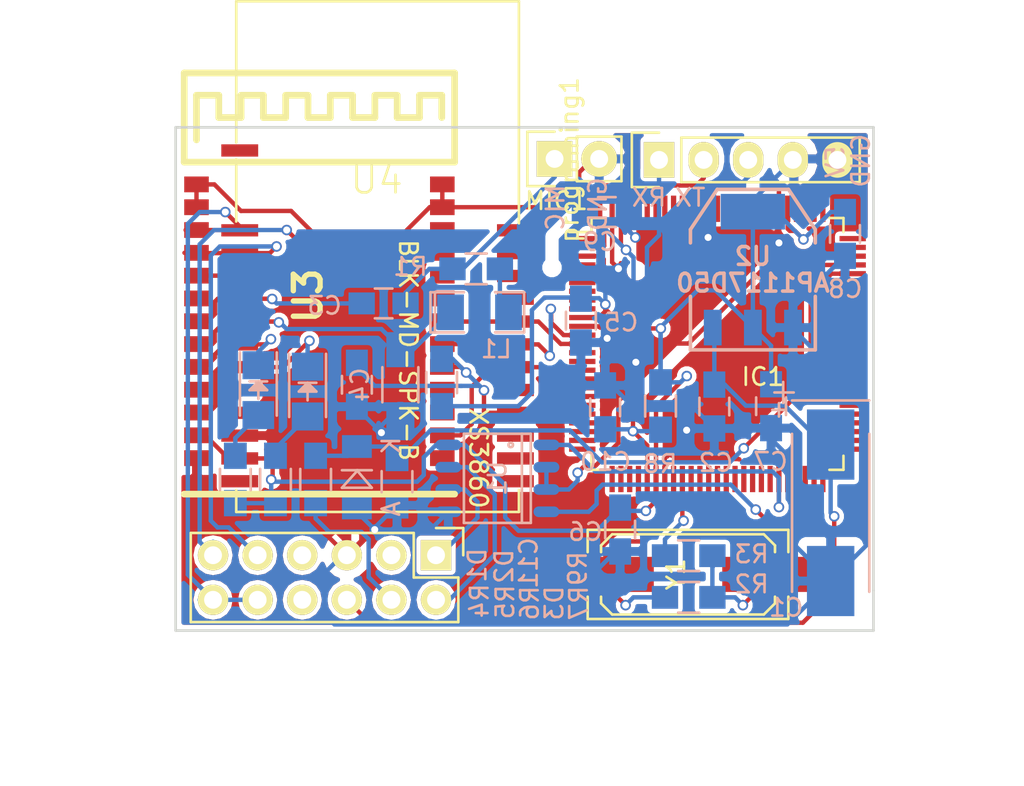
<source format=kicad_pcb>
(kicad_pcb (version 4) (host pcbnew 0.201511080416+6302~30~ubuntu14.04.1-product)

  (general
    (links 97)
    (no_connects 0)
    (area 114.636479 88.316999 154.527321 117.143601)
    (thickness 1.6)
    (drawings 16)
    (tracks 514)
    (zones 0)
    (modules 33)
    (nets 40)
  )

  (page A4)
  (layers
    (0 F.Cu signal)
    (31 B.Cu signal)
    (32 B.Adhes user)
    (33 F.Adhes user)
    (34 B.Paste user)
    (35 F.Paste user)
    (36 B.SilkS user)
    (37 F.SilkS user)
    (38 B.Mask user)
    (39 F.Mask user)
    (40 Dwgs.User user)
    (41 Cmts.User user)
    (42 Eco1.User user)
    (43 Eco2.User user)
    (44 Edge.Cuts user)
    (45 Margin user)
    (46 B.CrtYd user)
    (47 F.CrtYd user)
    (48 B.Fab user)
    (49 F.Fab user)
  )

  (setup
    (last_trace_width 0.25)
    (trace_clearance 0.2)
    (zone_clearance 0.254)
    (zone_45_only yes)
    (trace_min 0.2)
    (segment_width 0.2)
    (edge_width 0.15)
    (via_size 0.6)
    (via_drill 0.4)
    (via_min_size 0.4)
    (via_min_drill 0.3)
    (uvia_size 0.3)
    (uvia_drill 0.1)
    (uvias_allowed no)
    (uvia_min_size 0.2)
    (uvia_min_drill 0.1)
    (pcb_text_width 0.3)
    (pcb_text_size 1.5 1.5)
    (mod_edge_width 0.15)
    (mod_text_size 1 1)
    (mod_text_width 0.15)
    (pad_size 1.524 1.524)
    (pad_drill 0.762)
    (pad_to_mask_clearance 0.2)
    (aux_axis_origin 0 0)
    (visible_elements FFFEFFFF)
    (pcbplotparams
      (layerselection 0x00030_80000001)
      (usegerberextensions false)
      (excludeedgelayer true)
      (linewidth 1.000000)
      (plotframeref false)
      (viasonmask false)
      (mode 1)
      (useauxorigin false)
      (hpglpennumber 1)
      (hpglpenspeed 20)
      (hpglpendiameter 15)
      (hpglpenoverlay 2)
      (psnegative false)
      (psa4output false)
      (plotreference true)
      (plotvalue true)
      (plotinvisibletext false)
      (padsonsilk false)
      (subtractmaskfromsilk false)
      (outputformat 1)
      (mirror false)
      (drillshape 1)
      (scaleselection 1)
      (outputdirectory ""))
  )

  (net 0 "")
  (net 1 GND)
  (net 2 +12V)
  (net 3 "Net-(C3-Pad1)")
  (net 4 /MIC)
  (net 5 /MIC_BIAS)
  (net 6 +5V)
  (net 7 "Net-(D1-Pad2)")
  (net 8 /LED1)
  (net 9 "Net-(D2-Pad2)")
  (net 10 /LED2)
  (net 11 "Net-(L1-Pad2)")
  (net 12 /RS485-A)
  (net 13 /RS485-B)
  (net 14 /ENABLE)
  (net 15 /AUXINL)
  (net 16 GNDA)
  (net 17 /AUXINR)
  (net 18 "Net-(R2-Pad2)")
  (net 19 /ENABLE_5V)
  (net 20 /RS485_ENA)
  (net 21 /BT_WAKE)
  (net 22 /BT_RST)
  (net 23 /BT_TX)
  (net 24 /BT_RX)
  (net 25 /ARD_AREF)
  (net 26 /LCD_RS)
  (net 27 /LCD_RW)
  (net 28 /LCD_E)
  (net 29 /LCD_D4)
  (net 30 /LCD_D5)
  (net 31 /LCD_D6)
  (net 32 /LCD_D7)
  (net 33 "Net-(IC1-Pad33)")
  (net 34 "Net-(IC1-Pad34)")
  (net 35 /RS485_R0)
  (net 36 /RS485_DI)
  (net 37 /RX0)
  (net 38 /TX0)
  (net 39 /ARD_RESET)

  (net_class Default "This is the default net class."
    (clearance 0.2)
    (trace_width 0.25)
    (via_dia 0.6)
    (via_drill 0.4)
    (uvia_dia 0.3)
    (uvia_drill 0.1)
    (add_net +12V)
    (add_net +5V)
    (add_net /ARD_AREF)
    (add_net /ARD_RESET)
    (add_net /AUXINL)
    (add_net /AUXINR)
    (add_net /BT_RST)
    (add_net /BT_RX)
    (add_net /BT_TX)
    (add_net /BT_WAKE)
    (add_net /ENABLE)
    (add_net /ENABLE_5V)
    (add_net /LCD_D4)
    (add_net /LCD_D5)
    (add_net /LCD_D6)
    (add_net /LCD_D7)
    (add_net /LCD_E)
    (add_net /LCD_RS)
    (add_net /LCD_RW)
    (add_net /LED1)
    (add_net /LED2)
    (add_net /MIC)
    (add_net /MIC_BIAS)
    (add_net /RS485-A)
    (add_net /RS485-B)
    (add_net /RS485_DI)
    (add_net /RS485_ENA)
    (add_net /RS485_R0)
    (add_net /RX0)
    (add_net /TX0)
    (add_net GND)
    (add_net GNDA)
    (add_net "Net-(C3-Pad1)")
    (add_net "Net-(D1-Pad2)")
    (add_net "Net-(D2-Pad2)")
    (add_net "Net-(IC1-Pad33)")
    (add_net "Net-(IC1-Pad34)")
    (add_net "Net-(L1-Pad2)")
    (add_net "Net-(R2-Pad2)")
  )

  (module Pin_Headers:Pin_Header_Straight_1x02 (layer F.Cu) (tedit 56211DC3) (tstamp 561E98AD)
    (at 136.29132 90.19032 90)
    (descr "Through hole pin header")
    (tags "pin header")
    (path /561E8B9F)
    (fp_text reference MIC1 (at -2.39268 0.10668 180) (layer F.SilkS)
      (effects (font (size 1 1) (thickness 0.15)))
    )
    (fp_text value CONN_01X02 (at 0 -3.1 90) (layer F.Fab)
      (effects (font (size 1 1) (thickness 0.15)))
    )
    (fp_line (start 1.27 1.27) (end 1.27 3.81) (layer F.SilkS) (width 0.15))
    (fp_line (start 1.55 -1.55) (end 1.55 0) (layer F.SilkS) (width 0.15))
    (fp_line (start -1.75 -1.75) (end -1.75 4.3) (layer F.CrtYd) (width 0.05))
    (fp_line (start 1.75 -1.75) (end 1.75 4.3) (layer F.CrtYd) (width 0.05))
    (fp_line (start -1.75 -1.75) (end 1.75 -1.75) (layer F.CrtYd) (width 0.05))
    (fp_line (start -1.75 4.3) (end 1.75 4.3) (layer F.CrtYd) (width 0.05))
    (fp_line (start 1.27 1.27) (end -1.27 1.27) (layer F.SilkS) (width 0.15))
    (fp_line (start -1.55 0) (end -1.55 -1.55) (layer F.SilkS) (width 0.15))
    (fp_line (start -1.55 -1.55) (end 1.55 -1.55) (layer F.SilkS) (width 0.15))
    (fp_line (start -1.27 1.27) (end -1.27 3.81) (layer F.SilkS) (width 0.15))
    (fp_line (start -1.27 3.81) (end 1.27 3.81) (layer F.SilkS) (width 0.15))
    (pad 1 thru_hole rect (at 0 0 90) (size 2.032 2.032) (drill 1.016) (layers *.Cu *.Mask F.SilkS)
      (net 3 "Net-(C3-Pad1)"))
    (pad 2 thru_hole oval (at 0 2.54 90) (size 2.032 2.032) (drill 1.016) (layers *.Cu *.Mask F.SilkS)
      (net 1 GND))
    (model Pin_Headers.3dshapes/Pin_Header_Straight_1x02.wrl
      (at (xyz 0 -0.05 0))
      (scale (xyz 1 1 1))
      (rotate (xyz 0 0 90))
    )
  )

  (module Capacitors_Tantalum_SMD:TantalC_SizeD_EIA-7343_HandSoldering (layer B.Cu) (tedit 56211C44) (tstamp 561E97B8)
    (at 152.01392 110.35792 270)
    (descr "Tantal Cap. , Size D, EIA-7343, Hand Soldering,")
    (tags "Tantal Cap. , Size D, EIA-7343, Hand Soldering,")
    (path /561E2D04)
    (attr smd)
    (fp_text reference C1 (at 5.40258 2.53492 540) (layer B.SilkS)
      (effects (font (size 1 1) (thickness 0.15)) (justify mirror))
    )
    (fp_text value 47u/25V (at -0.09906 -3.59918 270) (layer B.Fab)
      (effects (font (size 1 1) (thickness 0.15)) (justify mirror))
    )
    (fp_line (start -6.40334 2.19964) (end -6.40334 -2.19964) (layer B.SilkS) (width 0.15))
    (fp_line (start -4.50088 -2.19964) (end 4.50088 -2.19964) (layer B.SilkS) (width 0.15))
    (fp_line (start 4.50088 2.19964) (end -4.50088 2.19964) (layer B.SilkS) (width 0.15))
    (fp_text user + (at -5.8674 3.01752 270) (layer B.SilkS)
      (effects (font (size 1 1) (thickness 0.15)) (justify mirror))
    )
    (fp_line (start -6.858 3.20294) (end -6.858 2.10312) (layer B.SilkS) (width 0.15))
    (fp_line (start -7.45744 2.70256) (end -6.25856 2.70256) (layer B.SilkS) (width 0.15))
    (pad 2 smd rect (at 3.88874 0 270) (size 4.0005 2.70002) (layers B.Cu B.Paste B.Mask)
      (net 1 GND))
    (pad 1 smd rect (at -3.88874 0 270) (size 4.0005 2.70002) (layers B.Cu B.Paste B.Mask)
      (net 2 +12V))
    (model Capacitors_Tantalum_SMD.3dshapes/TantalC_SizeD_EIA-7343_HandSoldering.wrl
      (at (xyz 0 0 0))
      (scale (xyz 1 1 1))
      (rotate (xyz 0 0 180))
    )
  )

  (module LEDs:LED-1206 (layer B.Cu) (tedit 56211C72) (tstamp 561E984B)
    (at 119.42064 103.36784 270)
    (descr "LED 1206 smd package")
    (tags "LED1206 SMD")
    (path /56211C21)
    (attr smd)
    (fp_text reference D1 (at 9.97966 -12.46886 270) (layer B.SilkS)
      (effects (font (size 1 1) (thickness 0.15)) (justify mirror))
    )
    (fp_text value GREEN (at 0 -2 270) (layer B.Fab)
      (effects (font (size 1 1) (thickness 0.15)) (justify mirror))
    )
    (fp_line (start -2.15 -1.05) (end 1.45 -1.05) (layer B.SilkS) (width 0.15))
    (fp_line (start -2.15 1.05) (end 1.45 1.05) (layer B.SilkS) (width 0.15))
    (fp_line (start -0.1 0.3) (end -0.1 -0.3) (layer B.SilkS) (width 0.15))
    (fp_line (start -0.1 -0.3) (end -0.4 0) (layer B.SilkS) (width 0.15))
    (fp_line (start -0.4 0) (end -0.2 0.2) (layer B.SilkS) (width 0.15))
    (fp_line (start -0.2 0.2) (end -0.2 -0.05) (layer B.SilkS) (width 0.15))
    (fp_line (start -0.2 -0.05) (end -0.25 0) (layer B.SilkS) (width 0.15))
    (fp_line (start -0.5 0.5) (end -0.5 -0.5) (layer B.SilkS) (width 0.15))
    (fp_line (start 0 0) (end 0.5 0) (layer B.SilkS) (width 0.15))
    (fp_line (start -0.5 0) (end 0 0.5) (layer B.SilkS) (width 0.15))
    (fp_line (start 0 0.5) (end 0 -0.5) (layer B.SilkS) (width 0.15))
    (fp_line (start 0 -0.5) (end -0.5 0) (layer B.SilkS) (width 0.15))
    (fp_line (start 2.5 1.25) (end -2.5 1.25) (layer B.CrtYd) (width 0.05))
    (fp_line (start -2.5 1.25) (end -2.5 -1.25) (layer B.CrtYd) (width 0.05))
    (fp_line (start -2.5 -1.25) (end 2.5 -1.25) (layer B.CrtYd) (width 0.05))
    (fp_line (start 2.5 -1.25) (end 2.5 1.25) (layer B.CrtYd) (width 0.05))
    (pad 2 smd rect (at 1.41986 0 90) (size 1.59766 1.80086) (layers B.Cu B.Paste B.Mask)
      (net 7 "Net-(D1-Pad2)"))
    (pad 1 smd rect (at -1.41986 0 90) (size 1.59766 1.80086) (layers B.Cu B.Paste B.Mask)
      (net 8 /LED1))
    (model LEDs.3dshapes/LED-0805.wrl
      (at (xyz 0 0 0))
      (scale (xyz 1.5 1.5 1.5))
      (rotate (xyz 0 0 0))
    )
  )

  (module LEDs:LED-1206 (layer B.Cu) (tedit 56211C75) (tstamp 561E9861)
    (at 122.2248 103.44912 270)
    (descr "LED 1206 smd package")
    (tags "LED1206 SMD")
    (path /56211CB9)
    (attr smd)
    (fp_text reference D2 (at 9.96188 -11.1887 270) (layer B.SilkS)
      (effects (font (size 1 1) (thickness 0.15)) (justify mirror))
    )
    (fp_text value RED (at 0 -2 270) (layer B.Fab)
      (effects (font (size 1 1) (thickness 0.15)) (justify mirror))
    )
    (fp_line (start -2.15 -1.05) (end 1.45 -1.05) (layer B.SilkS) (width 0.15))
    (fp_line (start -2.15 1.05) (end 1.45 1.05) (layer B.SilkS) (width 0.15))
    (fp_line (start -0.1 0.3) (end -0.1 -0.3) (layer B.SilkS) (width 0.15))
    (fp_line (start -0.1 -0.3) (end -0.4 0) (layer B.SilkS) (width 0.15))
    (fp_line (start -0.4 0) (end -0.2 0.2) (layer B.SilkS) (width 0.15))
    (fp_line (start -0.2 0.2) (end -0.2 -0.05) (layer B.SilkS) (width 0.15))
    (fp_line (start -0.2 -0.05) (end -0.25 0) (layer B.SilkS) (width 0.15))
    (fp_line (start -0.5 0.5) (end -0.5 -0.5) (layer B.SilkS) (width 0.15))
    (fp_line (start 0 0) (end 0.5 0) (layer B.SilkS) (width 0.15))
    (fp_line (start -0.5 0) (end 0 0.5) (layer B.SilkS) (width 0.15))
    (fp_line (start 0 0.5) (end 0 -0.5) (layer B.SilkS) (width 0.15))
    (fp_line (start 0 -0.5) (end -0.5 0) (layer B.SilkS) (width 0.15))
    (fp_line (start 2.5 1.25) (end -2.5 1.25) (layer B.CrtYd) (width 0.05))
    (fp_line (start -2.5 1.25) (end -2.5 -1.25) (layer B.CrtYd) (width 0.05))
    (fp_line (start -2.5 -1.25) (end 2.5 -1.25) (layer B.CrtYd) (width 0.05))
    (fp_line (start 2.5 -1.25) (end 2.5 1.25) (layer B.CrtYd) (width 0.05))
    (pad 2 smd rect (at 1.41986 0 90) (size 1.59766 1.80086) (layers B.Cu B.Paste B.Mask)
      (net 9 "Net-(D2-Pad2)"))
    (pad 1 smd rect (at -1.41986 0 90) (size 1.59766 1.80086) (layers B.Cu B.Paste B.Mask)
      (net 10 /LED2))
    (model LEDs.3dshapes/LED-0805.wrl
      (at (xyz 0 0 0))
      (scale (xyz 1.5 1.5 1.5))
      (rotate (xyz 0 0 0))
    )
  )

  (module SMD_Packages:SMD-1206_Pol (layer B.Cu) (tedit 56211C8F) (tstamp 561E989C)
    (at 132.0165 98.933)
    (path /561E8DD2)
    (attr smd)
    (fp_text reference L1 (at 0.9525 2.0955) (layer B.SilkS)
      (effects (font (size 1 1) (thickness 0.15)) (justify mirror))
    )
    (fp_text value 15nH (at 0 0) (layer B.Fab)
      (effects (font (size 1 1) (thickness 0.15)) (justify mirror))
    )
    (fp_line (start -2.54 1.143) (end -2.794 1.143) (layer B.SilkS) (width 0.15))
    (fp_line (start -2.794 1.143) (end -2.794 -1.143) (layer B.SilkS) (width 0.15))
    (fp_line (start -2.794 -1.143) (end -2.54 -1.143) (layer B.SilkS) (width 0.15))
    (fp_line (start -2.54 1.143) (end -2.54 -1.143) (layer B.SilkS) (width 0.15))
    (fp_line (start -2.54 -1.143) (end -0.889 -1.143) (layer B.SilkS) (width 0.15))
    (fp_line (start 0.889 1.143) (end 2.54 1.143) (layer B.SilkS) (width 0.15))
    (fp_line (start 2.54 1.143) (end 2.54 -1.143) (layer B.SilkS) (width 0.15))
    (fp_line (start 2.54 -1.143) (end 0.889 -1.143) (layer B.SilkS) (width 0.15))
    (fp_line (start -0.889 1.143) (end -2.54 1.143) (layer B.SilkS) (width 0.15))
    (pad 1 smd rect (at -1.651 0) (size 1.524 2.032) (layers B.Cu B.Paste B.Mask)
      (net 5 /MIC_BIAS))
    (pad 2 smd rect (at 1.651 0) (size 1.524 2.032) (layers B.Cu B.Paste B.Mask)
      (net 11 "Net-(L1-Pad2)"))
    (model SMD_Packages.3dshapes/SMD-1206_Pol.wrl
      (at (xyz 0 0 0))
      (scale (xyz 0.17 0.16 0.16))
      (rotate (xyz 0 0 0))
    )
  )

  (module Pin_Headers:Pin_Header_Straight_2x06 (layer F.Cu) (tedit 56211DE2) (tstamp 561E98C9)
    (at 129.54 112.776 270)
    (descr "Through hole pin header")
    (tags "pin header")
    (path /561E41A1)
    (fp_text reference P1 (at 0 -5.1 270) (layer F.SilkS) hide
      (effects (font (size 1 1) (thickness 0.15)))
    )
    (fp_text value CONN_02X06 (at 0 -3.1 270) (layer F.Fab)
      (effects (font (size 1 1) (thickness 0.15)))
    )
    (fp_line (start -1.75 -1.75) (end -1.75 14.45) (layer F.CrtYd) (width 0.05))
    (fp_line (start 4.3 -1.75) (end 4.3 14.45) (layer F.CrtYd) (width 0.05))
    (fp_line (start -1.75 -1.75) (end 4.3 -1.75) (layer F.CrtYd) (width 0.05))
    (fp_line (start -1.75 14.45) (end 4.3 14.45) (layer F.CrtYd) (width 0.05))
    (fp_line (start 3.81 13.97) (end 3.81 -1.27) (layer F.SilkS) (width 0.15))
    (fp_line (start -1.27 1.27) (end -1.27 13.97) (layer F.SilkS) (width 0.15))
    (fp_line (start 3.81 13.97) (end -1.27 13.97) (layer F.SilkS) (width 0.15))
    (fp_line (start 3.81 -1.27) (end 1.27 -1.27) (layer F.SilkS) (width 0.15))
    (fp_line (start 0 -1.55) (end -1.55 -1.55) (layer F.SilkS) (width 0.15))
    (fp_line (start 1.27 -1.27) (end 1.27 1.27) (layer F.SilkS) (width 0.15))
    (fp_line (start 1.27 1.27) (end -1.27 1.27) (layer F.SilkS) (width 0.15))
    (fp_line (start -1.55 -1.55) (end -1.55 0) (layer F.SilkS) (width 0.15))
    (pad 1 thru_hole rect (at 0 0 270) (size 1.7272 1.7272) (drill 1.016) (layers *.Cu *.Mask F.SilkS)
      (net 12 /RS485-A))
    (pad 2 thru_hole oval (at 2.54 0 270) (size 1.7272 1.7272) (drill 1.016) (layers *.Cu *.Mask F.SilkS)
      (net 13 /RS485-B))
    (pad 3 thru_hole oval (at 0 2.54 270) (size 1.7272 1.7272) (drill 1.016) (layers *.Cu *.Mask F.SilkS))
    (pad 4 thru_hole oval (at 2.54 2.54 270) (size 1.7272 1.7272) (drill 1.016) (layers *.Cu *.Mask F.SilkS)
      (net 14 /ENABLE))
    (pad 5 thru_hole oval (at 0 5.08 270) (size 1.7272 1.7272) (drill 1.016) (layers *.Cu *.Mask F.SilkS)
      (net 1 GND))
    (pad 6 thru_hole oval (at 2.54 5.08 270) (size 1.7272 1.7272) (drill 1.016) (layers *.Cu *.Mask F.SilkS)
      (net 2 +12V))
    (pad 7 thru_hole oval (at 0 7.62 270) (size 1.7272 1.7272) (drill 1.016) (layers *.Cu *.Mask F.SilkS))
    (pad 8 thru_hole oval (at 2.54 7.62 270) (size 1.7272 1.7272) (drill 1.016) (layers *.Cu *.Mask F.SilkS))
    (pad 9 thru_hole oval (at 0 10.16 270) (size 1.7272 1.7272) (drill 1.016) (layers *.Cu *.Mask F.SilkS)
      (net 15 /AUXINL))
    (pad 10 thru_hole oval (at 2.54 10.16 270) (size 1.7272 1.7272) (drill 1.016) (layers *.Cu *.Mask F.SilkS)
      (net 16 GNDA))
    (pad 11 thru_hole oval (at 0 12.7 270) (size 1.7272 1.7272) (drill 1.016) (layers *.Cu *.Mask F.SilkS)
      (net 17 /AUXINR))
    (pad 12 thru_hole oval (at 2.54 12.7 270) (size 1.7272 1.7272) (drill 1.016) (layers *.Cu *.Mask F.SilkS)
      (net 16 GNDA))
    (model Pin_Headers.3dshapes/Pin_Header_Straight_2x06.wrl
      (at (xyz 0.05 -0.25 0))
      (scale (xyz 1 1 1))
      (rotate (xyz 0 0 90))
    )
  )

  (module Resistors_SMD:R_0805_HandSoldering (layer B.Cu) (tedit 56211C92) (tstamp 561E98D5)
    (at 131.826 96.4565)
    (descr "Resistor SMD 0805, hand soldering")
    (tags "resistor 0805")
    (path /561E8E44)
    (attr smd)
    (fp_text reference R1 (at -3.7465 -0.127) (layer B.SilkS)
      (effects (font (size 1 1) (thickness 0.15)) (justify mirror))
    )
    (fp_text value 2k7 (at 0 -2.1) (layer B.Fab)
      (effects (font (size 1 1) (thickness 0.15)) (justify mirror))
    )
    (fp_line (start -2.4 1) (end 2.4 1) (layer B.CrtYd) (width 0.05))
    (fp_line (start -2.4 -1) (end 2.4 -1) (layer B.CrtYd) (width 0.05))
    (fp_line (start -2.4 1) (end -2.4 -1) (layer B.CrtYd) (width 0.05))
    (fp_line (start 2.4 1) (end 2.4 -1) (layer B.CrtYd) (width 0.05))
    (fp_line (start 0.6 -0.875) (end -0.6 -0.875) (layer B.SilkS) (width 0.15))
    (fp_line (start -0.6 0.875) (end 0.6 0.875) (layer B.SilkS) (width 0.15))
    (pad 1 smd rect (at -1.35 0) (size 1.5 1.3) (layers B.Cu B.Paste B.Mask)
      (net 3 "Net-(C3-Pad1)"))
    (pad 2 smd rect (at 1.35 0) (size 1.5 1.3) (layers B.Cu B.Paste B.Mask)
      (net 11 "Net-(L1-Pad2)"))
    (model Resistors_SMD.3dshapes/R_0805_HandSoldering.wrl
      (at (xyz 0 0 0))
      (scale (xyz 1 1 1))
      (rotate (xyz 0 0 0))
    )
  )

  (module Resistors_SMD:R_0805_HandSoldering (layer B.Cu) (tedit 56211C3D) (tstamp 561E98E1)
    (at 143.9291 115.1763)
    (descr "Resistor SMD 0805, hand soldering")
    (tags "resistor 0805")
    (path /561F2861)
    (attr smd)
    (fp_text reference R2 (at 3.5814 -0.7493) (layer B.SilkS)
      (effects (font (size 1 1) (thickness 0.15)) (justify mirror))
    )
    (fp_text value 1M (at 0 -2.1) (layer B.Fab)
      (effects (font (size 1 1) (thickness 0.15)) (justify mirror))
    )
    (fp_line (start -2.4 1) (end 2.4 1) (layer B.CrtYd) (width 0.05))
    (fp_line (start -2.4 -1) (end 2.4 -1) (layer B.CrtYd) (width 0.05))
    (fp_line (start -2.4 1) (end -2.4 -1) (layer B.CrtYd) (width 0.05))
    (fp_line (start 2.4 1) (end 2.4 -1) (layer B.CrtYd) (width 0.05))
    (fp_line (start 0.6 -0.875) (end -0.6 -0.875) (layer B.SilkS) (width 0.15))
    (fp_line (start -0.6 0.875) (end 0.6 0.875) (layer B.SilkS) (width 0.15))
    (pad 1 smd rect (at -1.35 0) (size 1.5 1.3) (layers B.Cu B.Paste B.Mask)
      (net 33 "Net-(IC1-Pad33)"))
    (pad 2 smd rect (at 1.35 0) (size 1.5 1.3) (layers B.Cu B.Paste B.Mask)
      (net 18 "Net-(R2-Pad2)"))
    (model Resistors_SMD.3dshapes/R_0805_HandSoldering.wrl
      (at (xyz 0 0 0))
      (scale (xyz 1 1 1))
      (rotate (xyz 0 0 0))
    )
  )

  (module Resistors_SMD:R_0805_HandSoldering (layer B.Cu) (tedit 56211C3F) (tstamp 561E98ED)
    (at 143.9291 112.8014)
    (descr "Resistor SMD 0805, hand soldering")
    (tags "resistor 0805")
    (path /561F2EC0)
    (attr smd)
    (fp_text reference R3 (at 3.5814 -0.0889) (layer B.SilkS)
      (effects (font (size 1 1) (thickness 0.15)) (justify mirror))
    )
    (fp_text value 27R (at 0 -2.1) (layer B.Fab)
      (effects (font (size 1 1) (thickness 0.15)) (justify mirror))
    )
    (fp_line (start -2.4 1) (end 2.4 1) (layer B.CrtYd) (width 0.05))
    (fp_line (start -2.4 -1) (end 2.4 -1) (layer B.CrtYd) (width 0.05))
    (fp_line (start -2.4 1) (end -2.4 -1) (layer B.CrtYd) (width 0.05))
    (fp_line (start 2.4 1) (end 2.4 -1) (layer B.CrtYd) (width 0.05))
    (fp_line (start 0.6 -0.875) (end -0.6 -0.875) (layer B.SilkS) (width 0.15))
    (fp_line (start -0.6 0.875) (end 0.6 0.875) (layer B.SilkS) (width 0.15))
    (pad 1 smd rect (at -1.35 0) (size 1.5 1.3) (layers B.Cu B.Paste B.Mask)
      (net 34 "Net-(IC1-Pad34)"))
    (pad 2 smd rect (at 1.35 0) (size 1.5 1.3) (layers B.Cu B.Paste B.Mask)
      (net 18 "Net-(R2-Pad2)"))
    (model Resistors_SMD.3dshapes/R_0805_HandSoldering.wrl
      (at (xyz 0 0 0))
      (scale (xyz 1 1 1))
      (rotate (xyz 0 0 0))
    )
  )

  (module Resistors_SMD:R_0805_HandSoldering (layer B.Cu) (tedit 56211C67) (tstamp 561E98F9)
    (at 118.11 108.458 90)
    (descr "Resistor SMD 0805, hand soldering")
    (tags "resistor 0805")
    (path /56213872)
    (attr smd)
    (fp_text reference R4 (at -6.9215 13.9065 270) (layer B.SilkS)
      (effects (font (size 1 1) (thickness 0.15)) (justify mirror))
    )
    (fp_text value 470 (at 0 -2.1 90) (layer B.Fab)
      (effects (font (size 1 1) (thickness 0.15)) (justify mirror))
    )
    (fp_line (start -2.4 1) (end 2.4 1) (layer B.CrtYd) (width 0.05))
    (fp_line (start -2.4 -1) (end 2.4 -1) (layer B.CrtYd) (width 0.05))
    (fp_line (start -2.4 1) (end -2.4 -1) (layer B.CrtYd) (width 0.05))
    (fp_line (start 2.4 1) (end 2.4 -1) (layer B.CrtYd) (width 0.05))
    (fp_line (start 0.6 -0.875) (end -0.6 -0.875) (layer B.SilkS) (width 0.15))
    (fp_line (start -0.6 0.875) (end 0.6 0.875) (layer B.SilkS) (width 0.15))
    (pad 1 smd rect (at -1.35 0 90) (size 1.5 1.3) (layers B.Cu B.Paste B.Mask)
      (net 6 +5V))
    (pad 2 smd rect (at 1.35 0 90) (size 1.5 1.3) (layers B.Cu B.Paste B.Mask)
      (net 7 "Net-(D1-Pad2)"))
    (model Resistors_SMD.3dshapes/R_0805_HandSoldering.wrl
      (at (xyz 0 0 0))
      (scale (xyz 1 1 1))
      (rotate (xyz 0 0 0))
    )
  )

  (module Resistors_SMD:R_0805_HandSoldering (layer B.Cu) (tedit 56211C69) (tstamp 561E9905)
    (at 120.396 108.458 90)
    (descr "Resistor SMD 0805, hand soldering")
    (tags "resistor 0805")
    (path /562135C7)
    (attr smd)
    (fp_text reference R5 (at -6.985 13.081 270) (layer B.SilkS)
      (effects (font (size 1 1) (thickness 0.15)) (justify mirror))
    )
    (fp_text value 470 (at 0 -2.1 90) (layer B.Fab)
      (effects (font (size 1 1) (thickness 0.15)) (justify mirror))
    )
    (fp_line (start -2.4 1) (end 2.4 1) (layer B.CrtYd) (width 0.05))
    (fp_line (start -2.4 -1) (end 2.4 -1) (layer B.CrtYd) (width 0.05))
    (fp_line (start -2.4 1) (end -2.4 -1) (layer B.CrtYd) (width 0.05))
    (fp_line (start 2.4 1) (end 2.4 -1) (layer B.CrtYd) (width 0.05))
    (fp_line (start 0.6 -0.875) (end -0.6 -0.875) (layer B.SilkS) (width 0.15))
    (fp_line (start -0.6 0.875) (end 0.6 0.875) (layer B.SilkS) (width 0.15))
    (pad 1 smd rect (at -1.35 0 90) (size 1.5 1.3) (layers B.Cu B.Paste B.Mask)
      (net 6 +5V))
    (pad 2 smd rect (at 1.35 0 90) (size 1.5 1.3) (layers B.Cu B.Paste B.Mask)
      (net 9 "Net-(D2-Pad2)"))
    (model Resistors_SMD.3dshapes/R_0805_HandSoldering.wrl
      (at (xyz 0 0 0))
      (scale (xyz 1 1 1))
      (rotate (xyz 0 0 0))
    )
  )

  (module Resistors_SMD:R_0805_HandSoldering (layer B.Cu) (tedit 56211C6A) (tstamp 561E9911)
    (at 122.682 108.458 270)
    (descr "Resistor SMD 0805, hand soldering")
    (tags "resistor 0805")
    (path /561FB908)
    (attr smd)
    (fp_text reference R6 (at 7.0485 -12.192 450) (layer B.SilkS)
      (effects (font (size 1 1) (thickness 0.15)) (justify mirror))
    )
    (fp_text value 6k8 (at 0 -2.1 270) (layer B.Fab)
      (effects (font (size 1 1) (thickness 0.15)) (justify mirror))
    )
    (fp_line (start -2.4 1) (end 2.4 1) (layer B.CrtYd) (width 0.05))
    (fp_line (start -2.4 -1) (end 2.4 -1) (layer B.CrtYd) (width 0.05))
    (fp_line (start -2.4 1) (end -2.4 -1) (layer B.CrtYd) (width 0.05))
    (fp_line (start 2.4 1) (end 2.4 -1) (layer B.CrtYd) (width 0.05))
    (fp_line (start 0.6 -0.875) (end -0.6 -0.875) (layer B.SilkS) (width 0.15))
    (fp_line (start -0.6 0.875) (end 0.6 0.875) (layer B.SilkS) (width 0.15))
    (pad 1 smd rect (at -1.35 0 270) (size 1.5 1.3) (layers B.Cu B.Paste B.Mask)
      (net 19 /ENABLE_5V))
    (pad 2 smd rect (at 1.35 0 270) (size 1.5 1.3) (layers B.Cu B.Paste B.Mask)
      (net 14 /ENABLE))
    (model Resistors_SMD.3dshapes/R_0805_HandSoldering.wrl
      (at (xyz 0 0 0))
      (scale (xyz 1 1 1))
      (rotate (xyz 0 0 0))
    )
  )

  (module Resistors_SMD:R_0805_HandSoldering (layer B.Cu) (tedit 56211C6D) (tstamp 561E991D)
    (at 127.3175 108.585 90)
    (descr "Resistor SMD 0805, hand soldering")
    (tags "resistor 0805")
    (path /561FB96F)
    (attr smd)
    (fp_text reference R7 (at -6.9215 10.3505 90) (layer B.SilkS)
      (effects (font (size 1 1) (thickness 0.15)) (justify mirror))
    )
    (fp_text value 4k7 (at 0 -2.1 90) (layer B.Fab)
      (effects (font (size 1 1) (thickness 0.15)) (justify mirror))
    )
    (fp_line (start -2.4 1) (end 2.4 1) (layer B.CrtYd) (width 0.05))
    (fp_line (start -2.4 -1) (end 2.4 -1) (layer B.CrtYd) (width 0.05))
    (fp_line (start -2.4 1) (end -2.4 -1) (layer B.CrtYd) (width 0.05))
    (fp_line (start 2.4 1) (end 2.4 -1) (layer B.CrtYd) (width 0.05))
    (fp_line (start 0.6 -0.875) (end -0.6 -0.875) (layer B.SilkS) (width 0.15))
    (fp_line (start -0.6 0.875) (end 0.6 0.875) (layer B.SilkS) (width 0.15))
    (pad 1 smd rect (at -1.35 0 90) (size 1.5 1.3) (layers B.Cu B.Paste B.Mask)
      (net 1 GND))
    (pad 2 smd rect (at 1.35 0 90) (size 1.5 1.3) (layers B.Cu B.Paste B.Mask)
      (net 19 /ENABLE_5V))
    (model Resistors_SMD.3dshapes/R_0805_HandSoldering.wrl
      (at (xyz 0 0 0))
      (scale (xyz 1 1 1))
      (rotate (xyz 0 0 0))
    )
  )

  (module SO-8 (layer B.Cu) (tedit 0) (tstamp 561E993E)
    (at 133.0325 108.3945 270)
    (descr "SO-8 Surface Mount Small Outline 150mil 8pin Package")
    (tags "Power Integrations D Package")
    (path /561E29BD)
    (fp_text reference U1 (at 0 0 270) (layer B.SilkS)
      (effects (font (size 1 1) (thickness 0.15)) (justify mirror))
    )
    (fp_text value SP3485CN (at 0 0 270) (layer B.Fab)
      (effects (font (size 1 1) (thickness 0.15)) (justify mirror))
    )
    (fp_circle (center -1.905 -0.762) (end -1.778 -0.762) (layer B.SilkS) (width 0.15))
    (fp_line (start -2.54 -1.397) (end 2.54 -1.397) (layer B.SilkS) (width 0.15))
    (fp_line (start -2.54 1.905) (end 2.54 1.905) (layer B.SilkS) (width 0.15))
    (fp_line (start -2.54 -1.905) (end 2.54 -1.905) (layer B.SilkS) (width 0.15))
    (fp_line (start -2.54 -1.905) (end -2.54 1.905) (layer B.SilkS) (width 0.15))
    (fp_line (start 2.54 -1.905) (end 2.54 1.905) (layer B.SilkS) (width 0.15))
    (pad 1 smd oval (at -1.905 -2.794 270) (size 0.6096 1.4732) (layers B.Cu B.Paste B.Mask)
      (net 35 /RS485_R0))
    (pad 2 smd oval (at -0.635 -2.794 270) (size 0.6096 1.4732) (layers B.Cu B.Paste B.Mask)
      (net 20 /RS485_ENA))
    (pad 3 smd oval (at 0.635 -2.794 270) (size 0.6096 1.4732) (layers B.Cu B.Paste B.Mask)
      (net 20 /RS485_ENA))
    (pad 4 smd oval (at 1.905 -2.794 270) (size 0.6096 1.4732) (layers B.Cu B.Paste B.Mask)
      (net 36 /RS485_DI))
    (pad 5 smd oval (at 1.905 2.794 270) (size 0.6096 1.4732) (layers B.Cu B.Paste B.Mask)
      (net 1 GND))
    (pad 6 smd oval (at 0.635 2.794 270) (size 0.6096 1.4732) (layers B.Cu B.Paste B.Mask)
      (net 12 /RS485-A))
    (pad 7 smd oval (at -0.635 2.794 270) (size 0.6096 1.4732) (layers B.Cu B.Paste B.Mask)
      (net 13 /RS485-B))
    (pad 8 smd oval (at -1.905 2.794 270) (size 0.6096 1.4732) (layers B.Cu B.Paste B.Mask)
      (net 6 +5V))
    (model Housings_SOIC.3dshapes/SOIC-8_3.9x4.9mm_Pitch1.27mm.wrl
      (at (xyz 0 0 0))
      (scale (xyz 1 1 1))
      (rotate (xyz 0 0 90))
    )
  )

  (module my_modules:SOT-223-REGULATOR (layer B.Cu) (tedit 542D4F10) (tstamp 561E994E)
    (at 147.58416 96.49968 180)
    (descr "module CMS SOT223 4 pins")
    (tags "CMS SOT")
    (path /561E290A)
    (attr smd)
    (fp_text reference U2 (at 0 0.762 180) (layer B.SilkS)
      (effects (font (size 1.016 1.016) (thickness 0.2032)) (justify mirror))
    )
    (fp_text value AP1117D50 (at 0 -0.762 180) (layer B.SilkS)
      (effects (font (size 1.016 1.016) (thickness 0.2032)) (justify mirror))
    )
    (fp_line (start -3.556 -1.524) (end -3.556 -4.572) (layer B.SilkS) (width 0.2032))
    (fp_line (start -3.556 -4.572) (end 3.556 -4.572) (layer B.SilkS) (width 0.2032))
    (fp_line (start 3.556 -4.572) (end 3.556 -1.524) (layer B.SilkS) (width 0.2032))
    (fp_line (start -3.556 1.524) (end -3.556 2.286) (layer B.SilkS) (width 0.2032))
    (fp_line (start -3.556 2.286) (end -2.032 4.572) (layer B.SilkS) (width 0.2032))
    (fp_line (start -2.032 4.572) (end 2.032 4.572) (layer B.SilkS) (width 0.2032))
    (fp_line (start 2.032 4.572) (end 3.556 2.286) (layer B.SilkS) (width 0.2032))
    (fp_line (start 3.556 2.286) (end 3.556 1.524) (layer B.SilkS) (width 0.2032))
    (pad VO smd rect (at 0 3.302 180) (size 3.6576 2.032) (layers B.Cu B.Paste B.Mask)
      (net 6 +5V))
    (pad VO smd rect (at 0 -3.302 180) (size 1.016 2.032) (layers B.Cu B.Paste B.Mask)
      (net 6 +5V))
    (pad VI smd rect (at 2.286 -3.302 180) (size 1.016 2.032) (layers B.Cu B.Paste B.Mask)
      (net 2 +12V))
    (pad GND smd rect (at -2.286 -3.302 180) (size 1.016 2.032) (layers B.Cu B.Paste B.Mask)
      (net 1 GND))
    (model TO_SOT_Packages_SMD.3dshapes/SOT-223.wrl
      (at (xyz 0 0 0))
      (scale (xyz 0.4 0.4 0.4))
      (rotate (xyz 0 0 0))
    )
  )

  (module Crystals_Oscillators_SMD:Q_49U3HMS (layer F.Cu) (tedit 561FA6F3) (tstamp 561E99C2)
    (at 143.891 113.8682)
    (path /561F2794)
    (fp_text reference Y1 (at -0.6858 -0.01016 90) (layer F.SilkS)
      (effects (font (size 1 1) (thickness 0.15)))
    )
    (fp_text value 16MHz (at 1.03124 -0.01016 90) (layer F.Fab)
      (effects (font (size 1 1) (thickness 0.15)))
    )
    (fp_line (start -4.953 -1.651) (end -4.953 -1.27) (layer F.SilkS) (width 0.15))
    (fp_line (start -4.953 1.651) (end -4.953 1.27) (layer F.SilkS) (width 0.15))
    (fp_line (start 4.953 1.651) (end 4.953 1.27) (layer F.SilkS) (width 0.15))
    (fp_line (start 4.953 -1.651) (end 4.953 -1.27) (layer F.SilkS) (width 0.15))
    (fp_line (start 5.715 -2.54) (end 5.715 -1.27) (layer F.SilkS) (width 0.15))
    (fp_line (start 5.715 2.54) (end 5.715 1.27) (layer F.SilkS) (width 0.15))
    (fp_line (start -5.715 2.54) (end -5.715 1.27) (layer F.SilkS) (width 0.15))
    (fp_line (start -5.715 -2.54) (end -5.715 -1.27) (layer F.SilkS) (width 0.15))
    (fp_line (start -4.953 1.651) (end -4.318 2.286) (layer F.SilkS) (width 0.15))
    (fp_line (start -4.318 2.286) (end 4.318 2.286) (layer F.SilkS) (width 0.15))
    (fp_line (start 4.318 2.286) (end 4.953 1.651) (layer F.SilkS) (width 0.15))
    (fp_line (start 4.953 -1.651) (end 4.318 -2.286) (layer F.SilkS) (width 0.15))
    (fp_line (start 4.318 -2.286) (end -4.318 -2.286) (layer F.SilkS) (width 0.15))
    (fp_line (start -4.318 -2.286) (end -4.953 -1.651) (layer F.SilkS) (width 0.15))
    (fp_line (start 5.715 2.54) (end -5.715 2.54) (layer F.SilkS) (width 0.15))
    (fp_line (start -5.715 -2.54) (end 5.715 -2.54) (layer F.SilkS) (width 0.15))
    (pad 1 smd rect (at -4.699 0) (size 5.4991 1.99898) (layers F.Cu F.Paste F.Mask)
      (net 33 "Net-(IC1-Pad33)"))
    (pad 2 smd rect (at 4.699 0) (size 5.4991 1.99898) (layers F.Cu F.Paste F.Mask)
      (net 18 "Net-(R2-Pad2)"))
    (model Crystals.3dshapes/Q_49U3HMS.wrl
      (at (xyz 0 0 0))
      (scale (xyz 1 1 1))
      (rotate (xyz 0 0 0))
    )
  )

  (module Housings_QFP:TQFP-100_14x14mm_Pitch0.5mm (layer F.Cu) (tedit 561FA6F7) (tstamp 561EA376)
    (at 145.5688 100.7324)
    (descr "100-Lead Plastic Thin Quad Flatpack (PF) - 14x14x1 mm Body 2.00 mm Footprint [TQFP] (see Microchip Packaging Specification 00000049BS.pdf)")
    (tags "QFP 0.5")
    (path /561E24B7)
    (attr smd)
    (fp_text reference IC1 (at 2.5894 1.87344) (layer F.SilkS)
      (effects (font (size 1 1) (thickness 0.15)))
    )
    (fp_text value ATMEGA2560-A (at -0.1538 0.19704) (layer F.Fab)
      (effects (font (size 1 1) (thickness 0.15)))
    )
    (fp_line (start -8.7 -8.7) (end -8.7 8.7) (layer F.CrtYd) (width 0.05))
    (fp_line (start 8.7 -8.7) (end 8.7 8.7) (layer F.CrtYd) (width 0.05))
    (fp_line (start -8.7 -8.7) (end 8.7 -8.7) (layer F.CrtYd) (width 0.05))
    (fp_line (start -8.7 8.7) (end 8.7 8.7) (layer F.CrtYd) (width 0.05))
    (fp_line (start -7.175 -7.175) (end -7.175 -6.375) (layer F.SilkS) (width 0.15))
    (fp_line (start 7.175 -7.175) (end 7.175 -6.375) (layer F.SilkS) (width 0.15))
    (fp_line (start 7.175 7.175) (end 7.175 6.375) (layer F.SilkS) (width 0.15))
    (fp_line (start -7.175 7.175) (end -7.175 6.375) (layer F.SilkS) (width 0.15))
    (fp_line (start -7.175 -7.175) (end -6.375 -7.175) (layer F.SilkS) (width 0.15))
    (fp_line (start -7.175 7.175) (end -6.375 7.175) (layer F.SilkS) (width 0.15))
    (fp_line (start 7.175 7.175) (end 6.375 7.175) (layer F.SilkS) (width 0.15))
    (fp_line (start 7.175 -7.175) (end 6.375 -7.175) (layer F.SilkS) (width 0.15))
    (fp_line (start -7.175 -6.375) (end -8.45 -6.375) (layer F.SilkS) (width 0.15))
    (pad 1 smd rect (at -7.7 -6) (size 1.5 0.3) (layers F.Cu F.Paste F.Mask)
      (net 28 /LCD_E))
    (pad 2 smd rect (at -7.7 -5.5) (size 1.5 0.3) (layers F.Cu F.Paste F.Mask)
      (net 37 /RX0))
    (pad 3 smd rect (at -7.7 -5) (size 1.5 0.3) (layers F.Cu F.Paste F.Mask)
      (net 38 /TX0))
    (pad 4 smd rect (at -7.7 -4.5) (size 1.5 0.3) (layers F.Cu F.Paste F.Mask)
      (net 26 /LCD_RS))
    (pad 5 smd rect (at -7.7 -4) (size 1.5 0.3) (layers F.Cu F.Paste F.Mask))
    (pad 6 smd rect (at -7.7 -3.5) (size 1.5 0.3) (layers F.Cu F.Paste F.Mask))
    (pad 7 smd rect (at -7.7 -3) (size 1.5 0.3) (layers F.Cu F.Paste F.Mask)
      (net 27 /LCD_RW))
    (pad 8 smd rect (at -7.7 -2.5) (size 1.5 0.3) (layers F.Cu F.Paste F.Mask))
    (pad 9 smd rect (at -7.7 -2) (size 1.5 0.3) (layers F.Cu F.Paste F.Mask))
    (pad 10 smd rect (at -7.7 -1.5) (size 1.5 0.3) (layers F.Cu F.Paste F.Mask)
      (net 6 +5V))
    (pad 11 smd rect (at -7.7 -1) (size 1.5 0.3) (layers F.Cu F.Paste F.Mask)
      (net 1 GND))
    (pad 12 smd rect (at -7.7 -0.5) (size 1.5 0.3) (layers F.Cu F.Paste F.Mask)
      (net 23 /BT_TX))
    (pad 13 smd rect (at -7.7 0) (size 1.5 0.3) (layers F.Cu F.Paste F.Mask)
      (net 24 /BT_RX))
    (pad 14 smd rect (at -7.7 0.5) (size 1.5 0.3) (layers F.Cu F.Paste F.Mask))
    (pad 15 smd rect (at -7.7 1) (size 1.5 0.3) (layers F.Cu F.Paste F.Mask))
    (pad 16 smd rect (at -7.7 1.5) (size 1.5 0.3) (layers F.Cu F.Paste F.Mask))
    (pad 17 smd rect (at -7.7 2) (size 1.5 0.3) (layers F.Cu F.Paste F.Mask)
      (net 21 /BT_WAKE))
    (pad 18 smd rect (at -7.7 2.5) (size 1.5 0.3) (layers F.Cu F.Paste F.Mask)
      (net 29 /LCD_D4))
    (pad 19 smd rect (at -7.7 3) (size 1.5 0.3) (layers F.Cu F.Paste F.Mask))
    (pad 20 smd rect (at -7.7 3.5) (size 1.5 0.3) (layers F.Cu F.Paste F.Mask))
    (pad 21 smd rect (at -7.7 4) (size 1.5 0.3) (layers F.Cu F.Paste F.Mask))
    (pad 22 smd rect (at -7.7 4.5) (size 1.5 0.3) (layers F.Cu F.Paste F.Mask))
    (pad 23 smd rect (at -7.7 5) (size 1.5 0.3) (layers F.Cu F.Paste F.Mask)
      (net 30 /LCD_D5))
    (pad 24 smd rect (at -7.7 5.5) (size 1.5 0.3) (layers F.Cu F.Paste F.Mask)
      (net 31 /LCD_D6))
    (pad 25 smd rect (at -7.7 6) (size 1.5 0.3) (layers F.Cu F.Paste F.Mask)
      (net 32 /LCD_D7))
    (pad 26 smd rect (at -6 7.7 90) (size 1.5 0.3) (layers F.Cu F.Paste F.Mask))
    (pad 27 smd rect (at -5.5 7.7 90) (size 1.5 0.3) (layers F.Cu F.Paste F.Mask))
    (pad 28 smd rect (at -5 7.7 90) (size 1.5 0.3) (layers F.Cu F.Paste F.Mask))
    (pad 29 smd rect (at -4.5 7.7 90) (size 1.5 0.3) (layers F.Cu F.Paste F.Mask))
    (pad 30 smd rect (at -4 7.7 90) (size 1.5 0.3) (layers F.Cu F.Paste F.Mask)
      (net 39 /ARD_RESET))
    (pad 31 smd rect (at -3.5 7.7 90) (size 1.5 0.3) (layers F.Cu F.Paste F.Mask)
      (net 6 +5V))
    (pad 32 smd rect (at -3 7.7 90) (size 1.5 0.3) (layers F.Cu F.Paste F.Mask)
      (net 1 GND))
    (pad 33 smd rect (at -2.5 7.7 90) (size 1.5 0.3) (layers F.Cu F.Paste F.Mask)
      (net 33 "Net-(IC1-Pad33)"))
    (pad 34 smd rect (at -2 7.7 90) (size 1.5 0.3) (layers F.Cu F.Paste F.Mask)
      (net 34 "Net-(IC1-Pad34)"))
    (pad 35 smd rect (at -1.5 7.7 90) (size 1.5 0.3) (layers F.Cu F.Paste F.Mask))
    (pad 36 smd rect (at -1 7.7 90) (size 1.5 0.3) (layers F.Cu F.Paste F.Mask))
    (pad 37 smd rect (at -0.5 7.7 90) (size 1.5 0.3) (layers F.Cu F.Paste F.Mask))
    (pad 38 smd rect (at 0 7.7 90) (size 1.5 0.3) (layers F.Cu F.Paste F.Mask))
    (pad 39 smd rect (at 0.5 7.7 90) (size 1.5 0.3) (layers F.Cu F.Paste F.Mask))
    (pad 40 smd rect (at 1 7.7 90) (size 1.5 0.3) (layers F.Cu F.Paste F.Mask))
    (pad 41 smd rect (at 1.5 7.7 90) (size 1.5 0.3) (layers F.Cu F.Paste F.Mask))
    (pad 42 smd rect (at 2 7.7 90) (size 1.5 0.3) (layers F.Cu F.Paste F.Mask))
    (pad 43 smd rect (at 2.5 7.7 90) (size 1.5 0.3) (layers F.Cu F.Paste F.Mask))
    (pad 44 smd rect (at 3 7.7 90) (size 1.5 0.3) (layers F.Cu F.Paste F.Mask))
    (pad 45 smd rect (at 3.5 7.7 90) (size 1.5 0.3) (layers F.Cu F.Paste F.Mask)
      (net 35 /RS485_R0))
    (pad 46 smd rect (at 4 7.7 90) (size 1.5 0.3) (layers F.Cu F.Paste F.Mask)
      (net 36 /RS485_DI))
    (pad 47 smd rect (at 4.5 7.7 90) (size 1.5 0.3) (layers F.Cu F.Paste F.Mask))
    (pad 48 smd rect (at 5 7.7 90) (size 1.5 0.3) (layers F.Cu F.Paste F.Mask))
    (pad 49 smd rect (at 5.5 7.7 90) (size 1.5 0.3) (layers F.Cu F.Paste F.Mask))
    (pad 50 smd rect (at 6 7.7 90) (size 1.5 0.3) (layers F.Cu F.Paste F.Mask))
    (pad 51 smd rect (at 7.7 6) (size 1.5 0.3) (layers F.Cu F.Paste F.Mask))
    (pad 52 smd rect (at 7.7 5.5) (size 1.5 0.3) (layers F.Cu F.Paste F.Mask))
    (pad 53 smd rect (at 7.7 5) (size 1.5 0.3) (layers F.Cu F.Paste F.Mask))
    (pad 54 smd rect (at 7.7 4.5) (size 1.5 0.3) (layers F.Cu F.Paste F.Mask))
    (pad 55 smd rect (at 7.7 4) (size 1.5 0.3) (layers F.Cu F.Paste F.Mask))
    (pad 56 smd rect (at 7.7 3.5) (size 1.5 0.3) (layers F.Cu F.Paste F.Mask))
    (pad 57 smd rect (at 7.7 3) (size 1.5 0.3) (layers F.Cu F.Paste F.Mask))
    (pad 58 smd rect (at 7.7 2.5) (size 1.5 0.3) (layers F.Cu F.Paste F.Mask))
    (pad 59 smd rect (at 7.7 2) (size 1.5 0.3) (layers F.Cu F.Paste F.Mask))
    (pad 60 smd rect (at 7.7 1.5) (size 1.5 0.3) (layers F.Cu F.Paste F.Mask))
    (pad 61 smd rect (at 7.7 1) (size 1.5 0.3) (layers F.Cu F.Paste F.Mask))
    (pad 62 smd rect (at 7.7 0.5) (size 1.5 0.3) (layers F.Cu F.Paste F.Mask))
    (pad 63 smd rect (at 7.7 0) (size 1.5 0.3) (layers F.Cu F.Paste F.Mask))
    (pad 64 smd rect (at 7.7 -0.5) (size 1.5 0.3) (layers F.Cu F.Paste F.Mask))
    (pad 65 smd rect (at 7.7 -1) (size 1.5 0.3) (layers F.Cu F.Paste F.Mask))
    (pad 66 smd rect (at 7.7 -1.5) (size 1.5 0.3) (layers F.Cu F.Paste F.Mask))
    (pad 67 smd rect (at 7.7 -2) (size 1.5 0.3) (layers F.Cu F.Paste F.Mask))
    (pad 68 smd rect (at 7.7 -2.5) (size 1.5 0.3) (layers F.Cu F.Paste F.Mask))
    (pad 69 smd rect (at 7.7 -3) (size 1.5 0.3) (layers F.Cu F.Paste F.Mask))
    (pad 70 smd rect (at 7.7 -3.5) (size 1.5 0.3) (layers F.Cu F.Paste F.Mask))
    (pad 71 smd rect (at 7.7 -4) (size 1.5 0.3) (layers F.Cu F.Paste F.Mask)
      (net 19 /ENABLE_5V))
    (pad 72 smd rect (at 7.7 -4.5) (size 1.5 0.3) (layers F.Cu F.Paste F.Mask)
      (net 20 /RS485_ENA))
    (pad 73 smd rect (at 7.7 -5) (size 1.5 0.3) (layers F.Cu F.Paste F.Mask))
    (pad 74 smd rect (at 7.7 -5.5) (size 1.5 0.3) (layers F.Cu F.Paste F.Mask))
    (pad 75 smd rect (at 7.7 -6) (size 1.5 0.3) (layers F.Cu F.Paste F.Mask))
    (pad 76 smd rect (at 6 -7.7 90) (size 1.5 0.3) (layers F.Cu F.Paste F.Mask))
    (pad 77 smd rect (at 5.5 -7.7 90) (size 1.5 0.3) (layers F.Cu F.Paste F.Mask))
    (pad 78 smd rect (at 5 -7.7 90) (size 1.5 0.3) (layers F.Cu F.Paste F.Mask))
    (pad 79 smd rect (at 4.5 -7.7 90) (size 1.5 0.3) (layers F.Cu F.Paste F.Mask))
    (pad 80 smd rect (at 4 -7.7 90) (size 1.5 0.3) (layers F.Cu F.Paste F.Mask)
      (net 6 +5V))
    (pad 81 smd rect (at 3.5 -7.7 90) (size 1.5 0.3) (layers F.Cu F.Paste F.Mask)
      (net 1 GND))
    (pad 82 smd rect (at 3 -7.7 90) (size 1.5 0.3) (layers F.Cu F.Paste F.Mask))
    (pad 83 smd rect (at 2.5 -7.7 90) (size 1.5 0.3) (layers F.Cu F.Paste F.Mask))
    (pad 84 smd rect (at 2 -7.7 90) (size 1.5 0.3) (layers F.Cu F.Paste F.Mask))
    (pad 85 smd rect (at 1.5 -7.7 90) (size 1.5 0.3) (layers F.Cu F.Paste F.Mask))
    (pad 86 smd rect (at 1 -7.7 90) (size 1.5 0.3) (layers F.Cu F.Paste F.Mask))
    (pad 87 smd rect (at 0.5 -7.7 90) (size 1.5 0.3) (layers F.Cu F.Paste F.Mask))
    (pad 88 smd rect (at 0 -7.7 90) (size 1.5 0.3) (layers F.Cu F.Paste F.Mask))
    (pad 89 smd rect (at -0.5 -7.7 90) (size 1.5 0.3) (layers F.Cu F.Paste F.Mask))
    (pad 90 smd rect (at -1 -7.7 90) (size 1.5 0.3) (layers F.Cu F.Paste F.Mask))
    (pad 91 smd rect (at -1.5 -7.7 90) (size 1.5 0.3) (layers F.Cu F.Paste F.Mask))
    (pad 92 smd rect (at -2 -7.7 90) (size 1.5 0.3) (layers F.Cu F.Paste F.Mask))
    (pad 93 smd rect (at -2.5 -7.7 90) (size 1.5 0.3) (layers F.Cu F.Paste F.Mask))
    (pad 94 smd rect (at -3 -7.7 90) (size 1.5 0.3) (layers F.Cu F.Paste F.Mask))
    (pad 95 smd rect (at -3.5 -7.7 90) (size 1.5 0.3) (layers F.Cu F.Paste F.Mask))
    (pad 96 smd rect (at -4 -7.7 90) (size 1.5 0.3) (layers F.Cu F.Paste F.Mask))
    (pad 97 smd rect (at -4.5 -7.7 90) (size 1.5 0.3) (layers F.Cu F.Paste F.Mask))
    (pad 98 smd rect (at -5 -7.7 90) (size 1.5 0.3) (layers F.Cu F.Paste F.Mask)
      (net 25 /ARD_AREF))
    (pad 99 smd rect (at -5.5 -7.7 90) (size 1.5 0.3) (layers F.Cu F.Paste F.Mask)
      (net 1 GND))
    (pad 100 smd rect (at -6 -7.7 90) (size 1.5 0.3) (layers F.Cu F.Paste F.Mask)
      (net 6 +5V))
    (model Housings_QFP.3dshapes/TQFP-100_14x14mm_Pitch0.5mm.wrl
      (at (xyz 0 0 0))
      (scale (xyz 1 1 1))
      (rotate (xyz 0 0 0))
    )
  )

  (module Diodes_SMD:MiniMELF_Standard (layer B.Cu) (tedit 56211C6B) (tstamp 561EACB2)
    (at 125.0315 108.331 270)
    (descr "Diode Mini-MELF Standard")
    (tags "Diode Mini-MELF Standard")
    (path /561FB9D7)
    (attr smd)
    (fp_text reference D3 (at 7.1755 -11.2395 270) (layer B.SilkS)
      (effects (font (size 1 1) (thickness 0.15)) (justify mirror))
    )
    (fp_text value 5V1 (at 0 -3.81 270) (layer B.Fab)
      (effects (font (size 1 1) (thickness 0.15)) (justify mirror))
    )
    (fp_line (start -2.55 1) (end 2.55 1) (layer B.CrtYd) (width 0.05))
    (fp_line (start 2.55 1) (end 2.55 -1) (layer B.CrtYd) (width 0.05))
    (fp_line (start 2.55 -1) (end -2.55 -1) (layer B.CrtYd) (width 0.05))
    (fp_line (start -2.55 -1) (end -2.55 1) (layer B.CrtYd) (width 0.05))
    (fp_line (start -0.40024 -0.0508) (end 0.60052 0.85) (layer B.SilkS) (width 0.15))
    (fp_line (start 0.60052 0.85) (end 0.60052 -0.85) (layer B.SilkS) (width 0.15))
    (fp_line (start 0.60052 -0.85) (end -0.40024 0) (layer B.SilkS) (width 0.15))
    (fp_line (start -0.40024 0.85) (end -0.40024 -0.85) (layer B.SilkS) (width 0.15))
    (fp_text user K (at -1.8 -1.95 270) (layer B.SilkS)
      (effects (font (size 1 1) (thickness 0.15)) (justify mirror))
    )
    (fp_text user A (at 1.8 -1.95 270) (layer B.SilkS)
      (effects (font (size 1 1) (thickness 0.15)) (justify mirror))
    )
    (fp_circle (center 0 0) (end 0 -0.55118) (layer B.Adhes) (width 0.381))
    (fp_circle (center 0 0) (end 0 -0.20066) (layer B.Adhes) (width 0.381))
    (pad 1 smd rect (at -1.75006 0 270) (size 1.30048 1.69926) (layers B.Cu B.Paste B.Mask)
      (net 19 /ENABLE_5V))
    (pad 2 smd rect (at 1.75006 0 270) (size 1.30048 1.69926) (layers B.Cu B.Paste B.Mask)
      (net 1 GND))
    (model Diodes_SMD.3dshapes/MiniMELF_Standard.wrl
      (at (xyz 0 0 0))
      (scale (xyz 0.3937 0.3937 0.3937))
      (rotate (xyz 0 0 0))
    )
  )

  (module Resistors_SMD:R_0805_HandSoldering (layer B.Cu) (tedit 562115E0) (tstamp 561EB03C)
    (at 142.32636 104.27208 90)
    (descr "Resistor SMD 0805, hand soldering")
    (tags "resistor 0805")
    (path /5622B397)
    (attr smd)
    (fp_text reference R8 (at -3.29692 -0.02286 180) (layer B.SilkS)
      (effects (font (size 1 1) (thickness 0.15)) (justify mirror))
    )
    (fp_text value 10k (at 0 -2.1 90) (layer B.Fab)
      (effects (font (size 1 1) (thickness 0.15)) (justify mirror))
    )
    (fp_line (start -2.4 1) (end 2.4 1) (layer B.CrtYd) (width 0.05))
    (fp_line (start -2.4 -1) (end 2.4 -1) (layer B.CrtYd) (width 0.05))
    (fp_line (start -2.4 1) (end -2.4 -1) (layer B.CrtYd) (width 0.05))
    (fp_line (start 2.4 1) (end 2.4 -1) (layer B.CrtYd) (width 0.05))
    (fp_line (start 0.6 -0.875) (end -0.6 -0.875) (layer B.SilkS) (width 0.15))
    (fp_line (start -0.6 0.875) (end 0.6 0.875) (layer B.SilkS) (width 0.15))
    (pad 1 smd rect (at -1.35 0 90) (size 1.5 1.3) (layers B.Cu B.Paste B.Mask)
      (net 39 /ARD_RESET))
    (pad 2 smd rect (at 1.35 0 90) (size 1.5 1.3) (layers B.Cu B.Paste B.Mask)
      (net 6 +5V))
    (model Resistors_SMD.3dshapes/R_0805_HandSoldering.wrl
      (at (xyz 0 0 0))
      (scale (xyz 1 1 1))
      (rotate (xyz 0 0 0))
    )
  )

  (module Resistors_SMD:R_0805_HandSoldering (layer B.Cu) (tedit 56211C89) (tstamp 561EB048)
    (at 129.8575 102.9335 270)
    (descr "Resistor SMD 0805, hand soldering")
    (tags "resistor 0805")
    (path /56229BB1)
    (attr smd)
    (fp_text reference R9 (at 10.6045 -7.747 450) (layer B.SilkS)
      (effects (font (size 1 1) (thickness 0.15)) (justify mirror))
    )
    (fp_text value 10k (at 0 -2.1 270) (layer B.Fab)
      (effects (font (size 1 1) (thickness 0.15)) (justify mirror))
    )
    (fp_line (start -2.4 1) (end 2.4 1) (layer B.CrtYd) (width 0.05))
    (fp_line (start -2.4 -1) (end 2.4 -1) (layer B.CrtYd) (width 0.05))
    (fp_line (start -2.4 1) (end -2.4 -1) (layer B.CrtYd) (width 0.05))
    (fp_line (start 2.4 1) (end 2.4 -1) (layer B.CrtYd) (width 0.05))
    (fp_line (start 0.6 -0.875) (end -0.6 -0.875) (layer B.SilkS) (width 0.15))
    (fp_line (start -0.6 0.875) (end 0.6 0.875) (layer B.SilkS) (width 0.15))
    (pad 1 smd rect (at -1.35 0 270) (size 1.5 1.3) (layers B.Cu B.Paste B.Mask)
      (net 22 /BT_RST))
    (pad 2 smd rect (at 1.35 0 270) (size 1.5 1.3) (layers B.Cu B.Paste B.Mask)
      (net 6 +5V))
    (model Resistors_SMD.3dshapes/R_0805_HandSoldering.wrl
      (at (xyz 0 0 0))
      (scale (xyz 1 1 1))
      (rotate (xyz 0 0 0))
    )
  )

  (module Capacitors_SMD:C_0805_HandSoldering (layer B.Cu) (tedit 56211C7D) (tstamp 561EB01F)
    (at 125.0315 103.0605 270)
    (descr "Capacitor SMD 0805, hand soldering")
    (tags "capacitor 0805")
    (path /5622A795)
    (attr smd)
    (fp_text reference C11 (at 10.16 -9.779 270) (layer B.SilkS)
      (effects (font (size 1 1) (thickness 0.15)) (justify mirror))
    )
    (fp_text value 1u/16V (at 0 -2.1 270) (layer B.Fab)
      (effects (font (size 1 1) (thickness 0.15)) (justify mirror))
    )
    (fp_line (start -2.3 1) (end 2.3 1) (layer B.CrtYd) (width 0.05))
    (fp_line (start -2.3 -1) (end 2.3 -1) (layer B.CrtYd) (width 0.05))
    (fp_line (start -2.3 1) (end -2.3 -1) (layer B.CrtYd) (width 0.05))
    (fp_line (start 2.3 1) (end 2.3 -1) (layer B.CrtYd) (width 0.05))
    (fp_line (start 0.5 0.85) (end -0.5 0.85) (layer B.SilkS) (width 0.15))
    (fp_line (start -0.5 -0.85) (end 0.5 -0.85) (layer B.SilkS) (width 0.15))
    (pad 1 smd rect (at -1.25 0 270) (size 1.5 1.25) (layers B.Cu B.Paste B.Mask)
      (net 22 /BT_RST))
    (pad 2 smd rect (at 1.25 0 270) (size 1.5 1.25) (layers B.Cu B.Paste B.Mask)
      (net 1 GND))
    (model Capacitors_SMD.3dshapes/C_0805_HandSoldering.wrl
      (at (xyz 0 0 0))
      (scale (xyz 1 1 1))
      (rotate (xyz 0 0 0))
    )
  )

  (module Capacitors_SMD:C_0805_HandSoldering (layer B.Cu) (tedit 562115E4) (tstamp 561EB005)
    (at 139.17168 104.34828 90)
    (descr "Capacitor SMD 0805, hand soldering")
    (tags "capacitor 0805")
    (path /5622B39D)
    (attr smd)
    (fp_text reference C10 (at -3.09372 0.02032 180) (layer B.SilkS)
      (effects (font (size 1 1) (thickness 0.15)) (justify mirror))
    )
    (fp_text value 1u/16V (at 0 -2.1 90) (layer B.Fab)
      (effects (font (size 1 1) (thickness 0.15)) (justify mirror))
    )
    (fp_line (start -2.3 1) (end 2.3 1) (layer B.CrtYd) (width 0.05))
    (fp_line (start -2.3 -1) (end 2.3 -1) (layer B.CrtYd) (width 0.05))
    (fp_line (start -2.3 1) (end -2.3 -1) (layer B.CrtYd) (width 0.05))
    (fp_line (start 2.3 1) (end 2.3 -1) (layer B.CrtYd) (width 0.05))
    (fp_line (start 0.5 0.85) (end -0.5 0.85) (layer B.SilkS) (width 0.15))
    (fp_line (start -0.5 -0.85) (end 0.5 -0.85) (layer B.SilkS) (width 0.15))
    (pad 1 smd rect (at -1.25 0 90) (size 1.5 1.25) (layers B.Cu B.Paste B.Mask)
      (net 39 /ARD_RESET))
    (pad 2 smd rect (at 1.25 0 90) (size 1.5 1.25) (layers B.Cu B.Paste B.Mask)
      (net 1 GND))
    (model Capacitors_SMD.3dshapes/C_0805_HandSoldering.wrl
      (at (xyz 0 0 0))
      (scale (xyz 1 1 1))
      (rotate (xyz 0 0 0))
    )
  )

  (module Capacitors_SMD:C_0805_HandSoldering (layer B.Cu) (tedit 56211C8D) (tstamp 561E97DF)
    (at 126.5555 98.425 180)
    (descr "Capacitor SMD 0805, hand soldering")
    (tags "capacitor 0805")
    (path /561E9247)
    (attr smd)
    (fp_text reference C3 (at 3.3655 -0.127 360) (layer B.SilkS)
      (effects (font (size 1 1) (thickness 0.15)) (justify mirror))
    )
    (fp_text value 1uf/10V (at 0 -2.1 180) (layer B.Fab)
      (effects (font (size 1 1) (thickness 0.15)) (justify mirror))
    )
    (fp_line (start -2.3 1) (end 2.3 1) (layer B.CrtYd) (width 0.05))
    (fp_line (start -2.3 -1) (end 2.3 -1) (layer B.CrtYd) (width 0.05))
    (fp_line (start -2.3 1) (end -2.3 -1) (layer B.CrtYd) (width 0.05))
    (fp_line (start 2.3 1) (end 2.3 -1) (layer B.CrtYd) (width 0.05))
    (fp_line (start 0.5 0.85) (end -0.5 0.85) (layer B.SilkS) (width 0.15))
    (fp_line (start -0.5 -0.85) (end 0.5 -0.85) (layer B.SilkS) (width 0.15))
    (pad 1 smd rect (at -1.25 0 180) (size 1.5 1.25) (layers B.Cu B.Paste B.Mask)
      (net 3 "Net-(C3-Pad1)"))
    (pad 2 smd rect (at 1.25 0 180) (size 1.5 1.25) (layers B.Cu B.Paste B.Mask)
      (net 4 /MIC))
    (model Capacitors_SMD.3dshapes/C_0805_HandSoldering.wrl
      (at (xyz 0 0 0))
      (scale (xyz 1 1 1))
      (rotate (xyz 0 0 0))
    )
  )

  (module Capacitors_SMD:C_0805_HandSoldering (layer B.Cu) (tedit 56211B80) (tstamp 561E9835)
    (at 139.2682 93.218 180)
    (descr "Capacitor SMD 0805, hand soldering")
    (tags "capacitor 0805")
    (path /561F7DDA)
    (attr smd)
    (fp_text reference C9 (at 0.40386 -1.69926 360) (layer B.SilkS)
      (effects (font (size 1 1) (thickness 0.15)) (justify mirror))
    )
    (fp_text value 100n/50V (at 0 -2.1 180) (layer B.Fab)
      (effects (font (size 1 1) (thickness 0.15)) (justify mirror))
    )
    (fp_line (start -2.3 1) (end 2.3 1) (layer B.CrtYd) (width 0.05))
    (fp_line (start -2.3 -1) (end 2.3 -1) (layer B.CrtYd) (width 0.05))
    (fp_line (start -2.3 1) (end -2.3 -1) (layer B.CrtYd) (width 0.05))
    (fp_line (start 2.3 1) (end 2.3 -1) (layer B.CrtYd) (width 0.05))
    (fp_line (start 0.5 0.85) (end -0.5 0.85) (layer B.SilkS) (width 0.15))
    (fp_line (start -0.5 -0.85) (end 0.5 -0.85) (layer B.SilkS) (width 0.15))
    (pad 1 smd rect (at -1.25 0 180) (size 1.5 1.25) (layers B.Cu B.Paste B.Mask)
      (net 25 /ARD_AREF))
    (pad 2 smd rect (at 1.25 0 180) (size 1.5 1.25) (layers B.Cu B.Paste B.Mask)
      (net 1 GND))
    (model Capacitors_SMD.3dshapes/C_0805_HandSoldering.wrl
      (at (xyz 0 0 0))
      (scale (xyz 1 1 1))
      (rotate (xyz 0 0 0))
    )
  )

  (module Capacitors_SMD:C_0805_HandSoldering (layer B.Cu) (tedit 56211B53) (tstamp 561E9829)
    (at 152.8318 94.46514 270)
    (descr "Capacitor SMD 0805, hand soldering")
    (tags "capacitor 0805")
    (path /561F4487)
    (attr smd)
    (fp_text reference C8 (at 3.13436 -0.0127 360) (layer B.SilkS)
      (effects (font (size 1 1) (thickness 0.15)) (justify mirror))
    )
    (fp_text value 100n/50V (at 0 -2.1 270) (layer B.Fab)
      (effects (font (size 1 1) (thickness 0.15)) (justify mirror))
    )
    (fp_line (start -2.3 1) (end 2.3 1) (layer B.CrtYd) (width 0.05))
    (fp_line (start -2.3 -1) (end 2.3 -1) (layer B.CrtYd) (width 0.05))
    (fp_line (start -2.3 1) (end -2.3 -1) (layer B.CrtYd) (width 0.05))
    (fp_line (start 2.3 1) (end 2.3 -1) (layer B.CrtYd) (width 0.05))
    (fp_line (start 0.5 0.85) (end -0.5 0.85) (layer B.SilkS) (width 0.15))
    (fp_line (start -0.5 -0.85) (end 0.5 -0.85) (layer B.SilkS) (width 0.15))
    (pad 1 smd rect (at -1.25 0 270) (size 1.5 1.25) (layers B.Cu B.Paste B.Mask)
      (net 6 +5V))
    (pad 2 smd rect (at 1.25 0 270) (size 1.5 1.25) (layers B.Cu B.Paste B.Mask)
      (net 1 GND))
    (model Capacitors_SMD.3dshapes/C_0805_HandSoldering.wrl
      (at (xyz 0 0 0))
      (scale (xyz 1 1 1))
      (rotate (xyz 0 0 0))
    )
  )

  (module Capacitors_SMD:C_0805_HandSoldering (layer B.Cu) (tedit 562115D4) (tstamp 561E981D)
    (at 148.62048 104.28224 270)
    (descr "Capacitor SMD 0805, hand soldering")
    (tags "capacitor 0805")
    (path /561F442A)
    (attr smd)
    (fp_text reference C7 (at 3.15976 0.03048 360) (layer B.SilkS)
      (effects (font (size 1 1) (thickness 0.15)) (justify mirror))
    )
    (fp_text value 100n/50V (at 0 -2.1 270) (layer B.Fab)
      (effects (font (size 1 1) (thickness 0.15)) (justify mirror))
    )
    (fp_line (start -2.3 1) (end 2.3 1) (layer B.CrtYd) (width 0.05))
    (fp_line (start -2.3 -1) (end 2.3 -1) (layer B.CrtYd) (width 0.05))
    (fp_line (start -2.3 1) (end -2.3 -1) (layer B.CrtYd) (width 0.05))
    (fp_line (start 2.3 1) (end 2.3 -1) (layer B.CrtYd) (width 0.05))
    (fp_line (start 0.5 0.85) (end -0.5 0.85) (layer B.SilkS) (width 0.15))
    (fp_line (start -0.5 -0.85) (end 0.5 -0.85) (layer B.SilkS) (width 0.15))
    (pad 1 smd rect (at -1.25 0 270) (size 1.5 1.25) (layers B.Cu B.Paste B.Mask)
      (net 6 +5V))
    (pad 2 smd rect (at 1.25 0 270) (size 1.5 1.25) (layers B.Cu B.Paste B.Mask)
      (net 1 GND))
    (model Capacitors_SMD.3dshapes/C_0805_HandSoldering.wrl
      (at (xyz 0 0 0))
      (scale (xyz 1 1 1))
      (rotate (xyz 0 0 0))
    )
  )

  (module Capacitors_SMD:C_0805_HandSoldering (layer B.Cu) (tedit 56211C4A) (tstamp 561E9811)
    (at 140.02512 111.31296 270)
    (descr "Capacitor SMD 0805, hand soldering")
    (tags "capacitor 0805")
    (path /561F43CE)
    (attr smd)
    (fp_text reference C6 (at 0.12954 1.97612 360) (layer B.SilkS)
      (effects (font (size 1 1) (thickness 0.15)) (justify mirror))
    )
    (fp_text value 100n/50V (at 0 -2.1 270) (layer B.Fab)
      (effects (font (size 1 1) (thickness 0.15)) (justify mirror))
    )
    (fp_line (start -2.3 1) (end 2.3 1) (layer B.CrtYd) (width 0.05))
    (fp_line (start -2.3 -1) (end 2.3 -1) (layer B.CrtYd) (width 0.05))
    (fp_line (start -2.3 1) (end -2.3 -1) (layer B.CrtYd) (width 0.05))
    (fp_line (start 2.3 1) (end 2.3 -1) (layer B.CrtYd) (width 0.05))
    (fp_line (start 0.5 0.85) (end -0.5 0.85) (layer B.SilkS) (width 0.15))
    (fp_line (start -0.5 -0.85) (end 0.5 -0.85) (layer B.SilkS) (width 0.15))
    (pad 1 smd rect (at -1.25 0 270) (size 1.5 1.25) (layers B.Cu B.Paste B.Mask)
      (net 6 +5V))
    (pad 2 smd rect (at 1.25 0 270) (size 1.5 1.25) (layers B.Cu B.Paste B.Mask)
      (net 1 GND))
    (model Capacitors_SMD.3dshapes/C_0805_HandSoldering.wrl
      (at (xyz 0 0 0))
      (scale (xyz 1 1 1))
      (rotate (xyz 0 0 0))
    )
  )

  (module Capacitors_SMD:C_0805_HandSoldering (layer B.Cu) (tedit 56211C96) (tstamp 561E9805)
    (at 137.78992 99.40544 270)
    (descr "Capacitor SMD 0805, hand soldering")
    (tags "capacitor 0805")
    (path /561E2C13)
    (attr smd)
    (fp_text reference C5 (at 0.09906 -2.29108 540) (layer B.SilkS)
      (effects (font (size 1 1) (thickness 0.15)) (justify mirror))
    )
    (fp_text value 100n/50V (at 0 -2.1 270) (layer B.Fab)
      (effects (font (size 1 1) (thickness 0.15)) (justify mirror))
    )
    (fp_line (start -2.3 1) (end 2.3 1) (layer B.CrtYd) (width 0.05))
    (fp_line (start -2.3 -1) (end 2.3 -1) (layer B.CrtYd) (width 0.05))
    (fp_line (start -2.3 1) (end -2.3 -1) (layer B.CrtYd) (width 0.05))
    (fp_line (start 2.3 1) (end 2.3 -1) (layer B.CrtYd) (width 0.05))
    (fp_line (start 0.5 0.85) (end -0.5 0.85) (layer B.SilkS) (width 0.15))
    (fp_line (start -0.5 -0.85) (end 0.5 -0.85) (layer B.SilkS) (width 0.15))
    (pad 1 smd rect (at -1.25 0 270) (size 1.5 1.25) (layers B.Cu B.Paste B.Mask)
      (net 6 +5V))
    (pad 2 smd rect (at 1.25 0 270) (size 1.5 1.25) (layers B.Cu B.Paste B.Mask)
      (net 1 GND))
    (model Capacitors_SMD.3dshapes/C_0805_HandSoldering.wrl
      (at (xyz 0 0 0))
      (scale (xyz 1 1 1))
      (rotate (xyz 0 0 0))
    )
  )

  (module Capacitors_SMD:C_0805_HandSoldering (layer B.Cu) (tedit 562115D0) (tstamp 561E97C4)
    (at 145.3896 104.30256 270)
    (descr "Capacitor SMD 0805, hand soldering")
    (tags "capacitor 0805")
    (path /561E2CAC)
    (attr smd)
    (fp_text reference C2 (at 3.20294 -0.0889 360) (layer B.SilkS)
      (effects (font (size 1 1) (thickness 0.15)) (justify mirror))
    )
    (fp_text value 100n/50V (at 0 -2.1 270) (layer B.Fab)
      (effects (font (size 1 1) (thickness 0.15)) (justify mirror))
    )
    (fp_line (start -2.3 1) (end 2.3 1) (layer B.CrtYd) (width 0.05))
    (fp_line (start -2.3 -1) (end 2.3 -1) (layer B.CrtYd) (width 0.05))
    (fp_line (start -2.3 1) (end -2.3 -1) (layer B.CrtYd) (width 0.05))
    (fp_line (start 2.3 1) (end 2.3 -1) (layer B.CrtYd) (width 0.05))
    (fp_line (start 0.5 0.85) (end -0.5 0.85) (layer B.SilkS) (width 0.15))
    (fp_line (start -0.5 -0.85) (end 0.5 -0.85) (layer B.SilkS) (width 0.15))
    (pad 1 smd rect (at -1.25 0 270) (size 1.5 1.25) (layers B.Cu B.Paste B.Mask)
      (net 2 +12V))
    (pad 2 smd rect (at 1.25 0 270) (size 1.5 1.25) (layers B.Cu B.Paste B.Mask)
      (net 1 GND))
    (model Capacitors_SMD.3dshapes/C_0805_HandSoldering.wrl
      (at (xyz 0 0 0))
      (scale (xyz 1 1 1))
      (rotate (xyz 0 0 0))
    )
  )

  (module Capacitors_SMD:C_1206_HandSoldering (layer B.Cu) (tedit 541A9C03) (tstamp 5628E4A5)
    (at 127.508 103.0605 270)
    (descr "Capacitor SMD 1206, hand soldering")
    (tags "capacitor 1206")
    (path /561E9021)
    (attr smd)
    (fp_text reference C4 (at 0 2.3 270) (layer B.SilkS)
      (effects (font (size 1 1) (thickness 0.15)) (justify mirror))
    )
    (fp_text value 4u7/10V (at 0 -2.3 270) (layer B.Fab)
      (effects (font (size 1 1) (thickness 0.15)) (justify mirror))
    )
    (fp_line (start -3.3 1.15) (end 3.3 1.15) (layer B.CrtYd) (width 0.05))
    (fp_line (start -3.3 -1.15) (end 3.3 -1.15) (layer B.CrtYd) (width 0.05))
    (fp_line (start -3.3 1.15) (end -3.3 -1.15) (layer B.CrtYd) (width 0.05))
    (fp_line (start 3.3 1.15) (end 3.3 -1.15) (layer B.CrtYd) (width 0.05))
    (fp_line (start 1 1.025) (end -1 1.025) (layer B.SilkS) (width 0.15))
    (fp_line (start -1 -1.025) (end 1 -1.025) (layer B.SilkS) (width 0.15))
    (pad 1 smd rect (at -2 0 270) (size 2 1.6) (layers B.Cu B.Paste B.Mask)
      (net 5 /MIC_BIAS))
    (pad 2 smd rect (at 2 0 270) (size 2 1.6) (layers B.Cu B.Paste B.Mask)
      (net 1 GND))
    (model Capacitors_SMD.3dshapes/C_1206_HandSoldering.wrl
      (at (xyz 0 0 0))
      (scale (xyz 1 1 1))
      (rotate (xyz 0 0 0))
    )
  )

  (module Pin_Headers:Pin_Header_Straight_1x05 (layer F.Cu) (tedit 54EA0684) (tstamp 5628E4DC)
    (at 142.24 90.2462 90)
    (descr "Through hole pin header")
    (tags "pin header")
    (path /562221CD)
    (fp_text reference programing1 (at 0 -5.1 90) (layer F.SilkS)
      (effects (font (size 1 1) (thickness 0.15)))
    )
    (fp_text value CONN_01X05 (at 0 -3.1 90) (layer F.Fab)
      (effects (font (size 1 1) (thickness 0.15)))
    )
    (fp_line (start -1.55 0) (end -1.55 -1.55) (layer F.SilkS) (width 0.15))
    (fp_line (start -1.55 -1.55) (end 1.55 -1.55) (layer F.SilkS) (width 0.15))
    (fp_line (start 1.55 -1.55) (end 1.55 0) (layer F.SilkS) (width 0.15))
    (fp_line (start -1.75 -1.75) (end -1.75 11.95) (layer F.CrtYd) (width 0.05))
    (fp_line (start 1.75 -1.75) (end 1.75 11.95) (layer F.CrtYd) (width 0.05))
    (fp_line (start -1.75 -1.75) (end 1.75 -1.75) (layer F.CrtYd) (width 0.05))
    (fp_line (start -1.75 11.95) (end 1.75 11.95) (layer F.CrtYd) (width 0.05))
    (fp_line (start 1.27 1.27) (end 1.27 11.43) (layer F.SilkS) (width 0.15))
    (fp_line (start 1.27 11.43) (end -1.27 11.43) (layer F.SilkS) (width 0.15))
    (fp_line (start -1.27 11.43) (end -1.27 1.27) (layer F.SilkS) (width 0.15))
    (fp_line (start 1.27 1.27) (end -1.27 1.27) (layer F.SilkS) (width 0.15))
    (pad 1 thru_hole rect (at 0 0 90) (size 2.032 1.7272) (drill 1.016) (layers *.Cu *.Mask F.SilkS)
      (net 39 /ARD_RESET))
    (pad 2 thru_hole oval (at 0 2.54 90) (size 2.032 1.7272) (drill 1.016) (layers *.Cu *.Mask F.SilkS)
      (net 37 /RX0))
    (pad 3 thru_hole oval (at 0 5.08 90) (size 2.032 1.7272) (drill 1.016) (layers *.Cu *.Mask F.SilkS)
      (net 38 /TX0))
    (pad 4 thru_hole oval (at 0 7.62 90) (size 2.032 1.7272) (drill 1.016) (layers *.Cu *.Mask F.SilkS)
      (net 6 +5V))
    (pad 5 thru_hole oval (at 0 10.16 90) (size 2.032 1.7272) (drill 1.016) (layers *.Cu *.Mask F.SilkS)
      (net 1 GND))
    (model Pin_Headers.3dshapes/Pin_Header_Straight_1x05.wrl
      (at (xyz 0 -0.2 0))
      (scale (xyz 1 1 1))
      (rotate (xyz 0 0 90))
    )
  )

  (module my_modules:BLK-MD-SPK-B (layer F.Cu) (tedit 561E7694) (tstamp 5628E4FE)
    (at 114.62766 85.2932)
    (path /561E26CC)
    (clearance 0.2)
    (fp_text reference U3 (at 7.62 12.7 90) (layer F.SilkS)
      (effects (font (thickness 0.3048)))
    )
    (fp_text value BLK-MD-SPK-B (at 0 2.54) (layer F.Fab)
      (effects (font (thickness 0.3048)))
    )
    (fp_line (start 1.27 3.81) (end 1.27 1.27) (layer F.SilkS) (width 0.381))
    (fp_line (start 1.27 1.27) (end 2.54 1.27) (layer F.SilkS) (width 0.381))
    (fp_line (start 2.54 1.27) (end 2.54 2.54) (layer F.SilkS) (width 0.381))
    (fp_line (start 2.54 2.54) (end 3.81 2.54) (layer F.SilkS) (width 0.381))
    (fp_line (start 3.81 2.54) (end 3.81 1.27) (layer F.SilkS) (width 0.381))
    (fp_line (start 3.81 1.27) (end 5.08 1.27) (layer F.SilkS) (width 0.381))
    (fp_line (start 5.08 1.27) (end 5.08 2.54) (layer F.SilkS) (width 0.381))
    (fp_line (start 5.08 2.54) (end 6.35 2.54) (layer F.SilkS) (width 0.381))
    (fp_line (start 6.35 2.54) (end 6.35 1.27) (layer F.SilkS) (width 0.381))
    (fp_line (start 6.35 1.27) (end 7.62 1.27) (layer F.SilkS) (width 0.381))
    (fp_line (start 7.62 1.27) (end 7.62 2.54) (layer F.SilkS) (width 0.381))
    (fp_line (start 7.62 2.54) (end 8.89 2.54) (layer F.SilkS) (width 0.381))
    (fp_line (start 8.89 2.54) (end 8.89 1.27) (layer F.SilkS) (width 0.381))
    (fp_line (start 8.89 1.27) (end 10.16 1.27) (layer F.SilkS) (width 0.381))
    (fp_line (start 10.16 1.27) (end 10.16 2.54) (layer F.SilkS) (width 0.381))
    (fp_line (start 10.16 2.54) (end 11.43 2.54) (layer F.SilkS) (width 0.381))
    (fp_line (start 11.43 2.54) (end 11.43 1.27) (layer F.SilkS) (width 0.381))
    (fp_line (start 11.43 1.27) (end 12.7 1.27) (layer F.SilkS) (width 0.381))
    (fp_line (start 12.7 1.27) (end 12.7 2.54) (layer F.SilkS) (width 0.381))
    (fp_line (start 12.7 2.54) (end 13.97 2.54) (layer F.SilkS) (width 0.381))
    (fp_line (start 13.97 2.54) (end 13.97 1.27) (layer F.SilkS) (width 0.381))
    (fp_line (start 13.97 1.27) (end 15.24 1.27) (layer F.SilkS) (width 0.381))
    (fp_line (start 15.24 1.27) (end 15.24 2.54) (layer F.SilkS) (width 0.381))
    (fp_line (start 15.97 5.08) (end 0.57 5.08) (layer F.SilkS) (width 0.381))
    (fp_line (start 0.57 24) (end 15.97 24) (layer F.SilkS) (width 0.381))
    (fp_line (start 15.97 5.08) (end 15.97 0) (layer F.SilkS) (width 0.381))
    (fp_line (start 15.97 0) (end 0.57 0) (layer F.SilkS) (width 0.381))
    (fp_line (start 0.57 0) (end 0.57 5.08) (layer F.SilkS) (width 0.381))
    (pad 1 smd rect (at 1.27 6.35 180) (size 1.4 0.9) (layers F.Cu F.Paste F.Mask)
      (net 1 GND))
    (pad 2 smd rect (at 1.27 7.65 180) (size 1.4 0.9) (layers F.Cu F.Paste F.Mask)
      (net 1 GND))
    (pad 3 smd rect (at 1.27 8.95 180) (size 1.4 0.9) (layers F.Cu F.Paste F.Mask)
      (net 16 GNDA))
    (pad 4 smd rect (at 1.27 10.25 180) (size 1.4 0.9) (layers F.Cu F.Paste F.Mask)
      (net 15 /AUXINL))
    (pad 5 smd rect (at 1.27 11.55 180) (size 1.4 0.9) (layers F.Cu F.Paste F.Mask)
      (net 17 /AUXINR))
    (pad 6 smd rect (at 1.27 12.85 180) (size 1.4 0.9) (layers F.Cu F.Paste F.Mask))
    (pad 7 smd rect (at 1.27 14.15 180) (size 1.4 0.9) (layers F.Cu F.Paste F.Mask)
      (net 4 /MIC))
    (pad 8 smd rect (at 1.27 15.45 180) (size 1.4 0.9) (layers F.Cu F.Paste F.Mask)
      (net 5 /MIC_BIAS))
    (pad 9 smd rect (at 1.27 16.75 180) (size 1.4 0.9) (layers F.Cu F.Paste F.Mask)
      (net 8 /LED1))
    (pad 10 smd rect (at 1.27 18.05 180) (size 1.4 0.9) (layers F.Cu F.Paste F.Mask))
    (pad 11 smd rect (at 1.27 19.35 180) (size 1.4 0.9) (layers F.Cu F.Paste F.Mask)
      (net 10 /LED2))
    (pad 12 smd rect (at 1.27 20.65 180) (size 1.4 0.9) (layers F.Cu F.Paste F.Mask)
      (net 6 +5V))
    (pad 13 smd rect (at 1.27 21.95 180) (size 1.4 0.9) (layers F.Cu F.Paste F.Mask)
      (net 1 GND))
    (pad 14 smd rect (at 15.27 21.95 180) (size 1.4 0.9) (layers F.Cu F.Paste F.Mask))
    (pad 15 smd rect (at 15.27 20.65 180) (size 1.4 0.9) (layers F.Cu F.Paste F.Mask)
      (net 21 /BT_WAKE))
    (pad 16 smd rect (at 15.27 19.35 180) (size 1.4 0.9) (layers F.Cu F.Paste F.Mask))
    (pad 17 smd rect (at 15.27 18.05 180) (size 1.4 0.9) (layers F.Cu F.Paste F.Mask))
    (pad 18 smd rect (at 15.27 16.75 180) (size 1.4 0.9) (layers F.Cu F.Paste F.Mask)
      (net 22 /BT_RST))
    (pad 19 smd rect (at 15.27 15.45 180) (size 1.4 0.9) (layers F.Cu F.Paste F.Mask)
      (net 23 /BT_TX))
    (pad 20 smd rect (at 15.27 14.15 180) (size 1.4 0.9) (layers F.Cu F.Paste F.Mask)
      (net 24 /BT_RX))
    (pad 21 smd rect (at 15.27 12.85 180) (size 1.4 0.9) (layers F.Cu F.Paste F.Mask))
    (pad 22 smd rect (at 15.27 11.55 180) (size 1.4 0.9) (layers F.Cu F.Paste F.Mask))
    (pad 23 smd rect (at 15.27 10.25 180) (size 1.4 0.9) (layers F.Cu F.Paste F.Mask))
    (pad 24 smd rect (at 15.27 8.95 180) (size 1.4 0.9) (layers F.Cu F.Paste F.Mask))
    (pad 25 smd rect (at 15.27 7.65 180) (size 1.4 0.9) (layers F.Cu F.Paste F.Mask)
      (net 1 GND))
    (pad 26 smd rect (at 15.27 6.35 180) (size 1.4 0.9) (layers F.Cu F.Paste F.Mask)
      (net 1 GND))
  )

  (module my_modules:XS3868 (layer F.Cu) (tedit 55758A75) (tstamp 5628E537)
    (at 118.36066 110.1092)
    (path /561E2723)
    (fp_text reference U4 (at 7.8 -18.7) (layer F.SilkS)
      (effects (font (size 1.5 1.5) (thickness 0.15)))
    )
    (fp_text value XS3860 (at 8.0958 -23.8724) (layer F.Fab)
      (effects (font (size 1.5 1.5) (thickness 0.15)))
    )
    (fp_line (start -0.2 -1.05) (end -0.2 0.2) (layer F.SilkS) (width 0.15))
    (fp_line (start -0.2 0.2) (end 15.9 0.2) (layer F.SilkS) (width 0.15))
    (fp_line (start 15.9 0.2) (end 15.9 -1.05) (layer F.SilkS) (width 0.15))
    (fp_line (start -0.2 -19.9) (end -0.2 -16.35) (layer F.SilkS) (width 0.15))
    (fp_line (start 15.9 -16.25) (end 15.9 -28.9) (layer F.SilkS) (width 0.15))
    (fp_line (start 15.9 -28.9) (end -0.2 -28.9) (layer F.SilkS) (width 0.15))
    (fp_line (start -0.2 -28.9) (end -0.2 -20.85) (layer F.SilkS) (width 0.15))
    (pad 1 smd rect (at 0 -20.4) (size 2.1 0.7) (layers F.Cu F.Paste F.Mask))
    (pad 2 smd rect (at 0 -15.85) (size 2.1 0.7) (layers F.Cu F.Paste F.Mask)
      (net 16 GNDA))
    (pad 3 smd rect (at 0 -14.55) (size 2.1 0.7) (layers F.Cu F.Paste F.Mask)
      (net 15 /AUXINL))
    (pad 4 smd rect (at 0 -13.25) (size 2.1 0.7) (layers F.Cu F.Paste F.Mask)
      (net 17 /AUXINR))
    (pad 5 smd rect (at 0 -11.95) (size 2.1 0.7) (layers F.Cu F.Paste F.Mask)
      (net 4 /MIC))
    (pad 6 smd rect (at 0 -10.65) (size 2.1 0.7) (layers F.Cu F.Paste F.Mask)
      (net 5 /MIC_BIAS))
    (pad 7 smd rect (at 0 -9.35) (size 2.1 0.7) (layers F.Cu F.Paste F.Mask)
      (net 8 /LED1))
    (pad 8 smd rect (at 0 -8.05) (size 2.1 0.7) (layers F.Cu F.Paste F.Mask)
      (net 10 /LED2))
    (pad 9 smd rect (at 0 -6.75) (size 2.1 0.7) (layers F.Cu F.Paste F.Mask))
    (pad 10 smd rect (at 0 -5.45) (size 2.1 0.7) (layers F.Cu F.Paste F.Mask))
    (pad 11 smd rect (at 0 -4.15) (size 2.1 0.7) (layers F.Cu F.Paste F.Mask)
      (net 1 GND))
    (pad 12 smd rect (at 0 -2.85) (size 2.1 0.7) (layers F.Cu F.Paste F.Mask)
      (net 6 +5V))
    (pad 13 smd rect (at 0 -1.55) (size 2.1 0.7) (layers F.Cu F.Paste F.Mask))
    (pad 25 smd rect (at 15.7 -15.85) (size 2.1 0.7) (layers F.Cu F.Paste F.Mask))
    (pad 24 smd rect (at 15.7 -14.55) (size 2.1 0.7) (layers F.Cu F.Paste F.Mask))
    (pad 23 smd rect (at 15.7 -13.25) (size 2.1 0.7) (layers F.Cu F.Paste F.Mask))
    (pad 22 smd rect (at 15.7 -11.95) (size 2.1 0.7) (layers F.Cu F.Paste F.Mask))
    (pad 21 smd rect (at 15.7 -10.65) (size 2.1 0.7) (layers F.Cu F.Paste F.Mask)
      (net 24 /BT_RX))
    (pad 20 smd rect (at 15.7 -9.35) (size 2.1 0.7) (layers F.Cu F.Paste F.Mask)
      (net 23 /BT_TX))
    (pad 19 smd rect (at 15.7 -8.05) (size 2.1 0.7) (layers F.Cu F.Paste F.Mask)
      (net 21 /BT_WAKE))
    (pad 18 smd rect (at 15.7 -6.75) (size 2.1 0.7) (layers F.Cu F.Paste F.Mask))
    (pad 17 smd rect (at 15.7 -5.45) (size 2.1 0.7) (layers F.Cu F.Paste F.Mask)
      (net 22 /BT_RST))
    (pad 16 smd rect (at 15.7 -4.15) (size 2.1 0.7) (layers F.Cu F.Paste F.Mask))
    (pad 15 smd rect (at 15.7 -2.85) (size 2.1 0.7) (layers F.Cu F.Paste F.Mask))
    (pad 14 smd rect (at 15.7 -1.55) (size 2.1 0.7) (layers F.Cu F.Paste F.Mask))
  )

  (gr_text BLK-MD-SPK-B (at 127.9525 101.092 270) (layer F.SilkS)
    (effects (font (size 1 1) (thickness 0.15)))
  )
  (gr_text XS3860 (at 131.953 107.2515 270) (layer F.SilkS)
    (effects (font (size 1 1) (thickness 0.15)))
  )
  (gr_text MIC (at 136.3345 92.964 90) (layer B.SilkS)
    (effects (font (size 1 1) (thickness 0.15)) (justify mirror))
  )
  (gr_text GND (at 138.7475 92.7735 90) (layer B.SilkS)
    (effects (font (size 1 1) (thickness 0.15)) (justify mirror))
  )
  (gr_text GND (at 153.7335 90.297 90) (layer B.SilkS)
    (effects (font (size 1 1) (thickness 0.15)) (justify mirror))
  )
  (gr_text "5V\n" (at 152.273 90.3605 90) (layer B.SilkS)
    (effects (font (size 1 1) (thickness 0.15)) (justify mirror))
  )
  (gr_text TX (at 144.018 92.3925) (layer B.SilkS)
    (effects (font (size 1 1) (thickness 0.15)) (justify mirror))
  )
  (gr_text RX (at 141.6685 92.3925) (layer B.SilkS)
    (effects (font (size 1 1) (thickness 0.15)) (justify mirror))
  )
  (dimension 28.656299 (width 0.3) (layer Dwgs.User)
    (gr_text "28.656 mm" (at 156.758489 102.732703 270.0660206) (layer Dwgs.User)
      (effects (font (size 1.5 1.5) (thickness 0.3)))
    )
    (feature1 (pts (xy 154.4193 88.40724) (xy 158.091978 88.403008)))
    (feature2 (pts (xy 154.45232 117.06352) (xy 158.124998 117.059288)))
    (crossbar (pts (xy 155.425 117.062399) (xy 155.39198 88.406119)))
    (arrow1a (pts (xy 155.39198 88.406119) (xy 155.979698 89.531946)))
    (arrow1b (pts (xy 155.39198 88.406119) (xy 154.806858 89.533298)))
    (arrow2a (pts (xy 155.425 117.062399) (xy 156.010122 115.93522)))
    (arrow2b (pts (xy 155.425 117.062399) (xy 154.837282 115.936572)))
  )
  (dimension 39.77894 (width 0.3) (layer Dwgs.User)
    (gr_text "39.779 mm" (at 134.574943 126.570764 359.9963415) (layer Dwgs.User)
      (effects (font (size 1.5 1.5) (thickness 0.3)))
    )
    (feature1 (pts (xy 154.46502 117.06606) (xy 154.464327 127.922034)))
    (feature2 (pts (xy 114.68608 117.06352) (xy 114.685387 127.919494)))
    (crossbar (pts (xy 114.685559 125.219494) (xy 154.464499 125.222034)))
    (arrow1a (pts (xy 154.464499 125.222034) (xy 153.337958 125.808383)))
    (arrow1b (pts (xy 154.464499 125.222034) (xy 153.338033 124.635541)))
    (arrow2a (pts (xy 114.685559 125.219494) (xy 115.812025 125.805987)))
    (arrow2b (pts (xy 114.685559 125.219494) (xy 115.8121 124.633145)))
  )
  (gr_line (start 154.45232 114.78514) (end 154.45232 117.0686) (angle 90) (layer Edge.Cuts) (width 0.15))
  (gr_line (start 114.71148 117.0686) (end 114.71148 88.392) (angle 90) (layer Edge.Cuts) (width 0.15))
  (gr_line (start 154.45232 117.0686) (end 114.71148 117.0686) (angle 90) (layer Edge.Cuts) (width 0.15))
  (gr_line (start 114.84864 88.392) (end 114.71148 88.392) (angle 90) (layer Edge.Cuts) (width 0.15))
  (gr_line (start 154.45232 88.392) (end 114.84864 88.392) (angle 90) (layer Edge.Cuts) (width 0.15))
  (gr_line (start 154.45232 114.77752) (end 154.45232 88.392) (angle 90) (layer Edge.Cuts) (width 0.15))

  (segment (start 140.0688 93.0324) (end 140.0688 95.0854) (width 0.25) (layer F.Cu) (net 1))
  (segment (start 140.7668 95.7834) (end 140.78712 95.80372) (width 0.25) (layer B.Cu) (net 1) (tstamp 5628E634))
  (segment (start 140.3604 95.377) (end 140.7668 95.7834) (width 0.25) (layer B.Cu) (net 1) (tstamp 5628E633))
  (via (at 140.3604 95.377) (size 0.6) (drill 0.4) (layers F.Cu B.Cu) (net 1))
  (segment (start 140.0688 95.0854) (end 140.3604 95.377) (width 0.25) (layer F.Cu) (net 1) (tstamp 5628E630))
  (segment (start 138.0182 93.218) (end 138.2014 93.218) (width 0.25) (layer B.Cu) (net 1))
  (segment (start 138.2014 93.218) (end 140.78712 95.80372) (width 0.25) (layer B.Cu) (net 1) (tstamp 5628E629))
  (segment (start 140.78712 95.80372) (end 140.78712 97.47504) (width 0.25) (layer B.Cu) (net 1) (tstamp 5628E62A))
  (segment (start 138.83132 90.19032) (end 138.46048 90.19032) (width 0.25) (layer F.Cu) (net 1))
  (segment (start 138.46048 90.19032) (end 137.6934 90.9574) (width 0.25) (layer F.Cu) (net 1) (tstamp 5628E5CD))
  (segment (start 135.3312 92.9132) (end 135.3312 92.9432) (width 0.25) (layer F.Cu) (net 1) (tstamp 5628E5D4))
  (segment (start 135.89 92.9132) (end 135.3312 92.9132) (width 0.25) (layer F.Cu) (net 1) (tstamp 5628E5D2))
  (segment (start 136.5504 92.2528) (end 135.89 92.9132) (width 0.25) (layer F.Cu) (net 1) (tstamp 5628E5D1))
  (segment (start 136.8806 92.2528) (end 136.5504 92.2528) (width 0.25) (layer F.Cu) (net 1) (tstamp 5628E5D0))
  (segment (start 137.6934 91.44) (end 136.8806 92.2528) (width 0.25) (layer F.Cu) (net 1) (tstamp 5628E5CF))
  (segment (start 137.6934 90.9574) (end 137.6934 91.44) (width 0.25) (layer F.Cu) (net 1) (tstamp 5628E5CE))
  (segment (start 152.4 90.2462) (end 152.4 91.5162) (width 0.25) (layer F.Cu) (net 1))
  (segment (start 152.4 91.5162) (end 152.1206 91.7956) (width 0.25) (layer F.Cu) (net 1) (tstamp 5628E59B))
  (segment (start 149.0688 92.1258) (end 149.0688 91.9264) (width 0.25) (layer F.Cu) (net 1))
  (segment (start 149.1996 91.7956) (end 152.1206 91.7956) (width 0.25) (layer F.Cu) (net 1) (tstamp 5628E573))
  (segment (start 149.0688 91.9264) (end 149.1996 91.7956) (width 0.25) (layer F.Cu) (net 1) (tstamp 5628E572))
  (segment (start 126.4285 105.791) (end 126.4285 105.39) (width 0.25) (layer B.Cu) (net 1))
  (segment (start 126.4285 105.39) (end 127.508 104.3105) (width 0.25) (layer B.Cu) (net 1) (tstamp 56211A3E))
  (segment (start 126.0475 111.3155) (end 126.0475 111.205) (width 0.25) (layer B.Cu) (net 1))
  (segment (start 126.0475 111.205) (end 127.3175 109.935) (width 0.25) (layer B.Cu) (net 1) (tstamp 56211A2B))
  (segment (start 126.0475 111.3155) (end 129.2225 111.3155) (width 0.25) (layer B.Cu) (net 1))
  (segment (start 129.2225 111.3155) (end 130.2385 110.2995) (width 0.25) (layer B.Cu) (net 1) (tstamp 56211A25))
  (segment (start 125.0315 110.08106) (end 125.0315 110.2995) (width 0.25) (layer B.Cu) (net 1))
  (segment (start 125.0315 110.2995) (end 126.0475 111.3155) (width 0.25) (layer B.Cu) (net 1) (tstamp 56211A1A))
  (via (at 126.0475 111.3155) (size 0.6) (drill 0.4) (layers F.Cu B.Cu) (net 1))
  (segment (start 126.0475 111.3155) (end 124.587 112.776) (width 0.25) (layer F.Cu) (net 1) (tstamp 56211A1C))
  (segment (start 124.587 112.776) (end 124.46 112.776) (width 0.25) (layer F.Cu) (net 1) (tstamp 56211A1D))
  (segment (start 125.0315 104.3105) (end 125.0315 104.394) (width 0.25) (layer B.Cu) (net 1))
  (segment (start 125.0315 104.394) (end 126.4285 105.791) (width 0.25) (layer B.Cu) (net 1) (tstamp 56211A09))
  (segment (start 125.2855 106.934) (end 125.2855 107.188) (width 0.25) (layer F.Cu) (net 1) (tstamp 56211A0C))
  (segment (start 126.4285 105.791) (end 125.2855 106.934) (width 0.25) (layer F.Cu) (net 1) (tstamp 56211A0B))
  (via (at 126.4285 105.791) (size 0.6) (drill 0.4) (layers F.Cu B.Cu) (net 1))
  (segment (start 125.0315 104.3105) (end 125.0515 104.3105) (width 0.25) (layer B.Cu) (net 1))
  (segment (start 124.46 99.695) (end 124.46 97.663) (width 0.25) (layer F.Cu) (net 1))
  (segment (start 124.46 97.663) (end 129.1798 92.9432) (width 0.25) (layer F.Cu) (net 1) (tstamp 5621194F))
  (segment (start 124.46 100.457) (end 124.46 99.695) (width 0.25) (layer F.Cu) (net 1))
  (segment (start 124.46 99.695) (end 124.46 96.3295) (width 0.25) (layer F.Cu) (net 1) (tstamp 5621194D))
  (segment (start 124.46 96.3295) (end 121.285 93.1545) (width 0.25) (layer F.Cu) (net 1) (tstamp 56211947))
  (segment (start 125.2855 111.9505) (end 124.46 112.776) (width 0.25) (layer F.Cu) (net 1) (tstamp 56211933))
  (segment (start 125.2855 107.188) (end 125.2855 110.236) (width 0.25) (layer F.Cu) (net 1) (tstamp 56211A0F))
  (segment (start 125.2855 110.236) (end 125.2855 111.9505) (width 0.25) (layer F.Cu) (net 1) (tstamp 56211A12))
  (segment (start 123.4567 107.8738) (end 123.4567 111.0107) (width 0.25) (layer F.Cu) (net 1))
  (segment (start 123.4567 111.0107) (end 124.46 112.014) (width 0.25) (layer F.Cu) (net 1) (tstamp 56211763))
  (segment (start 124.46 112.014) (end 124.46 112.776) (width 0.25) (layer F.Cu) (net 1) (tstamp 56211764))
  (segment (start 116.9162 91.6432) (end 115.89766 91.6432) (width 0.25) (layer F.Cu) (net 1) (tstamp 56211749))
  (segment (start 121.285 93.1545) (end 118.4275 93.1545) (width 0.25) (layer F.Cu) (net 1) (tstamp 5621194B))
  (segment (start 118.4275 93.1545) (end 116.9162 91.6432) (width 0.25) (layer F.Cu) (net 1) (tstamp 56211747))
  (segment (start 149.87016 99.80168) (end 149.87016 98.67678) (width 0.25) (layer B.Cu) (net 1))
  (segment (start 149.87016 98.67678) (end 152.8318 95.71514) (width 0.25) (layer B.Cu) (net 1) (tstamp 561FD7A4))
  (segment (start 149.0688 92.1258) (end 149.0688 93.0324) (width 0.25) (layer F.Cu) (net 1) (tstamp 5628E570))
  (segment (start 138.83132 90.19032) (end 138.83132 91.17076) (width 0.25) (layer F.Cu) (net 1))
  (segment (start 135.3312 92.9432) (end 129.89766 92.9432) (width 0.25) (layer F.Cu) (net 1) (tstamp 5628E5D5))
  (segment (start 140.02512 112.56296) (end 139.76572 112.56296) (width 0.25) (layer B.Cu) (net 1))
  (segment (start 139.76572 112.56296) (end 135.6106 116.71808) (width 0.25) (layer B.Cu) (net 1) (tstamp 561FD5FF))
  (segment (start 124.46 112.776) (end 124.21108 112.776) (width 0.25) (layer B.Cu) (net 1))
  (segment (start 124.21108 112.776) (end 123.24334 113.74374) (width 0.25) (layer B.Cu) (net 1) (tstamp 561FD5AC))
  (segment (start 149.5425 116.71808) (end 152.01392 114.24666) (width 0.25) (layer B.Cu) (net 1) (tstamp 561FD5B5))
  (segment (start 123.75896 116.71808) (end 135.6106 116.71808) (width 0.25) (layer B.Cu) (net 1) (tstamp 561FD5B0))
  (segment (start 135.6106 116.71808) (end 149.5425 116.71808) (width 0.25) (layer B.Cu) (net 1) (tstamp 561FD603))
  (segment (start 123.24334 116.20246) (end 123.75896 116.71808) (width 0.25) (layer B.Cu) (net 1) (tstamp 561FD5AF))
  (segment (start 123.24334 113.74374) (end 123.24334 116.20246) (width 0.25) (layer B.Cu) (net 1) (tstamp 561FD5AD))
  (segment (start 115.89766 107.2432) (end 115.89766 108.56722) (width 0.25) (layer F.Cu) (net 1))
  (segment (start 122.46356 110.77956) (end 124.46 112.776) (width 0.25) (layer F.Cu) (net 1) (tstamp 561FD4AC))
  (segment (start 118.11 110.77956) (end 122.46356 110.77956) (width 0.25) (layer F.Cu) (net 1) (tstamp 561FD4AA))
  (segment (start 115.89766 108.56722) (end 118.11 110.77956) (width 0.25) (layer F.Cu) (net 1) (tstamp 561FD4A8))
  (segment (start 124.46 112.776) (end 124.46 111.9124) (width 0.25) (layer F.Cu) (net 1))
  (segment (start 118.36066 105.9592) (end 121.5421 105.9592) (width 0.25) (layer F.Cu) (net 1))
  (segment (start 121.5421 105.9592) (end 123.4567 107.8738) (width 0.25) (layer F.Cu) (net 1) (tstamp 561FD44F))
  (segment (start 124.46 112.776) (end 124.46 100.457) (width 0.25) (layer F.Cu) (net 1))
  (segment (start 119.35008 105.9592) (end 118.36066 105.9592) (width 0.25) (layer F.Cu) (net 1) (tstamp 561FD3CC))
  (segment (start 129.89766 92.9432) (end 129.1798 92.9432) (width 0.25) (layer F.Cu) (net 1))
  (segment (start 129.85146 92.9894) (end 129.89766 92.9432) (width 0.25) (layer F.Cu) (net 1) (tstamp 561F924F))
  (segment (start 129.89766 91.6432) (end 129.89766 92.9432) (width 0.25) (layer F.Cu) (net 1))
  (segment (start 139.28598 100.41382) (end 139.28598 102.98398) (width 0.25) (layer B.Cu) (net 1))
  (segment (start 139.28598 102.98398) (end 139.17168 103.09828) (width 0.25) (layer B.Cu) (net 1) (tstamp 561FCE11))
  (segment (start 139.28598 100.41382) (end 139.4841 100.41382) (width 0.25) (layer B.Cu) (net 1))
  (segment (start 140.78712 99.1108) (end 140.78712 97.47504) (width 0.25) (layer B.Cu) (net 1) (tstamp 561FCE0D))
  (segment (start 139.4841 100.41382) (end 140.78712 99.1108) (width 0.25) (layer B.Cu) (net 1) (tstamp 561FCE0C))
  (segment (start 149.0688 93.0324) (end 149.0688 94.97696) (width 0.25) (layer F.Cu) (net 1))
  (segment (start 149.84222 95.75038) (end 149.84222 99.77374) (width 0.25) (layer B.Cu) (net 1) (tstamp 561FCDF0))
  (segment (start 149.0688 94.97696) (end 149.84222 95.75038) (width 0.25) (layer B.Cu) (net 1) (tstamp 561FCDEF))
  (via (at 149.0688 94.97696) (size 0.6) (drill 0.4) (layers F.Cu B.Cu) (net 1))
  (segment (start 149.84222 99.77374) (end 149.87016 99.80168) (width 0.25) (layer B.Cu) (net 1) (tstamp 561FCDF1))
  (segment (start 149.87016 99.80168) (end 149.87016 98.9076) (width 0.25) (layer B.Cu) (net 1))
  (segment (start 149.87016 99.80168) (end 149.87016 99.8855) (width 0.25) (layer B.Cu) (net 1))
  (segment (start 149.87016 99.8855) (end 154.0891 104.10444) (width 0.25) (layer B.Cu) (net 1) (tstamp 561FCDD6))
  (segment (start 154.0891 104.10444) (end 154.0891 112.17148) (width 0.25) (layer B.Cu) (net 1) (tstamp 561FCDD7))
  (segment (start 154.0891 112.17148) (end 152.01392 114.24666) (width 0.25) (layer B.Cu) (net 1) (tstamp 561FCDD9))
  (segment (start 142.5688 108.4324) (end 142.5688 106.89222) (width 0.25) (layer F.Cu) (net 1))
  (segment (start 143.90846 105.55256) (end 145.3896 105.55256) (width 0.25) (layer B.Cu) (net 1) (tstamp 561FCDCD))
  (segment (start 143.81226 105.64876) (end 143.90846 105.55256) (width 0.25) (layer B.Cu) (net 1) (tstamp 561FCDCC))
  (via (at 143.81226 105.64876) (size 0.6) (drill 0.4) (layers F.Cu B.Cu) (net 1))
  (segment (start 142.5688 106.89222) (end 143.81226 105.64876) (width 0.25) (layer F.Cu) (net 1) (tstamp 561FCDC9))
  (segment (start 148.62048 105.53224) (end 148.62048 106.1466) (width 0.25) (layer B.Cu) (net 1))
  (segment (start 148.62048 106.1466) (end 149.85492 107.38104) (width 0.25) (layer B.Cu) (net 1) (tstamp 561FCDC2))
  (segment (start 149.85492 112.08766) (end 152.01392 114.24666) (width 0.25) (layer B.Cu) (net 1) (tstamp 561FCDC5))
  (segment (start 149.85492 107.38104) (end 149.85492 112.08766) (width 0.25) (layer B.Cu) (net 1) (tstamp 561FCDC3))
  (segment (start 145.3896 105.55256) (end 148.60016 105.55256) (width 0.25) (layer B.Cu) (net 1))
  (segment (start 148.60016 105.55256) (end 148.62048 105.53224) (width 0.25) (layer B.Cu) (net 1) (tstamp 561FCDBF))
  (segment (start 139.17168 103.09828) (end 139.53712 103.09828) (width 0.25) (layer B.Cu) (net 1))
  (segment (start 139.53712 103.09828) (end 140.69568 104.25684) (width 0.25) (layer B.Cu) (net 1) (tstamp 561FCDB8))
  (segment (start 140.69568 104.25684) (end 144.09388 104.25684) (width 0.25) (layer B.Cu) (net 1) (tstamp 561FCDB9))
  (segment (start 144.09388 104.25684) (end 145.3896 105.55256) (width 0.25) (layer B.Cu) (net 1) (tstamp 561FCDBB))
  (segment (start 139.28598 100.41382) (end 139.26058 100.41382) (width 0.25) (layer B.Cu) (net 1))
  (segment (start 139.01896 100.65544) (end 137.78992 100.65544) (width 0.25) (layer B.Cu) (net 1) (tstamp 561FCD47))
  (segment (start 139.26058 100.41382) (end 139.01896 100.65544) (width 0.25) (layer B.Cu) (net 1) (tstamp 561FCD46))
  (segment (start 137.8688 99.7324) (end 139.06176 99.7324) (width 0.25) (layer F.Cu) (net 1))
  (via (at 139.28598 100.41382) (size 0.6) (drill 0.4) (layers F.Cu B.Cu) (net 1))
  (segment (start 139.28598 99.95662) (end 139.28598 100.41382) (width 0.25) (layer F.Cu) (net 1) (tstamp 561FCD2D))
  (segment (start 139.06176 99.7324) (end 139.28598 99.95662) (width 0.25) (layer F.Cu) (net 1) (tstamp 561FCD2C))
  (segment (start 140.02512 112.56296) (end 140.02512 113.22304) (width 0.25) (layer B.Cu) (net 1))
  (segment (start 115.89766 107.2432) (end 116.31236 107.2432) (width 0.25) (layer F.Cu) (net 1))
  (segment (start 115.34716 107.2432) (end 115.89766 107.2432) (width 0.25) (layer F.Cu) (net 1) (tstamp 561F9274))
  (segment (start 115.89766 91.6432) (end 115.89766 92.9432) (width 0.25) (layer F.Cu) (net 1))
  (segment (start 152.21712 110.55858) (end 152.21712 114.8334) (width 0.25) (layer F.Cu) (net 2))
  (segment (start 125.76556 116.62156) (end 124.46 115.316) (width 0.25) (layer F.Cu) (net 2) (tstamp 561FD5C0))
  (segment (start 150.42896 116.62156) (end 125.76556 116.62156) (width 0.25) (layer F.Cu) (net 2) (tstamp 561FD5BD))
  (segment (start 152.21712 114.8334) (end 150.42896 116.62156) (width 0.25) (layer F.Cu) (net 2) (tstamp 561FD5BB))
  (segment (start 152.01392 110.35538) (end 152.01392 106.46918) (width 0.25) (layer B.Cu) (net 2) (tstamp 561FCE1F))
  (segment (start 152.21712 110.55858) (end 152.01392 110.35538) (width 0.25) (layer B.Cu) (net 2) (tstamp 561FCE1E))
  (via (at 152.21712 110.55858) (size 0.6) (drill 0.4) (layers F.Cu B.Cu) (net 2))
  (segment (start 145.3896 103.05256) (end 145.3896 99.89312) (width 0.25) (layer B.Cu) (net 2))
  (segment (start 145.3896 99.89312) (end 145.29816 99.80168) (width 0.25) (layer B.Cu) (net 2) (tstamp 561FCDE4))
  (segment (start 152.01392 106.46918) (end 151.62022 106.46918) (width 0.25) (layer B.Cu) (net 2))
  (segment (start 151.62022 106.46918) (end 149.40534 104.2543) (width 0.25) (layer B.Cu) (net 2) (tstamp 561FCDDD))
  (segment (start 149.40534 104.2543) (end 147.18538 104.2543) (width 0.25) (layer B.Cu) (net 2) (tstamp 561FCDDE))
  (segment (start 147.18538 104.2543) (end 145.98364 103.05256) (width 0.25) (layer B.Cu) (net 2) (tstamp 561FCDE0))
  (segment (start 145.98364 103.05256) (end 145.3896 103.05256) (width 0.25) (layer B.Cu) (net 2) (tstamp 561FCDE1))
  (segment (start 123.8758 115.062) (end 123.7996 115.062) (width 0.25) (layer B.Cu) (net 2))
  (segment (start 123.8758 115.062) (end 123.8758 115.259698) (width 0.25) (layer B.Cu) (net 2))
  (segment (start 130.476 96.4565) (end 131.064 96.4565) (width 0.25) (layer B.Cu) (net 3))
  (segment (start 131.064 96.4565) (end 136.29132 91.22918) (width 0.25) (layer B.Cu) (net 3) (tstamp 56211ADD))
  (segment (start 136.29132 91.22918) (end 136.29132 90.19032) (width 0.25) (layer B.Cu) (net 3) (tstamp 56211ADE))
  (segment (start 127.8055 98.425) (end 127.8055 97.81) (width 0.25) (layer B.Cu) (net 3))
  (segment (start 127.8055 97.81) (end 129.159 96.4565) (width 0.25) (layer B.Cu) (net 3) (tstamp 56211AD8))
  (segment (start 129.159 96.4565) (end 130.476 96.4565) (width 0.25) (layer B.Cu) (net 3) (tstamp 56211AD9))
  (segment (start 125.3055 98.425) (end 120.4595 98.425) (width 0.25) (layer B.Cu) (net 4))
  (segment (start 120.1937 98.1592) (end 118.36066 98.1592) (width 0.25) (layer F.Cu) (net 4) (tstamp 56211AE8))
  (segment (start 120.2055 98.171) (end 120.1937 98.1592) (width 0.25) (layer F.Cu) (net 4) (tstamp 56211AE7))
  (via (at 120.2055 98.171) (size 0.6) (drill 0.4) (layers F.Cu B.Cu) (net 4))
  (segment (start 120.4595 98.425) (end 120.2055 98.171) (width 0.25) (layer B.Cu) (net 4) (tstamp 56211AE5))
  (segment (start 118.47586 98.044) (end 118.36066 98.1592) (width 0.25) (layer F.Cu) (net 4) (tstamp 56211708))
  (segment (start 115.89766 99.4432) (end 116.53808 99.4432) (width 0.25) (layer F.Cu) (net 4))
  (segment (start 116.53808 99.4432) (end 116.95176 99.02952) (width 0.25) (layer F.Cu) (net 4) (tstamp 561F922D))
  (segment (start 117.11088 98.1592) (end 118.36066 98.1592) (width 0.25) (layer F.Cu) (net 4) (tstamp 561F9230))
  (segment (start 116.95176 98.31832) (end 117.11088 98.1592) (width 0.25) (layer F.Cu) (net 4) (tstamp 561F922F))
  (segment (start 116.95176 99.02952) (end 116.95176 98.31832) (width 0.25) (layer F.Cu) (net 4) (tstamp 561F922E))
  (segment (start 127.508 101.8105) (end 127.508 101.7905) (width 0.25) (layer B.Cu) (net 5))
  (segment (start 127.508 101.7905) (end 130.3655 98.933) (width 0.25) (layer B.Cu) (net 5) (tstamp 56211A9F))
  (segment (start 127.508 101.8105) (end 127.508 100.965) (width 0.25) (layer B.Cu) (net 5))
  (segment (start 127.508 100.965) (end 126.4285 99.8855) (width 0.25) (layer B.Cu) (net 5) (tstamp 56211A97))
  (segment (start 120.5865 99.5045) (end 120.65 99.5045) (width 0.25) (layer B.Cu) (net 5))
  (segment (start 121.031 99.8855) (end 126.4285 99.8855) (width 0.25) (layer B.Cu) (net 5) (tstamp 5621197D))
  (segment (start 120.65 99.5045) (end 121.031 99.8855) (width 0.25) (layer B.Cu) (net 5) (tstamp 5621197C))
  (via (at 120.5865 99.5045) (size 0.6) (drill 0.4) (layers F.Cu B.Cu) (net 5))
  (segment (start 120.5412 99.4592) (end 118.36066 99.4592) (width 0.25) (layer F.Cu) (net 5) (tstamp 5621195C))
  (segment (start 120.5865 99.5045) (end 120.5412 99.4592) (width 0.25) (layer F.Cu) (net 5) (tstamp 5621195B))
  (segment (start 118.37886 99.441) (end 118.36066 99.4592) (width 0.25) (layer F.Cu) (net 5) (tstamp 562116CC))
  (segment (start 118.36066 99.4592) (end 117.52284 99.4592) (width 0.25) (layer F.Cu) (net 5))
  (segment (start 117.52284 99.4592) (end 116.93652 100.04552) (width 0.25) (layer F.Cu) (net 5) (tstamp 561F91C1))
  (segment (start 116.79256 100.7432) (end 115.89766 100.7432) (width 0.25) (layer F.Cu) (net 5) (tstamp 561F91C4))
  (segment (start 116.93652 100.59924) (end 116.79256 100.7432) (width 0.25) (layer F.Cu) (net 5) (tstamp 561F91C3))
  (segment (start 116.93652 100.04552) (end 116.93652 100.59924) (width 0.25) (layer F.Cu) (net 5) (tstamp 561F91C2))
  (segment (start 139.5688 93.0324) (end 139.5688 96.084) (width 0.25) (layer F.Cu) (net 6))
  (segment (start 139.18438 97.18802) (end 139.18438 98.48088) (width 0.25) (layer B.Cu) (net 6) (tstamp 5628E652))
  (segment (start 139.9286 96.4438) (end 139.18438 97.18802) (width 0.25) (layer B.Cu) (net 6) (tstamp 5628E651))
  (via (at 139.9286 96.4438) (size 0.6) (drill 0.4) (layers F.Cu B.Cu) (net 6))
  (segment (start 139.5688 96.084) (end 139.9286 96.4438) (width 0.25) (layer F.Cu) (net 6) (tstamp 5628E64F))
  (segment (start 139.18438 98.48088) (end 139.18438 98.74758) (width 0.25) (layer F.Cu) (net 6))
  (segment (start 140.28928 99.85248) (end 142.3416 99.85248) (width 0.25) (layer F.Cu) (net 6) (tstamp 5628E5F3))
  (segment (start 139.18438 98.74758) (end 140.28928 99.85248) (width 0.25) (layer F.Cu) (net 6) (tstamp 5628E5F2))
  (segment (start 147.58416 93.19768) (end 147.58416 92.54744) (width 0.25) (layer B.Cu) (net 6))
  (segment (start 147.58416 92.54744) (end 149.86 90.2716) (width 0.25) (layer B.Cu) (net 6) (tstamp 5628E5A1))
  (segment (start 149.86 90.2716) (end 149.86 90.2462) (width 0.25) (layer B.Cu) (net 6) (tstamp 5628E5A2))
  (segment (start 129.8575 104.2835) (end 134.2225 104.2835) (width 0.25) (layer B.Cu) (net 6))
  (segment (start 135.763 98.1075) (end 135.763 98.091) (width 0.25) (layer B.Cu) (net 6) (tstamp 56211A82))
  (segment (start 135.7465 98.091) (end 135.763 98.1075) (width 0.25) (layer B.Cu) (net 6) (tstamp 56211A81))
  (segment (start 135.716 98.091) (end 135.7465 98.091) (width 0.25) (layer B.Cu) (net 6) (tstamp 56211A80))
  (segment (start 135.001 98.806) (end 135.716 98.091) (width 0.25) (layer B.Cu) (net 6) (tstamp 56211A7F))
  (segment (start 135.001 103.505) (end 135.001 98.806) (width 0.25) (layer B.Cu) (net 6) (tstamp 56211A7E))
  (segment (start 134.2225 104.2835) (end 135.001 103.505) (width 0.25) (layer B.Cu) (net 6) (tstamp 56211A7D))
  (segment (start 130.2385 106.4895) (end 131.191 106.4895) (width 0.25) (layer B.Cu) (net 6))
  (segment (start 138.70908 111.379) (end 140.02512 110.06296) (width 0.25) (layer B.Cu) (net 6) (tstamp 562119E6))
  (segment (start 134.239 111.379) (end 138.70908 111.379) (width 0.25) (layer B.Cu) (net 6) (tstamp 562119E5))
  (segment (start 133.477 110.617) (end 134.239 111.379) (width 0.25) (layer B.Cu) (net 6) (tstamp 562119E4))
  (segment (start 133.477 108.7755) (end 133.477 110.617) (width 0.25) (layer B.Cu) (net 6) (tstamp 562119E2))
  (segment (start 131.191 106.4895) (end 133.477 108.7755) (width 0.25) (layer B.Cu) (net 6) (tstamp 562119E1))
  (segment (start 128.8415 108.204) (end 128.8415 107.188) (width 0.25) (layer B.Cu) (net 6))
  (segment (start 128.8415 107.188) (end 129.54 106.4895) (width 0.25) (layer B.Cu) (net 6) (tstamp 562119DD))
  (segment (start 129.54 106.4895) (end 130.2385 106.4895) (width 0.25) (layer B.Cu) (net 6) (tstamp 562119DE))
  (segment (start 128.27 108.585) (end 120.269 108.585) (width 0.25) (layer B.Cu) (net 6))
  (segment (start 120.269 108.585) (end 120.15216 108.46816) (width 0.25) (layer B.Cu) (net 6) (tstamp 562118CD))
  (segment (start 118.11 109.808) (end 120.396 109.808) (width 0.25) (layer B.Cu) (net 6))
  (segment (start 120.15216 108.46816) (end 120.15216 109.56416) (width 0.25) (layer B.Cu) (net 6))
  (segment (start 120.15216 109.56416) (end 120.396 109.808) (width 0.25) (layer B.Cu) (net 6) (tstamp 562118C5))
  (segment (start 128.4605 108.585) (end 128.8415 108.204) (width 0.25) (layer B.Cu) (net 6) (tstamp 5621186C))
  (segment (start 128.27 108.585) (end 128.4605 108.585) (width 0.25) (layer B.Cu) (net 6) (tstamp 562118CB))
  (segment (start 135.763 98.091) (end 137.72548 98.091) (width 0.25) (layer B.Cu) (net 6) (tstamp 56211A83))
  (segment (start 137.72548 98.091) (end 137.78992 98.15544) (width 0.25) (layer B.Cu) (net 6) (tstamp 562117AE))
  (segment (start 147.58416 93.19768) (end 148.88464 93.19768) (width 0.25) (layer B.Cu) (net 6))
  (segment (start 148.88464 93.19768) (end 150.46452 94.77756) (width 0.25) (layer B.Cu) (net 6) (tstamp 561FD7B0))
  (segment (start 152.8318 93.21514) (end 152.02694 93.21514) (width 0.25) (layer B.Cu) (net 6))
  (segment (start 149.5688 94.172238) (end 149.5688 93.0324) (width 0.25) (layer F.Cu) (net 6) (tstamp 561FD7AD))
  (segment (start 149.686442 94.28988) (end 149.5688 94.172238) (width 0.25) (layer F.Cu) (net 6) (tstamp 561FD7AC))
  (segment (start 149.97684 94.28988) (end 149.686442 94.28988) (width 0.25) (layer F.Cu) (net 6) (tstamp 561FD7AB))
  (segment (start 150.46452 94.77756) (end 149.97684 94.28988) (width 0.25) (layer F.Cu) (net 6) (tstamp 561FD7AA))
  (via (at 150.46452 94.77756) (size 0.6) (drill 0.4) (layers F.Cu B.Cu) (net 6))
  (segment (start 152.02694 93.21514) (end 150.46452 94.77756) (width 0.25) (layer B.Cu) (net 6) (tstamp 561FD7A8))
  (segment (start 139.466 110.62208) (end 140.02512 110.06296) (width 0.25) (layer B.Cu) (net 6) (tstamp 561FD5A7))
  (segment (start 141.4907 110.2487) (end 140.21086 110.2487) (width 0.25) (layer B.Cu) (net 6))
  (via (at 141.4907 110.2487) (size 0.6) (drill 0.4) (layers F.Cu B.Cu) (net 6))
  (segment (start 140.21086 110.2487) (end 140.02512 110.06296) (width 0.25) (layer B.Cu) (net 6) (tstamp 561FCCE4))
  (segment (start 139.80128 110.2868) (end 140.02512 110.06296) (width 0.25) (layer B.Cu) (net 6) (tstamp 561FCCE1))
  (segment (start 142.0688 109.6706) (end 141.4907 110.2487) (width 0.25) (layer F.Cu) (net 6) (tstamp 561FC73C))
  (segment (start 142.0688 108.4324) (end 142.0688 109.6706) (width 0.25) (layer F.Cu) (net 6))
  (segment (start 115.89766 105.9432) (end 116.39784 105.9432) (width 0.25) (layer F.Cu) (net 6))
  (segment (start 116.39784 105.9432) (end 117.71384 107.2592) (width 0.25) (layer F.Cu) (net 6) (tstamp 561FD4A4))
  (segment (start 117.71384 107.2592) (end 118.36066 107.2592) (width 0.25) (layer F.Cu) (net 6) (tstamp 561FD4A5))
  (segment (start 119.93888 107.2592) (end 118.36066 107.2592) (width 0.25) (layer F.Cu) (net 6) (tstamp 561FD49E))
  (via (at 120.15216 108.46816) (size 0.6) (drill 0.4) (layers F.Cu B.Cu) (net 6))
  (segment (start 120.15216 108.46816) (end 120.23344 108.38688) (width 0.25) (layer F.Cu) (net 6) (tstamp 561FD49B))
  (segment (start 120.23344 108.38688) (end 120.23344 107.55376) (width 0.25) (layer F.Cu) (net 6) (tstamp 561FD49C))
  (segment (start 120.23344 107.55376) (end 119.93888 107.2592) (width 0.25) (layer F.Cu) (net 6) (tstamp 561FD49D))
  (segment (start 142.32636 99.86772) (end 142.32636 102.92208) (width 0.25) (layer B.Cu) (net 6) (tstamp 561FCE6A))
  (via (at 142.3416 99.85248) (size 0.6) (drill 0.4) (layers F.Cu B.Cu) (net 6))
  (segment (start 142.3416 99.85248) (end 142.32636 99.86772) (width 0.25) (layer B.Cu) (net 6) (tstamp 561FCE69))
  (segment (start 146.58848 93.19768) (end 147.58416 93.19768) (width 0.25) (layer B.Cu) (net 6) (tstamp 561FCE63))
  (segment (start 142.0688 108.4324) (end 142.0688 104.31628) (width 0.25) (layer F.Cu) (net 6))
  (segment (start 142.0688 104.31628) (end 143.81988 102.5652) (width 0.25) (layer F.Cu) (net 6) (tstamp 561FCE39))
  (via (at 143.81988 102.5652) (size 0.6) (drill 0.4) (layers F.Cu B.Cu) (net 6))
  (segment (start 143.81988 102.5652) (end 143.463 102.92208) (width 0.25) (layer B.Cu) (net 6) (tstamp 561FCE3C))
  (segment (start 143.463 102.92208) (end 142.32636 102.92208) (width 0.25) (layer B.Cu) (net 6) (tstamp 561FCE3D))
  (segment (start 142.32636 102.92208) (end 142.32636 99.78644) (width 0.25) (layer B.Cu) (net 6))
  (segment (start 145.46072 97.67824) (end 147.58416 99.80168) (width 0.25) (layer B.Cu) (net 6) (tstamp 561FCE35))
  (segment (start 144.43456 97.67824) (end 145.46072 97.67824) (width 0.25) (layer B.Cu) (net 6) (tstamp 561FCE33))
  (segment (start 142.32636 99.78644) (end 144.43456 97.67824) (width 0.25) (layer B.Cu) (net 6) (tstamp 561FCE31))
  (segment (start 147.58416 99.80168) (end 147.58416 93.19768) (width 0.25) (layer B.Cu) (net 6))
  (segment (start 148.62048 103.03224) (end 148.62048 100.838) (width 0.25) (layer B.Cu) (net 6))
  (segment (start 148.62048 100.838) (end 147.58416 99.80168) (width 0.25) (layer B.Cu) (net 6) (tstamp 561FCDD0))
  (segment (start 139.18438 98.48088) (end 138.83132 98.12782) (width 0.25) (layer B.Cu) (net 6))
  (segment (start 138.83132 98.12782) (end 137.81754 98.12782) (width 0.25) (layer B.Cu) (net 6) (tstamp 561FCD41))
  (segment (start 137.81754 98.12782) (end 137.78992 98.15544) (width 0.25) (layer B.Cu) (net 6) (tstamp 561FCD42))
  (segment (start 137.8688 99.2324) (end 138.82148 99.2324) (width 0.25) (layer F.Cu) (net 6))
  (segment (start 138.82148 99.2324) (end 139.18438 98.8695) (width 0.25) (layer F.Cu) (net 6) (tstamp 561FCD23))
  (segment (start 139.18438 98.8695) (end 139.18438 98.48088) (width 0.25) (layer F.Cu) (net 6) (tstamp 561FCD24))
  (via (at 139.18438 98.48088) (size 0.6) (drill 0.4) (layers F.Cu B.Cu) (net 6))
  (segment (start 115.89766 105.9432) (end 115.46352 105.9432) (width 0.25) (layer F.Cu) (net 6))
  (segment (start 118.36066 107.2592) (end 117.55128 107.2592) (width 0.25) (layer F.Cu) (net 6))
  (segment (start 115.55222 105.8545) (end 116.28374 105.8545) (width 0.25) (layer F.Cu) (net 6))
  (segment (start 118.11 107.108) (end 118.11 106.09834) (width 0.25) (layer B.Cu) (net 7))
  (segment (start 118.11 106.09834) (end 119.42064 104.7877) (width 0.25) (layer B.Cu) (net 7) (tstamp 562118B3))
  (segment (start 119.42064 101.94798) (end 119.42064 101.17836) (width 0.25) (layer B.Cu) (net 8))
  (segment (start 119.42064 101.17836) (end 120.13692 100.46208) (width 0.25) (layer B.Cu) (net 8) (tstamp 561FD0C5))
  (via (at 120.13692 100.46208) (size 0.6) (drill 0.4) (layers F.Cu B.Cu) (net 8))
  (segment (start 120.13692 100.46208) (end 119.8398 100.7592) (width 0.25) (layer F.Cu) (net 8) (tstamp 561FD0C7))
  (segment (start 119.8398 100.7592) (end 118.36066 100.7592) (width 0.25) (layer F.Cu) (net 8) (tstamp 561FD0C8))
  (segment (start 115.89766 102.0432) (end 116.41204 102.0432) (width 0.25) (layer F.Cu) (net 8))
  (segment (start 116.41204 102.0432) (end 116.94668 101.50856) (width 0.25) (layer F.Cu) (net 8) (tstamp 561F91D8))
  (segment (start 116.94668 101.33584) (end 117.52332 100.7592) (width 0.25) (layer F.Cu) (net 8) (tstamp 561F91DA))
  (segment (start 116.94668 101.50856) (end 116.94668 101.33584) (width 0.25) (layer F.Cu) (net 8) (tstamp 561F91D9))
  (segment (start 117.52332 100.7592) (end 118.36066 100.7592) (width 0.25) (layer F.Cu) (net 8) (tstamp 561F91DB))
  (segment (start 120.396 107.108) (end 120.396 106.69778) (width 0.25) (layer B.Cu) (net 9))
  (segment (start 120.396 106.69778) (end 122.2248 104.86898) (width 0.25) (layer B.Cu) (net 9) (tstamp 562118DF))
  (segment (start 118.36066 102.0592) (end 120.8258 102.0592) (width 0.25) (layer F.Cu) (net 10))
  (segment (start 122.2248 100.6602) (end 122.2248 102.02926) (width 0.25) (layer B.Cu) (net 10) (tstamp 561FD0CF))
  (segment (start 122.33148 100.55352) (end 122.2248 100.6602) (width 0.25) (layer B.Cu) (net 10) (tstamp 561FD0CE))
  (via (at 122.33148 100.55352) (size 0.6) (drill 0.4) (layers F.Cu B.Cu) (net 10))
  (segment (start 120.8258 102.0592) (end 122.33148 100.55352) (width 0.25) (layer F.Cu) (net 10) (tstamp 561FD0CB))
  (segment (start 116.60096 104.6432) (end 116.967 104.27716) (width 0.25) (layer F.Cu) (net 10) (tstamp 561F91DE))
  (segment (start 116.967 102.3112) (end 117.219 102.0592) (width 0.25) (layer F.Cu) (net 10) (tstamp 561F91E0))
  (segment (start 116.967 104.27716) (end 116.967 102.3112) (width 0.25) (layer F.Cu) (net 10) (tstamp 561F91DF))
  (segment (start 115.89766 104.6432) (end 116.60096 104.6432) (width 0.25) (layer F.Cu) (net 10))
  (segment (start 117.219 102.0592) (end 118.36066 102.0592) (width 0.25) (layer F.Cu) (net 10) (tstamp 561F91E1))
  (segment (start 133.176 96.4565) (end 133.176 98.4415) (width 0.25) (layer B.Cu) (net 11))
  (segment (start 133.176 98.4415) (end 133.6675 98.933) (width 0.25) (layer B.Cu) (net 11) (tstamp 56211AE2))
  (segment (start 130.2385 109.0295) (end 131.191 109.0295) (width 0.25) (layer B.Cu) (net 12))
  (segment (start 131.191 109.0295) (end 131.9022 109.7407) (width 0.25) (layer B.Cu) (net 12) (tstamp 562119D0))
  (segment (start 129.54 112.776) (end 129.75844 112.776) (width 0.25) (layer B.Cu) (net 12))
  (segment (start 129.75844 112.776) (end 131.9022 110.63224) (width 0.25) (layer B.Cu) (net 12) (tstamp 561FD586))
  (segment (start 131.9022 110.63224) (end 131.9022 109.7407) (width 0.25) (layer B.Cu) (net 12) (tstamp 561FD587))
  (segment (start 130.2385 107.7595) (end 131.318 107.7595) (width 0.25) (layer B.Cu) (net 13))
  (segment (start 131.318 107.7595) (end 132.88264 109.32414) (width 0.25) (layer B.Cu) (net 13) (tstamp 562119D6))
  (segment (start 129.54 115.316) (end 130.30454 115.316) (width 0.25) (layer B.Cu) (net 13))
  (segment (start 130.30454 115.316) (end 132.88264 112.7379) (width 0.25) (layer B.Cu) (net 13) (tstamp 561FD444))
  (segment (start 132.88264 112.7379) (end 132.88264 109.32414) (width 0.25) (layer B.Cu) (net 13) (tstamp 561FD445))
  (segment (start 122.682 109.808) (end 122.682 110.6805) (width 0.25) (layer B.Cu) (net 14))
  (segment (start 125.2855 111.4425) (end 125.70206 111.85906) (width 0.25) (layer B.Cu) (net 14) (tstamp 562118E7))
  (segment (start 123.444 111.4425) (end 125.2855 111.4425) (width 0.25) (layer B.Cu) (net 14) (tstamp 562118E6))
  (segment (start 122.682 110.6805) (end 123.444 111.4425) (width 0.25) (layer B.Cu) (net 14) (tstamp 562118E5))
  (segment (start 127 115.316) (end 126.99492 115.316) (width 0.25) (layer B.Cu) (net 14))
  (segment (start 126.99492 115.316) (end 125.70206 114.02314) (width 0.25) (layer B.Cu) (net 14) (tstamp 561FD437))
  (segment (start 125.70206 114.02314) (end 125.70206 111.85906) (width 0.25) (layer B.Cu) (net 14) (tstamp 561FD438))
  (segment (start 119.38 112.776) (end 119.3165 112.776) (width 0.25) (layer B.Cu) (net 15))
  (segment (start 119.3165 112.776) (end 117.729 111.1885) (width 0.25) (layer B.Cu) (net 15) (tstamp 56211892))
  (segment (start 116.713 110.8075) (end 116.713 109.474) (width 0.25) (layer B.Cu) (net 15) (tstamp 56211895))
  (segment (start 117.094 111.1885) (end 116.713 110.8075) (width 0.25) (layer B.Cu) (net 15) (tstamp 56211894))
  (segment (start 117.729 111.1885) (end 117.094 111.1885) (width 0.25) (layer B.Cu) (net 15) (tstamp 56211893))
  (segment (start 120.45696 95.17888) (end 117.22862 95.17888) (width 0.25) (layer B.Cu) (net 15))
  (segment (start 116.713 95.6945) (end 116.713 109.474) (width 0.25) (layer B.Cu) (net 15) (tstamp 56211690))
  (segment (start 117.22862 95.17888) (end 116.713 95.6945) (width 0.25) (layer B.Cu) (net 15) (tstamp 5621168F))
  (segment (start 119.38 112.776) (end 119.25808 112.776) (width 0.25) (layer B.Cu) (net 15))
  (segment (start 118.36066 95.5592) (end 120.07664 95.5592) (width 0.25) (layer F.Cu) (net 15))
  (via (at 120.45696 95.17888) (size 0.6) (drill 0.4) (layers F.Cu B.Cu) (net 15))
  (segment (start 120.07664 95.5592) (end 120.45696 95.17888) (width 0.25) (layer F.Cu) (net 15) (tstamp 561FD4E5))
  (segment (start 119.38 112.6744) (end 119.38 112.776) (width 0.25) (layer B.Cu) (net 15) (tstamp 561FD4F1))
  (segment (start 115.2133 95.5432) (end 115.89766 95.5432) (width 0.25) (layer F.Cu) (net 15) (tstamp 561FC374))
  (segment (start 118.36066 95.5592) (end 115.91366 95.5592) (width 0.25) (layer F.Cu) (net 15))
  (segment (start 115.91366 95.5592) (end 115.89766 95.5432) (width 0.25) (layer F.Cu) (net 15) (tstamp 561F9236))
  (segment (start 115.4049 94.6404) (end 115.4049 93.8911) (width 0.25) (layer B.Cu) (net 16))
  (segment (start 117.5385 93.218) (end 118.36066 94.04016) (width 0.25) (layer F.Cu) (net 16) (tstamp 56211738))
  (via (at 117.5385 93.218) (size 0.6) (drill 0.4) (layers F.Cu B.Cu) (net 16))
  (segment (start 116.078 93.218) (end 117.5385 93.218) (width 0.25) (layer B.Cu) (net 16) (tstamp 56211735))
  (segment (start 115.4049 93.8911) (end 116.078 93.218) (width 0.25) (layer B.Cu) (net 16) (tstamp 56211734))
  (segment (start 118.36066 94.04016) (end 118.36066 94.2592) (width 0.25) (layer F.Cu) (net 16) (tstamp 56211739))
  (segment (start 115.4049 94.6404) (end 115.4049 113.8809) (width 0.25) (layer B.Cu) (net 16) (tstamp 561FD51B))
  (segment (start 115.4049 113.8809) (end 116.84 115.316) (width 0.25) (layer B.Cu) (net 16) (tstamp 561FD51D))
  (segment (start 116.84 115.316) (end 116.078 115.316) (width 0.25) (layer B.Cu) (net 16))
  (segment (start 119.38 115.316) (end 116.84 115.316) (width 0.25) (layer B.Cu) (net 16))
  (segment (start 115.89766 94.2432) (end 115.2814 94.2432) (width 0.25) (layer F.Cu) (net 16))
  (segment (start 115.2814 94.2432) (end 115.89766 94.2432) (width 0.25) (layer F.Cu) (net 16) (tstamp 561FC37D))
  (segment (start 115.89766 94.2432) (end 118.34466 94.2432) (width 0.25) (layer F.Cu) (net 16))
  (segment (start 118.34466 94.2432) (end 118.36066 94.2592) (width 0.25) (layer F.Cu) (net 16) (tstamp 561F9239))
  (segment (start 121.03608 94.24162) (end 116.89588 94.24162) (width 0.25) (layer B.Cu) (net 17))
  (segment (start 116.078 112.014) (end 116.84 112.776) (width 0.25) (layer B.Cu) (net 17) (tstamp 56211687))
  (segment (start 116.078 95.0595) (end 116.078 112.014) (width 0.25) (layer B.Cu) (net 17) (tstamp 56211686))
  (segment (start 116.89588 94.24162) (end 116.078 95.0595) (width 0.25) (layer B.Cu) (net 17) (tstamp 56211685))
  (segment (start 117.02669 112.58931) (end 116.84 112.776) (width 0.25) (layer B.Cu) (net 17) (tstamp 561FD516))
  (segment (start 116.84 112.776) (end 116.84 112.00638) (width 0.25) (layer B.Cu) (net 17))
  (via (at 121.03608 94.24162) (size 0.6) (drill 0.4) (layers F.Cu B.Cu) (net 17))
  (segment (start 121.03608 94.24162) (end 121.51106 94.7166) (width 0.25) (layer F.Cu) (net 17) (tstamp 561FD4FB))
  (segment (start 121.51106 94.7166) (end 121.51106 96.00184) (width 0.25) (layer F.Cu) (net 17) (tstamp 561FD4FC))
  (segment (start 121.51106 96.00184) (end 120.6537 96.8592) (width 0.25) (layer F.Cu) (net 17) (tstamp 561FD4FD))
  (segment (start 120.6537 96.8592) (end 118.36066 96.8592) (width 0.25) (layer F.Cu) (net 17) (tstamp 561FD4FE))
  (segment (start 115.89766 96.8432) (end 118.34466 96.8432) (width 0.25) (layer F.Cu) (net 17))
  (segment (start 118.34466 96.8432) (end 118.36066 96.8592) (width 0.25) (layer F.Cu) (net 17) (tstamp 561F9233))
  (segment (start 145.2791 115.1763) (end 145.2791 112.8014) (width 0.25) (layer B.Cu) (net 18))
  (segment (start 148.59 113.8682) (end 148.59 114.046) (width 0.25) (layer F.Cu) (net 18))
  (segment (start 148.59 114.046) (end 147.0152 115.6208) (width 0.25) (layer F.Cu) (net 18) (tstamp 561FC6B9))
  (via (at 147.0152 115.6208) (size 0.6) (drill 0.4) (layers F.Cu B.Cu) (net 18))
  (segment (start 147.0152 115.6208) (end 146.5707 115.1763) (width 0.25) (layer B.Cu) (net 18) (tstamp 561FC6BB))
  (segment (start 146.5707 115.1763) (end 145.2791 115.1763) (width 0.25) (layer B.Cu) (net 18) (tstamp 561FC6BC))
  (segment (start 145.241 113.3729) (end 145.3045 113.4364) (width 0.25) (layer B.Cu) (net 18) (tstamp 561FB62E))
  (segment (start 127.3175 107.235) (end 127.6515 107.235) (width 0.25) (layer B.Cu) (net 19))
  (segment (start 127.6515 107.235) (end 129.2225 105.664) (width 0.25) (layer B.Cu) (net 19) (tstamp 56211A00))
  (segment (start 137.16508 105.664) (end 138.98118 107.4801) (width 0.25) (layer B.Cu) (net 19) (tstamp 56211A03))
  (segment (start 129.2225 105.664) (end 137.16508 105.664) (width 0.25) (layer B.Cu) (net 19) (tstamp 56211A01))
  (segment (start 127.3175 107.235) (end 127.3175 106.7435) (width 0.25) (layer B.Cu) (net 19))
  (segment (start 125.0315 106.58094) (end 126.66344 106.58094) (width 0.25) (layer B.Cu) (net 19))
  (segment (start 126.66344 106.58094) (end 127.3175 107.235) (width 0.25) (layer B.Cu) (net 19) (tstamp 56211914))
  (segment (start 122.682 107.108) (end 124.50444 107.108) (width 0.25) (layer B.Cu) (net 19))
  (segment (start 124.50444 107.108) (end 125.0315 106.58094) (width 0.25) (layer B.Cu) (net 19) (tstamp 56211911))
  (segment (start 127.254 107.1715) (end 127.3175 107.235) (width 0.25) (layer B.Cu) (net 19) (tstamp 5621187A))
  (segment (start 138.98118 107.4801) (end 146.2659 107.4801) (width 0.25) (layer B.Cu) (net 19) (tstamp 561FD348))
  (segment (start 146.2659 107.4801) (end 147.066 106.68) (width 0.25) (layer B.Cu) (net 19) (tstamp 561FD2CA))
  (via (at 147.066 106.68) (size 0.6) (drill 0.4) (layers F.Cu B.Cu) (net 19))
  (segment (start 147.066 106.68) (end 150.876 102.87) (width 0.25) (layer F.Cu) (net 19) (tstamp 561FD2CC))
  (segment (start 150.876 102.87) (end 150.876 97.917) (width 0.25) (layer F.Cu) (net 19) (tstamp 561FD2CD))
  (segment (start 150.876 97.917) (end 152.0606 96.7324) (width 0.25) (layer F.Cu) (net 19) (tstamp 561FD2CF))
  (segment (start 152.0606 96.7324) (end 153.2688 96.7324) (width 0.25) (layer F.Cu) (net 19) (tstamp 561FD2D0))
  (segment (start 139.92352 104.7242) (end 139.92352 101.42728) (width 0.25) (layer F.Cu) (net 20))
  (segment (start 140.6398 100.711) (end 143.92148 100.711) (width 0.25) (layer F.Cu) (net 20) (tstamp 5628E5B3))
  (segment (start 139.92352 101.42728) (end 140.6398 100.711) (width 0.25) (layer F.Cu) (net 20) (tstamp 5628E5B2))
  (segment (start 135.8265 109.0295) (end 137.0965 109.0295) (width 0.25) (layer B.Cu) (net 20))
  (segment (start 137.6045 108.5215) (end 137.6045 108.07192) (width 0.25) (layer B.Cu) (net 20) (tstamp 562119F6))
  (segment (start 137.0965 109.0295) (end 137.6045 108.5215) (width 0.25) (layer B.Cu) (net 20) (tstamp 562119F5))
  (segment (start 135.8265 109.0295) (end 135.8265 107.7595) (width 0.25) (layer B.Cu) (net 20))
  (segment (start 138.00074 107.67568) (end 138.62304 107.67568) (width 0.25) (layer F.Cu) (net 20) (tstamp 561FD338))
  (segment (start 137.6045 108.07192) (end 138.00074 107.67568) (width 0.25) (layer F.Cu) (net 20) (tstamp 561FD337))
  (via (at 137.6045 108.07192) (size 0.6) (drill 0.4) (layers F.Cu B.Cu) (net 20))
  (segment (start 148.40008 96.2324) (end 153.2688 96.2324) (width 0.25) (layer F.Cu) (net 20) (tstamp 561FCE2D))
  (segment (start 138.62304 107.67568) (end 139.92352 106.3752) (width 0.25) (layer F.Cu) (net 20) (tstamp 561FCE27))
  (segment (start 139.92352 106.3752) (end 139.92352 104.7242) (width 0.25) (layer F.Cu) (net 20) (tstamp 561FCE29))
  (segment (start 143.92148 100.711) (end 148.40008 96.2324) (width 0.25) (layer F.Cu) (net 20) (tstamp 5628E5B6))
  (segment (start 134.06066 102.0592) (end 135.4475 102.0592) (width 0.25) (layer F.Cu) (net 21))
  (segment (start 135.4475 102.0592) (end 136.1059 102.7176) (width 0.25) (layer F.Cu) (net 21) (tstamp 561FC786))
  (segment (start 136.1059 102.7176) (end 137.854 102.7176) (width 0.25) (layer F.Cu) (net 21) (tstamp 561FC787))
  (segment (start 137.854 102.7176) (end 137.8688 102.7324) (width 0.25) (layer F.Cu) (net 21) (tstamp 561FC788))
  (segment (start 129.89766 105.9432) (end 130.92704 105.9432) (width 0.25) (layer F.Cu) (net 21))
  (segment (start 130.92704 105.9432) (end 131.572 105.29824) (width 0.25) (layer F.Cu) (net 21) (tstamp 561F91A1))
  (segment (start 131.572 105.29824) (end 131.572 103.17988) (width 0.25) (layer F.Cu) (net 21) (tstamp 561F91A2))
  (segment (start 131.572 103.17988) (end 132.69268 102.0592) (width 0.25) (layer F.Cu) (net 21) (tstamp 561F91A3))
  (segment (start 132.69268 102.0592) (end 134.06066 102.0592) (width 0.25) (layer F.Cu) (net 21) (tstamp 561F91A4))
  (segment (start 131.2545 102.362) (end 132.2705 103.378) (width 0.25) (layer B.Cu) (net 22))
  (segment (start 129.89766 102.0432) (end 130.9357 102.0432) (width 0.25) (layer F.Cu) (net 22))
  (segment (start 130.9357 102.0432) (end 131.2545 102.362) (width 0.25) (layer F.Cu) (net 22) (tstamp 56211AFA))
  (via (at 131.2545 102.362) (size 0.6) (drill 0.4) (layers F.Cu B.Cu) (net 22))
  (segment (start 131.2545 102.362) (end 130.476 101.5835) (width 0.25) (layer B.Cu) (net 22) (tstamp 56211AFC))
  (segment (start 130.476 101.5835) (end 129.8575 101.5835) (width 0.25) (layer B.Cu) (net 22) (tstamp 56211AFD))
  (segment (start 129.8575 101.5835) (end 130.476 101.5835) (width 0.25) (layer B.Cu) (net 22))
  (segment (start 131.0005 103.124) (end 132.0165 103.124) (width 0.25) (layer B.Cu) (net 22))
  (segment (start 125.0315 102.108) (end 126.0475 103.124) (width 0.25) (layer B.Cu) (net 22) (tstamp 56211A41))
  (segment (start 126.0475 103.124) (end 130.937 103.124) (width 0.25) (layer B.Cu) (net 22) (tstamp 56211A42))
  (segment (start 130.937 103.124) (end 131.0005 103.124) (width 0.25) (layer B.Cu) (net 22))
  (segment (start 132.0165 103.124) (end 132.2705 103.378) (width 0.25) (layer B.Cu) (net 22) (tstamp 56211AF0))
  (segment (start 134.06066 104.6592) (end 132.3452 104.6592) (width 0.25) (layer F.Cu) (net 22))
  (via (at 132.2705 103.378) (size 0.6) (drill 0.4) (layers F.Cu B.Cu) (net 22))
  (segment (start 132.2705 104.5845) (end 132.2705 103.378) (width 0.25) (layer F.Cu) (net 22) (tstamp 56211A76))
  (segment (start 132.3452 104.6592) (end 132.2705 104.5845) (width 0.25) (layer F.Cu) (net 22) (tstamp 56211A74))
  (segment (start 125.0315 101.8105) (end 125.0315 102.108) (width 0.25) (layer B.Cu) (net 22))
  (segment (start 134.06066 100.7592) (end 135.3667 100.7592) (width 0.25) (layer F.Cu) (net 23))
  (segment (start 136.07796 101.34854) (end 136.07796 98.73996) (width 0.25) (layer B.Cu) (net 23) (tstamp 56211992))
  (segment (start 136.017 101.4095) (end 136.07796 101.34854) (width 0.25) (layer B.Cu) (net 23) (tstamp 56211991))
  (via (at 136.017 101.4095) (size 0.6) (drill 0.4) (layers F.Cu B.Cu) (net 23))
  (segment (start 135.3667 100.7592) (end 136.017 101.4095) (width 0.25) (layer F.Cu) (net 23) (tstamp 5621198F))
  (segment (start 136.07796 99.38004) (end 136.09828 99.38004) (width 0.25) (layer F.Cu) (net 23) (tstamp 561FCD52))
  (segment (start 136.09828 99.52228) (end 136.09828 99.38004) (width 0.25) (layer F.Cu) (net 23) (tstamp 561FCBBF))
  (segment (start 136.8084 100.2324) (end 136.09828 99.52228) (width 0.25) (layer F.Cu) (net 23) (tstamp 561FCBBE))
  (segment (start 137.8688 100.2324) (end 136.8084 100.2324) (width 0.25) (layer F.Cu) (net 23))
  (via (at 136.07796 98.73996) (size 0.6) (drill 0.4) (layers F.Cu B.Cu) (net 23))
  (segment (start 136.07796 98.73996) (end 136.09828 98.76028) (width 0.25) (layer F.Cu) (net 23) (tstamp 561FCD4F))
  (segment (start 136.09828 98.76028) (end 136.09828 99.35972) (width 0.25) (layer F.Cu) (net 23) (tstamp 561FCD50))
  (segment (start 136.09828 99.35972) (end 136.07796 99.38004) (width 0.25) (layer F.Cu) (net 23) (tstamp 561FCD51))
  (segment (start 129.89766 100.7432) (end 134.04466 100.7432) (width 0.25) (layer F.Cu) (net 23))
  (segment (start 134.04466 100.7432) (end 134.06066 100.7592) (width 0.25) (layer F.Cu) (net 23) (tstamp 561FBCA2))
  (segment (start 134.04466 100.7432) (end 134.06066 100.7592) (width 0.25) (layer F.Cu) (net 23) (tstamp 561F91A8))
  (segment (start 134.06066 99.4592) (end 135.36972 99.4592) (width 0.25) (layer F.Cu) (net 24))
  (segment (start 136.64292 100.7324) (end 137.8688 100.7324) (width 0.25) (layer F.Cu) (net 24) (tstamp 561FCBBA))
  (segment (start 135.36972 99.4592) (end 136.64292 100.7324) (width 0.25) (layer F.Cu) (net 24) (tstamp 561FCBB8))
  (segment (start 134.06066 99.4592) (end 129.91366 99.4592) (width 0.25) (layer F.Cu) (net 24))
  (segment (start 129.91366 99.4592) (end 129.89766 99.4432) (width 0.25) (layer F.Cu) (net 24) (tstamp 561FBAC2))
  (segment (start 134.05854 99.46132) (end 134.06066 99.4592) (width 0.25) (layer F.Cu) (net 24) (tstamp 561F936F))
  (segment (start 129.91366 99.4592) (end 129.89766 99.4432) (width 0.25) (layer F.Cu) (net 24) (tstamp 561F91AB))
  (segment (start 140.5182 93.218) (end 140.5182 94.2902) (width 0.25) (layer B.Cu) (net 25))
  (segment (start 140.5382 94.1324) (end 140.5688 94.1324) (width 0.25) (layer F.Cu) (net 25) (tstamp 5628E624))
  (segment (start 140.5688 94.163) (end 140.5382 94.1324) (width 0.25) (layer F.Cu) (net 25) (tstamp 5628E623))
  (segment (start 140.5688 94.3408) (end 140.5688 94.163) (width 0.25) (layer F.Cu) (net 25) (tstamp 5628E622))
  (segment (start 140.8938 94.6658) (end 140.5688 94.3408) (width 0.25) (layer F.Cu) (net 25) (tstamp 5628E621))
  (via (at 140.8938 94.6658) (size 0.6) (drill 0.4) (layers F.Cu B.Cu) (net 25))
  (segment (start 140.5182 94.2902) (end 140.8938 94.6658) (width 0.25) (layer B.Cu) (net 25) (tstamp 5628E61F))
  (segment (start 140.5688 94.1324) (end 140.5688 93.0324) (width 0.25) (layer F.Cu) (net 25) (tstamp 5628E625))
  (segment (start 143.0688 108.4324) (end 143.0688 110.3343) (width 0.25) (layer F.Cu) (net 33))
  (segment (start 143.0688 110.3343) (end 141.4145 111.9886) (width 0.25) (layer F.Cu) (net 33) (tstamp 561FC6D8))
  (segment (start 139.192 112.8141) (end 139.192 113.8682) (width 0.25) (layer F.Cu) (net 33) (tstamp 561FC6DC))
  (segment (start 140.0175 111.9886) (end 139.192 112.8141) (width 0.25) (layer F.Cu) (net 33) (tstamp 561FC6DB))
  (segment (start 141.4145 111.9886) (end 140.0175 111.9886) (width 0.25) (layer F.Cu) (net 33) (tstamp 561FC6D9))
  (segment (start 139.192 113.8682) (end 139.192 114.4778) (width 0.25) (layer F.Cu) (net 33))
  (segment (start 139.192 114.4778) (end 140.335 115.6208) (width 0.25) (layer F.Cu) (net 33) (tstamp 561FC6CA))
  (via (at 140.335 115.6208) (size 0.6) (drill 0.4) (layers F.Cu B.Cu) (net 33))
  (segment (start 140.335 115.6208) (end 140.7795 115.1763) (width 0.25) (layer B.Cu) (net 33) (tstamp 561FC6CC))
  (segment (start 140.7795 115.1763) (end 142.5791 115.1763) (width 0.25) (layer B.Cu) (net 33) (tstamp 561FC6CD))
  (segment (start 143.5688 110.7393) (end 143.5688 108.4324) (width 0.25) (layer F.Cu) (net 34) (tstamp 561FC6C4))
  (segment (start 142.5791 112.8014) (end 142.5791 111.8654) (width 0.25) (layer B.Cu) (net 34))
  (segment (start 142.5791 111.8654) (end 143.637 110.8075) (width 0.25) (layer B.Cu) (net 34) (tstamp 561FC6C1))
  (via (at 143.637 110.8075) (size 0.6) (drill 0.4) (layers F.Cu B.Cu) (net 34))
  (segment (start 143.637 110.8075) (end 143.5688 110.7393) (width 0.25) (layer F.Cu) (net 34) (tstamp 561FC6C3))
  (segment (start 135.8265 106.4895) (end 137.11174 106.4895) (width 0.25) (layer B.Cu) (net 35))
  (segment (start 137.11174 106.4895) (end 138.62304 108.0008) (width 0.25) (layer B.Cu) (net 35) (tstamp 562119FB))
  (segment (start 138.62304 108.0008) (end 148.70176 108.0008) (width 0.25) (layer B.Cu) (net 35) (tstamp 561FD34B))
  (segment (start 148.70176 108.0008) (end 149.06752 108.36656) (width 0.25) (layer B.Cu) (net 35) (tstamp 561FD34D))
  (segment (start 149.06752 108.36656) (end 149.06752 110.0328) (width 0.25) (layer B.Cu) (net 35) (tstamp 561FD34E))
  (via (at 149.06752 110.0328) (size 0.6) (drill 0.4) (layers F.Cu B.Cu) (net 35))
  (segment (start 149.06752 110.0328) (end 149.0688 110.03152) (width 0.25) (layer F.Cu) (net 35) (tstamp 561FD350))
  (segment (start 149.0688 110.03152) (end 149.0688 108.4324) (width 0.25) (layer F.Cu) (net 35) (tstamp 561FD351))
  (segment (start 135.8265 110.2995) (end 138.2395 110.2995) (width 0.25) (layer B.Cu) (net 36))
  (segment (start 138.684 109.093) (end 139.02436 108.75264) (width 0.25) (layer B.Cu) (net 36) (tstamp 562119ED))
  (segment (start 138.684 109.855) (end 138.684 109.093) (width 0.25) (layer B.Cu) (net 36) (tstamp 562119EC))
  (segment (start 138.2395 110.2995) (end 138.684 109.855) (width 0.25) (layer B.Cu) (net 36) (tstamp 562119EB))
  (segment (start 149.5688 108.4324) (end 149.5688 109.49776) (width 0.25) (layer F.Cu) (net 36))
  (segment (start 146.32432 108.75264) (end 139.02436 108.75264) (width 0.25) (layer B.Cu) (net 36) (tstamp 561FD35B))
  (segment (start 147.74672 110.17504) (end 146.32432 108.75264) (width 0.25) (layer B.Cu) (net 36) (tstamp 561FD35A))
  (via (at 147.74672 110.17504) (size 0.6) (drill 0.4) (layers F.Cu B.Cu) (net 36))
  (segment (start 148.29536 110.72368) (end 147.74672 110.17504) (width 0.25) (layer F.Cu) (net 36) (tstamp 561FD358))
  (segment (start 149.43328 110.72368) (end 148.29536 110.72368) (width 0.25) (layer F.Cu) (net 36) (tstamp 561FD357))
  (segment (start 149.94128 110.21568) (end 149.43328 110.72368) (width 0.25) (layer F.Cu) (net 36) (tstamp 561FD356))
  (segment (start 149.94128 109.87024) (end 149.94128 110.21568) (width 0.25) (layer F.Cu) (net 36) (tstamp 561FD355))
  (segment (start 149.5688 109.49776) (end 149.94128 109.87024) (width 0.25) (layer F.Cu) (net 36) (tstamp 561FD354))
  (segment (start 149.5933 108.4079) (end 149.5688 108.4324) (width 0.25) (layer F.Cu) (net 36) (tstamp 561FC439))
  (segment (start 137.8688 95.2324) (end 139.0318 95.2324) (width 0.25) (layer F.Cu) (net 37))
  (segment (start 138.8872 94.0054) (end 138.8872 92.08008) (width 0.25) (layer F.Cu) (net 37) (tstamp 5628E5E8))
  (segment (start 139.1158 94.234) (end 138.8872 94.0054) (width 0.25) (layer F.Cu) (net 37) (tstamp 5628E5E7))
  (segment (start 139.1158 95.1484) (end 139.1158 94.234) (width 0.25) (layer F.Cu) (net 37) (tstamp 5628E5E6))
  (segment (start 139.0318 95.2324) (end 139.1158 95.1484) (width 0.25) (layer F.Cu) (net 37) (tstamp 5628E5E5))
  (segment (start 142.748 91.70416) (end 144.36344 91.70416) (width 0.25) (layer F.Cu) (net 37))
  (segment (start 144.78 91.2876) (end 144.78 90.2462) (width 0.25) (layer F.Cu) (net 37) (tstamp 5628E5AD))
  (segment (start 144.36344 91.70416) (end 144.78 91.2876) (width 0.25) (layer F.Cu) (net 37) (tstamp 5628E5AC))
  (segment (start 140.78458 91.70416) (end 142.748 91.70416) (width 0.25) (layer F.Cu) (net 37))
  (segment (start 142.748 91.70416) (end 142.78864 91.70416) (width 0.25) (layer F.Cu) (net 37) (tstamp 5628E5AA))
  (segment (start 142.78864 91.70416) (end 142.7988 91.694) (width 0.25) (layer F.Cu) (net 37) (tstamp 5628E583))
  (segment (start 139.26312 91.70416) (end 140.78458 91.70416) (width 0.25) (layer F.Cu) (net 37) (tstamp 561FD77E))
  (segment (start 138.8872 92.08008) (end 139.26312 91.70416) (width 0.25) (layer F.Cu) (net 37) (tstamp 5628E5EB))
  (segment (start 139.0904 96.6724) (end 139.0904 96.8756) (width 0.25) (layer F.Cu) (net 38))
  (segment (start 142.2654 97.4344) (end 145.034 94.6658) (width 0.25) (layer F.Cu) (net 38) (tstamp 5628E659))
  (segment (start 139.6492 97.4344) (end 142.2654 97.4344) (width 0.25) (layer F.Cu) (net 38) (tstamp 5628E658))
  (segment (start 139.0904 96.8756) (end 139.6492 97.4344) (width 0.25) (layer F.Cu) (net 38) (tstamp 5628E657))
  (segment (start 137.8688 95.7324) (end 138.9124 95.7324) (width 0.25) (layer F.Cu) (net 38))
  (segment (start 147.0152 91.5162) (end 147.32 91.2114) (width 0.25) (layer B.Cu) (net 38) (tstamp 5628E64B))
  (via (at 145.034 94.6658) (size 0.6) (drill 0.4) (layers F.Cu B.Cu) (net 38))
  (segment (start 145.034 94.6658) (end 145.0594 94.6404) (width 0.25) (layer B.Cu) (net 38) (tstamp 5628E647))
  (segment (start 145.0594 94.6404) (end 145.0594 92.2274) (width 0.25) (layer B.Cu) (net 38) (tstamp 5628E648))
  (segment (start 145.0594 92.2274) (end 145.7706 91.5162) (width 0.25) (layer B.Cu) (net 38) (tstamp 5628E649))
  (segment (start 145.7706 91.5162) (end 147.0152 91.5162) (width 0.25) (layer B.Cu) (net 38) (tstamp 5628E64A))
  (segment (start 139.0904 95.9104) (end 139.0904 96.6724) (width 0.25) (layer F.Cu) (net 38) (tstamp 5628E640))
  (segment (start 138.9124 95.7324) (end 139.0904 95.9104) (width 0.25) (layer F.Cu) (net 38) (tstamp 5628E63F))
  (segment (start 147.32 91.2114) (end 147.32 90.2462) (width 0.25) (layer B.Cu) (net 38) (tstamp 5628E64C))
  (segment (start 147.193 90.2462) (end 147.32 90.2462) (width 0.25) (layer B.Cu) (net 38) (tstamp 5628E60C))
  (segment (start 142.24 90.2462) (end 142.24 94.5388) (width 0.25) (layer B.Cu) (net 39))
  (segment (start 141.5542 95.2246) (end 141.5542 101.1428) (width 0.25) (layer B.Cu) (net 39) (tstamp 5628E65E))
  (segment (start 142.24 94.5388) (end 141.5542 95.2246) (width 0.25) (layer B.Cu) (net 39) (tstamp 5628E65D))
  (segment (start 140.75664 105.70464) (end 140.75664 101.94036) (width 0.25) (layer F.Cu) (net 39))
  (segment (start 140.75664 101.94036) (end 140.9192 101.7778) (width 0.25) (layer F.Cu) (net 39) (tstamp 5628E5B8))
  (via (at 140.9192 101.7778) (size 0.6) (drill 0.4) (layers F.Cu B.Cu) (net 39))
  (segment (start 140.9192 101.7778) (end 141.5542 101.1428) (width 0.25) (layer B.Cu) (net 39) (tstamp 5628E5BA))
  (segment (start 140.75664 105.70464) (end 142.2438 105.70464) (width 0.25) (layer B.Cu) (net 39))
  (segment (start 142.2438 105.70464) (end 142.32636 105.62208) (width 0.25) (layer B.Cu) (net 39) (tstamp 561FCDB5))
  (segment (start 141.5688 108.4324) (end 141.5688 106.5168) (width 0.25) (layer F.Cu) (net 39))
  (segment (start 140.65028 105.59828) (end 139.17168 105.59828) (width 0.25) (layer B.Cu) (net 39) (tstamp 561FCDB2))
  (segment (start 140.75664 105.70464) (end 140.65028 105.59828) (width 0.25) (layer B.Cu) (net 39) (tstamp 561FCDB1))
  (via (at 140.75664 105.70464) (size 0.6) (drill 0.4) (layers F.Cu B.Cu) (net 39))
  (segment (start 141.5688 106.5168) (end 140.75664 105.70464) (width 0.25) (layer F.Cu) (net 39) (tstamp 561FCDAF))

  (zone (net 1) (net_name GND) (layer F.Cu) (tstamp 561FD7E5) (hatch edge 0.508)
    (connect_pads (clearance 0.254))
    (min_thickness 0.254)
    (fill yes (arc_segments 16) (thermal_gap 0.508) (thermal_bridge_width 0.508))
    (polygon
      (pts
        (xy 114.72418 94.20606) (xy 134.14248 94.20606) (xy 134.14248 88.37676) (xy 154.44978 88.37676) (xy 154.44978 117.05844)
        (xy 114.70386 117.05844) (xy 114.70386 94.20606) (xy 114.72418 94.20606)
      )
    )
    (filled_polygon
      (pts
        (xy 128.809196 94.6932) (xy 128.835763 94.83439) (xy 128.873404 94.892886) (xy 128.839801 94.942066) (xy 128.809196 95.0932)
        (xy 128.809196 95.9932) (xy 128.835763 96.13439) (xy 128.873404 96.192886) (xy 128.839801 96.242066) (xy 128.809196 96.3932)
        (xy 128.809196 97.2932) (xy 128.835763 97.43439) (xy 128.873404 97.492886) (xy 128.839801 97.542066) (xy 128.809196 97.6932)
        (xy 128.809196 98.5932) (xy 128.835763 98.73439) (xy 128.873404 98.792886) (xy 128.839801 98.842066) (xy 128.809196 98.9932)
        (xy 128.809196 99.8932) (xy 128.835763 100.03439) (xy 128.873404 100.092886) (xy 128.839801 100.142066) (xy 128.809196 100.2932)
        (xy 128.809196 101.1932) (xy 128.835763 101.33439) (xy 128.873404 101.392886) (xy 128.839801 101.442066) (xy 128.809196 101.5932)
        (xy 128.809196 102.4932) (xy 128.835763 102.63439) (xy 128.873404 102.692886) (xy 128.839801 102.742066) (xy 128.809196 102.8932)
        (xy 128.809196 103.7932) (xy 128.835763 103.93439) (xy 128.873404 103.992886) (xy 128.839801 104.042066) (xy 128.809196 104.1932)
        (xy 128.809196 105.0932) (xy 128.835763 105.23439) (xy 128.873404 105.292886) (xy 128.839801 105.342066) (xy 128.809196 105.4932)
        (xy 128.809196 106.3932) (xy 128.835763 106.53439) (xy 128.873404 106.592886) (xy 128.839801 106.642066) (xy 128.809196 106.7932)
        (xy 128.809196 107.6932) (xy 128.835763 107.83439) (xy 128.919206 107.964065) (xy 129.046526 108.051059) (xy 129.19766 108.081664)
        (xy 130.59766 108.081664) (xy 130.73885 108.055097) (xy 130.868525 107.971654) (xy 130.955519 107.844334) (xy 130.986124 107.6932)
        (xy 130.986124 106.7932) (xy 130.959557 106.65201) (xy 130.921916 106.593514) (xy 130.955519 106.544334) (xy 130.976788 106.439305)
        (xy 131.120678 106.410683) (xy 131.284836 106.300996) (xy 131.929796 105.656036) (xy 132.039483 105.491878) (xy 132.078 105.29824)
        (xy 132.078 105.07753) (xy 132.151562 105.126683) (xy 132.3452 105.1652) (xy 132.658293 105.1652) (xy 132.732206 105.280065)
        (xy 132.774086 105.30868) (xy 132.739795 105.330746) (xy 132.652801 105.458066) (xy 132.622196 105.6092) (xy 132.622196 106.3092)
        (xy 132.648763 106.45039) (xy 132.732206 106.580065) (xy 132.774086 106.60868) (xy 132.739795 106.630746) (xy 132.652801 106.758066)
        (xy 132.622196 106.9092) (xy 132.622196 107.6092) (xy 132.648763 107.75039) (xy 132.732206 107.880065) (xy 132.774086 107.90868)
        (xy 132.739795 107.930746) (xy 132.652801 108.058066) (xy 132.622196 108.2092) (xy 132.622196 108.9092) (xy 132.648763 109.05039)
        (xy 132.732206 109.180065) (xy 132.859526 109.267059) (xy 133.01066 109.297664) (xy 135.11066 109.297664) (xy 135.25185 109.271097)
        (xy 135.381525 109.187654) (xy 135.468519 109.060334) (xy 135.499124 108.9092) (xy 135.499124 108.2092) (xy 135.472557 108.06801)
        (xy 135.389114 107.938335) (xy 135.347234 107.90972) (xy 135.381525 107.887654) (xy 135.468519 107.760334) (xy 135.499124 107.6092)
        (xy 135.499124 106.9092) (xy 135.472557 106.76801) (xy 135.389114 106.638335) (xy 135.347234 106.60972) (xy 135.381525 106.587654)
        (xy 135.468519 106.460334) (xy 135.499124 106.3092) (xy 135.499124 105.6092) (xy 135.472557 105.46801) (xy 135.389114 105.338335)
        (xy 135.347234 105.30972) (xy 135.381525 105.287654) (xy 135.468519 105.160334) (xy 135.499124 105.0092) (xy 135.499124 104.3092)
        (xy 135.472557 104.16801) (xy 135.389114 104.038335) (xy 135.347234 104.00972) (xy 135.381525 103.987654) (xy 135.468519 103.860334)
        (xy 135.499124 103.7092) (xy 135.499124 103.0092) (xy 135.472557 102.86801) (xy 135.389114 102.738335) (xy 135.347234 102.70972)
        (xy 135.368648 102.69594) (xy 135.748104 103.075396) (xy 135.912262 103.185083) (xy 136.1059 103.2236) (xy 136.730336 103.2236)
        (xy 136.730336 103.3824) (xy 136.749843 103.48607) (xy 136.730336 103.5824) (xy 136.730336 103.8824) (xy 136.749843 103.98607)
        (xy 136.730336 104.0824) (xy 136.730336 104.3824) (xy 136.749843 104.48607) (xy 136.730336 104.5824) (xy 136.730336 104.8824)
        (xy 136.749843 104.98607) (xy 136.730336 105.0824) (xy 136.730336 105.3824) (xy 136.749843 105.48607) (xy 136.730336 105.5824)
        (xy 136.730336 105.8824) (xy 136.749843 105.98607) (xy 136.730336 106.0824) (xy 136.730336 106.3824) (xy 136.749843 106.48607)
        (xy 136.730336 106.5824) (xy 136.730336 106.8824) (xy 136.756903 107.02359) (xy 136.840346 107.153265) (xy 136.967666 107.240259)
        (xy 137.1188 107.270864) (xy 137.713314 107.270864) (xy 137.642944 107.317884) (xy 137.569939 107.390889) (xy 137.469635 107.390802)
        (xy 137.219248 107.494259) (xy 137.027513 107.685661) (xy 136.923618 107.935866) (xy 136.923382 108.206785) (xy 137.026839 108.457172)
        (xy 137.218241 108.648907) (xy 137.468446 108.752802) (xy 137.739365 108.753038) (xy 137.989752 108.649581) (xy 138.181487 108.458179)
        (xy 138.285382 108.207974) (xy 138.285405 108.18168) (xy 138.62304 108.18168) (xy 138.816678 108.143163) (xy 138.980836 108.033476)
        (xy 139.030336 107.983976) (xy 139.030336 109.1824) (xy 139.056903 109.32359) (xy 139.140346 109.453265) (xy 139.267666 109.540259)
        (xy 139.4188 109.570864) (xy 139.7188 109.570864) (xy 139.82247 109.551357) (xy 139.9188 109.570864) (xy 140.2188 109.570864)
        (xy 140.32247 109.551357) (xy 140.4188 109.570864) (xy 140.7188 109.570864) (xy 140.82247 109.551357) (xy 140.9188 109.570864)
        (xy 141.2188 109.570864) (xy 141.32247 109.551357) (xy 141.402795 109.567623) (xy 141.355835 109.567582) (xy 141.105448 109.671039)
        (xy 140.913713 109.862441) (xy 140.809818 110.112646) (xy 140.809582 110.383565) (xy 140.913039 110.633952) (xy 141.104441 110.825687)
        (xy 141.354646 110.929582) (xy 141.625565 110.929818) (xy 141.850722 110.836786) (xy 141.204908 111.4826) (xy 140.0175 111.4826)
        (xy 139.823862 111.521117) (xy 139.659704 111.630804) (xy 138.834204 112.456304) (xy 138.818206 112.480246) (xy 136.44245 112.480246)
        (xy 136.30126 112.506813) (xy 136.171585 112.590256) (xy 136.084591 112.717576) (xy 136.053986 112.86871) (xy 136.053986 114.86769)
        (xy 136.080553 115.00888) (xy 136.163996 115.138555) (xy 136.291316 115.225549) (xy 136.44245 115.256154) (xy 139.254762 115.256154)
        (xy 139.653969 115.655361) (xy 139.653882 115.755665) (xy 139.757339 116.006052) (xy 139.866657 116.11556) (xy 130.490149 116.11556)
        (xy 130.68986 115.816671) (xy 130.7846 115.340383) (xy 130.7846 115.291617) (xy 130.68986 114.815329) (xy 130.420065 114.411552)
        (xy 130.016288 114.141757) (xy 129.54 114.047017) (xy 129.063712 114.141757) (xy 128.659935 114.411552) (xy 128.39014 114.815329)
        (xy 128.2954 115.291617) (xy 128.2954 115.340383) (xy 128.39014 115.816671) (xy 128.589851 116.11556) (xy 127.950149 116.11556)
        (xy 128.14986 115.816671) (xy 128.2446 115.340383) (xy 128.2446 115.291617) (xy 128.14986 114.815329) (xy 127.880065 114.411552)
        (xy 127.476288 114.141757) (xy 127 114.047017) (xy 126.523712 114.141757) (xy 126.119935 114.411552) (xy 125.85014 114.815329)
        (xy 125.7554 115.291617) (xy 125.7554 115.340383) (xy 125.85014 115.816671) (xy 126.049851 116.11556) (xy 125.975152 116.11556)
        (xy 125.620877 115.761285) (xy 125.7046 115.340383) (xy 125.7046 115.291617) (xy 125.60986 114.815329) (xy 125.340065 114.411552)
        (xy 124.973828 114.166841) (xy 125.234947 114.058688) (xy 125.666821 113.66449) (xy 125.849676 113.274338) (xy 125.85014 113.276671)
        (xy 126.119935 113.680448) (xy 126.523712 113.950243) (xy 127 114.044983) (xy 127.476288 113.950243) (xy 127.880065 113.680448)
        (xy 128.14986 113.276671) (xy 128.2446 112.800383) (xy 128.2446 112.751617) (xy 128.14986 112.275329) (xy 127.907359 111.9124)
        (xy 128.287936 111.9124) (xy 128.287936 113.6396) (xy 128.314503 113.78079) (xy 128.397946 113.910465) (xy 128.525266 113.997459)
        (xy 128.6764 114.028064) (xy 130.4036 114.028064) (xy 130.54479 114.001497) (xy 130.674465 113.918054) (xy 130.761459 113.790734)
        (xy 130.792064 113.6396) (xy 130.792064 111.9124) (xy 130.765497 111.77121) (xy 130.682054 111.641535) (xy 130.554734 111.554541)
        (xy 130.4036 111.523936) (xy 128.6764 111.523936) (xy 128.53521 111.550503) (xy 128.405535 111.633946) (xy 128.318541 111.761266)
        (xy 128.287936 111.9124) (xy 127.907359 111.9124) (xy 127.880065 111.871552) (xy 127.476288 111.601757) (xy 127 111.507017)
        (xy 126.523712 111.601757) (xy 126.119935 111.871552) (xy 125.85014 112.275329) (xy 125.849676 112.277662) (xy 125.666821 111.88751)
        (xy 125.234947 111.493312) (xy 124.819026 111.321042) (xy 124.587 111.442183) (xy 124.587 112.649) (xy 124.607 112.649)
        (xy 124.607 112.903) (xy 124.587 112.903) (xy 124.587 112.923) (xy 124.333 112.923) (xy 124.333 112.903)
        (xy 124.313 112.903) (xy 124.313 112.649) (xy 124.333 112.649) (xy 124.333 111.442183) (xy 124.100974 111.321042)
        (xy 123.685053 111.493312) (xy 123.253179 111.88751) (xy 123.070324 112.277662) (xy 123.06986 112.275329) (xy 122.800065 111.871552)
        (xy 122.396288 111.601757) (xy 121.92 111.507017) (xy 121.443712 111.601757) (xy 121.039935 111.871552) (xy 120.77014 112.275329)
        (xy 120.6754 112.751617) (xy 120.6754 112.800383) (xy 120.77014 113.276671) (xy 121.039935 113.680448) (xy 121.443712 113.950243)
        (xy 121.92 114.044983) (xy 122.396288 113.950243) (xy 122.800065 113.680448) (xy 123.06986 113.276671) (xy 123.070324 113.274338)
        (xy 123.253179 113.66449) (xy 123.685053 114.058688) (xy 123.946172 114.166841) (xy 123.579935 114.411552) (xy 123.31014 114.815329)
        (xy 123.2154 115.291617) (xy 123.2154 115.340383) (xy 123.31014 115.816671) (xy 123.579935 116.220448) (xy 123.983712 116.490243)
        (xy 124.46 116.584983) (xy 124.921577 116.493169) (xy 125.041008 116.6126) (xy 115.16748 116.6126) (xy 115.16748 115.291617)
        (xy 115.5954 115.291617) (xy 115.5954 115.340383) (xy 115.69014 115.816671) (xy 115.959935 116.220448) (xy 116.363712 116.490243)
        (xy 116.84 116.584983) (xy 117.316288 116.490243) (xy 117.720065 116.220448) (xy 117.98986 115.816671) (xy 118.0846 115.340383)
        (xy 118.0846 115.291617) (xy 118.1354 115.291617) (xy 118.1354 115.340383) (xy 118.23014 115.816671) (xy 118.499935 116.220448)
        (xy 118.903712 116.490243) (xy 119.38 116.584983) (xy 119.856288 116.490243) (xy 120.260065 116.220448) (xy 120.52986 115.816671)
        (xy 120.6246 115.340383) (xy 120.6246 115.291617) (xy 120.6754 115.291617) (xy 120.6754 115.340383) (xy 120.77014 115.816671)
        (xy 121.039935 116.220448) (xy 121.443712 116.490243) (xy 121.92 116.584983) (xy 122.396288 116.490243) (xy 122.800065 116.220448)
        (xy 123.06986 115.816671) (xy 123.1646 115.340383) (xy 123.1646 115.291617) (xy 123.06986 114.815329) (xy 122.800065 114.411552)
        (xy 122.396288 114.141757) (xy 121.92 114.047017) (xy 121.443712 114.141757) (xy 121.039935 114.411552) (xy 120.77014 114.815329)
        (xy 120.6754 115.291617) (xy 120.6246 115.291617) (xy 120.52986 114.815329) (xy 120.260065 114.411552) (xy 119.856288 114.141757)
        (xy 119.38 114.047017) (xy 118.903712 114.141757) (xy 118.499935 114.411552) (xy 118.23014 114.815329) (xy 118.1354 115.291617)
        (xy 118.0846 115.291617) (xy 117.98986 114.815329) (xy 117.720065 114.411552) (xy 117.316288 114.141757) (xy 116.84 114.047017)
        (xy 116.363712 114.141757) (xy 115.959935 114.411552) (xy 115.69014 114.815329) (xy 115.5954 115.291617) (xy 115.16748 115.291617)
        (xy 115.16748 112.751617) (xy 115.5954 112.751617) (xy 115.5954 112.800383) (xy 115.69014 113.276671) (xy 115.959935 113.680448)
        (xy 116.363712 113.950243) (xy 116.84 114.044983) (xy 117.316288 113.950243) (xy 117.720065 113.680448) (xy 117.98986 113.276671)
        (xy 118.0846 112.800383) (xy 118.0846 112.751617) (xy 118.1354 112.751617) (xy 118.1354 112.800383) (xy 118.23014 113.276671)
        (xy 118.499935 113.680448) (xy 118.903712 113.950243) (xy 119.38 114.044983) (xy 119.856288 113.950243) (xy 120.260065 113.680448)
        (xy 120.52986 113.276671) (xy 120.6246 112.800383) (xy 120.6246 112.751617) (xy 120.52986 112.275329) (xy 120.260065 111.871552)
        (xy 119.856288 111.601757) (xy 119.38 111.507017) (xy 118.903712 111.601757) (xy 118.499935 111.871552) (xy 118.23014 112.275329)
        (xy 118.1354 112.751617) (xy 118.0846 112.751617) (xy 117.98986 112.275329) (xy 117.720065 111.871552) (xy 117.316288 111.601757)
        (xy 116.84 111.507017) (xy 116.363712 111.601757) (xy 115.959935 111.871552) (xy 115.69014 112.275329) (xy 115.5954 112.751617)
        (xy 115.16748 112.751617) (xy 115.16748 108.3282) (xy 115.61191 108.3282) (xy 115.77066 108.16945) (xy 115.77066 107.3702)
        (xy 115.75066 107.3702) (xy 115.75066 107.1162) (xy 115.77066 107.1162) (xy 115.77066 107.0962) (xy 116.02466 107.0962)
        (xy 116.02466 107.1162) (xy 116.04466 107.1162) (xy 116.04466 107.3702) (xy 116.02466 107.3702) (xy 116.02466 108.16945)
        (xy 116.18341 108.3282) (xy 116.723969 108.3282) (xy 116.922196 108.246092) (xy 116.922196 108.9092) (xy 116.948763 109.05039)
        (xy 117.032206 109.180065) (xy 117.159526 109.267059) (xy 117.31066 109.297664) (xy 119.41066 109.297664) (xy 119.55185 109.271097)
        (xy 119.681525 109.187654) (xy 119.768519 109.060334) (xy 119.771153 109.047328) (xy 120.016106 109.149042) (xy 120.287025 109.149278)
        (xy 120.537412 109.045821) (xy 120.729147 108.854419) (xy 120.833042 108.604214) (xy 120.833278 108.333295) (xy 120.73944 108.106188)
        (xy 120.73944 107.55376) (xy 120.700923 107.360122) (xy 120.591236 107.195964) (xy 120.296676 106.901404) (xy 120.132518 106.791717)
        (xy 119.93888 106.7532) (xy 119.864686 106.7532) (xy 119.948987 106.668899) (xy 120.04566 106.43551) (xy 120.04566 106.24495)
        (xy 119.88691 106.0862) (xy 118.48766 106.0862) (xy 118.48766 106.1062) (xy 118.23366 106.1062) (xy 118.23366 106.0862)
        (xy 118.21366 106.0862) (xy 118.21366 105.8322) (xy 118.23366 105.8322) (xy 118.23366 105.8122) (xy 118.48766 105.8122)
        (xy 118.48766 105.8322) (xy 119.88691 105.8322) (xy 120.04566 105.67345) (xy 120.04566 105.48289) (xy 119.948987 105.249501)
        (xy 119.783894 105.084409) (xy 119.799124 105.0092) (xy 119.799124 104.3092) (xy 119.772557 104.16801) (xy 119.689114 104.038335)
        (xy 119.647234 104.00972) (xy 119.681525 103.987654) (xy 119.768519 103.860334) (xy 119.799124 103.7092) (xy 119.799124 103.0092)
        (xy 119.772557 102.86801) (xy 119.689114 102.738335) (xy 119.647234 102.70972) (xy 119.681525 102.687654) (xy 119.765194 102.5652)
        (xy 120.8258 102.5652) (xy 121.019438 102.526683) (xy 121.183596 102.416996) (xy 122.366041 101.234551) (xy 122.466345 101.234638)
        (xy 122.716732 101.131181) (xy 122.908467 100.939779) (xy 123.012362 100.689574) (xy 123.012598 100.418655) (xy 122.909141 100.168268)
        (xy 122.717739 99.976533) (xy 122.467534 99.872638) (xy 122.196615 99.872402) (xy 121.946228 99.975859) (xy 121.754493 100.167261)
        (xy 121.650598 100.417466) (xy 121.65051 100.518898) (xy 120.616208 101.5532) (xy 119.763027 101.5532) (xy 119.689114 101.438335)
        (xy 119.647234 101.40972) (xy 119.681525 101.387654) (xy 119.765194 101.2652) (xy 119.8398 101.2652) (xy 120.033438 101.226683)
        (xy 120.15853 101.143099) (xy 120.271785 101.143198) (xy 120.522172 101.039741) (xy 120.713907 100.848339) (xy 120.817802 100.598134)
        (xy 120.818038 100.327215) (xy 120.753966 100.172148) (xy 120.971752 100.082161) (xy 121.163487 99.890759) (xy 121.267382 99.640554)
        (xy 121.267618 99.369635) (xy 121.164161 99.119248) (xy 120.972759 98.927513) (xy 120.722554 98.823618) (xy 120.451635 98.823382)
        (xy 120.201248 98.926839) (xy 120.174841 98.9532) (xy 119.763027 98.9532) (xy 119.689114 98.838335) (xy 119.647234 98.80972)
        (xy 119.681525 98.787654) (xy 119.753574 98.682206) (xy 119.819241 98.747987) (xy 120.069446 98.851882) (xy 120.340365 98.852118)
        (xy 120.590752 98.748661) (xy 120.782487 98.557259) (xy 120.886382 98.307054) (xy 120.886618 98.036135) (xy 120.783161 97.785748)
        (xy 120.591759 97.594013) (xy 120.341554 97.490118) (xy 120.070635 97.489882) (xy 119.820248 97.593339) (xy 119.761954 97.651532)
        (xy 119.689114 97.538335) (xy 119.647234 97.50972) (xy 119.681525 97.487654) (xy 119.765194 97.3652) (xy 120.6537 97.3652)
        (xy 120.847338 97.326683) (xy 121.011496 97.216996) (xy 121.868856 96.359636) (xy 121.978543 96.195478) (xy 122.01706 96.00184)
        (xy 122.01706 94.7166) (xy 121.978543 94.522962) (xy 121.868856 94.358804) (xy 121.843112 94.33306) (xy 128.809196 94.33306)
      )
    )
    (filled_polygon
      (pts
        (xy 150.518204 97.559204) (xy 150.408517 97.723362) (xy 150.37 97.917) (xy 150.37 102.660408) (xy 147.031439 105.998969)
        (xy 146.931135 105.998882) (xy 146.680748 106.102339) (xy 146.489013 106.293741) (xy 146.385118 106.543946) (xy 146.384882 106.814865)
        (xy 146.488339 107.065252) (xy 146.679741 107.256987) (xy 146.815523 107.313369) (xy 146.81513 107.313443) (xy 146.7188 107.293936)
        (xy 146.4188 107.293936) (xy 146.31513 107.313443) (xy 146.2188 107.293936) (xy 145.9188 107.293936) (xy 145.81513 107.313443)
        (xy 145.7188 107.293936) (xy 145.4188 107.293936) (xy 145.31513 107.313443) (xy 145.2188 107.293936) (xy 144.9188 107.293936)
        (xy 144.81513 107.313443) (xy 144.7188 107.293936) (xy 144.4188 107.293936) (xy 144.31513 107.313443) (xy 144.2188 107.293936)
        (xy 143.9188 107.293936) (xy 143.81513 107.313443) (xy 143.7188 107.293936) (xy 143.4188 107.293936) (xy 143.31513 107.313443)
        (xy 143.230789 107.296364) (xy 143.078499 107.144073) (xy 142.84511 107.0474) (xy 142.80255 107.0474) (xy 142.695802 107.154148)
        (xy 142.695802 107.0474) (xy 142.5748 107.0474) (xy 142.5748 104.525872) (xy 143.854441 103.246231) (xy 143.954745 103.246318)
        (xy 144.205132 103.142861) (xy 144.396867 102.951459) (xy 144.500762 102.701254) (xy 144.500998 102.430335) (xy 144.397541 102.179948)
        (xy 144.206139 101.988213) (xy 143.955934 101.884318) (xy 143.685015 101.884082) (xy 143.434628 101.987539) (xy 143.242893 102.178941)
        (xy 143.138998 102.429146) (xy 143.13891 102.530578) (xy 141.711004 103.958484) (xy 141.601317 104.122642) (xy 141.5628 104.31628)
        (xy 141.5628 105.795208) (xy 141.437671 105.670079) (xy 141.437758 105.569775) (xy 141.334301 105.319388) (xy 141.142899 105.127653)
        (xy 140.892694 105.023758) (xy 140.621775 105.023522) (xy 140.42952 105.10296) (xy 140.42952 104.918552) (xy 148.609672 96.7384)
        (xy 151.339008 96.7384)
      )
    )
    (filled_polygon
      (pts
        (xy 153.99632 94.193936) (xy 152.5188 94.193936) (xy 152.37761 94.220503) (xy 152.247935 94.303946) (xy 152.160941 94.431266)
        (xy 152.130336 94.5824) (xy 152.130336 94.8824) (xy 152.149843 94.98607) (xy 152.130336 95.0824) (xy 152.130336 95.3824)
        (xy 152.149843 95.48607) (xy 152.130336 95.5824) (xy 152.130336 95.7264) (xy 148.40008 95.7264) (xy 148.206442 95.764917)
        (xy 148.042284 95.874604) (xy 139.565724 104.351164) (xy 139.456037 104.515322) (xy 139.41752 104.70896) (xy 139.41752 106.165608)
        (xy 139.006229 106.576899) (xy 138.987757 106.47873) (xy 139.007264 106.3824) (xy 139.007264 106.0824) (xy 138.987757 105.97873)
        (xy 139.007264 105.8824) (xy 139.007264 105.5824) (xy 138.987757 105.47873) (xy 139.007264 105.3824) (xy 139.007264 105.0824)
        (xy 138.987757 104.97873) (xy 139.007264 104.8824) (xy 139.007264 104.5824) (xy 138.987757 104.47873) (xy 139.007264 104.3824)
        (xy 139.007264 104.0824) (xy 138.987757 103.97873) (xy 139.007264 103.8824) (xy 139.007264 103.5824) (xy 138.987757 103.47873)
        (xy 139.007264 103.3824) (xy 139.007264 103.0824) (xy 138.987757 102.97873) (xy 139.007264 102.8824) (xy 139.007264 102.5824)
        (xy 138.987757 102.47873) (xy 139.007264 102.3824) (xy 139.007264 102.0824) (xy 138.987757 101.97873) (xy 139.007264 101.8824)
        (xy 139.007264 101.5824) (xy 138.987757 101.47873) (xy 139.007264 101.3824) (xy 139.007264 101.0824) (xy 138.987757 100.97873)
        (xy 139.007264 100.8824) (xy 139.007264 100.5824) (xy 138.987757 100.47873) (xy 139.004836 100.394389) (xy 139.157127 100.242099)
        (xy 139.2538 100.00871) (xy 139.2538 99.96615) (xy 139.09505 99.8074) (xy 138.891202 99.8074) (xy 138.790217 99.7384)
        (xy 138.82148 99.7384) (xy 139.015118 99.699883) (xy 139.078698 99.6574) (xy 139.09505 99.6574) (xy 139.127977 99.624473)
        (xy 139.179276 99.590196) (xy 139.542176 99.227296) (xy 139.651863 99.063138) (xy 139.667032 98.98688) (xy 140.760408 98.98688)
        (xy 141.660569 99.887041) (xy 141.660482 99.987345) (xy 141.763939 100.237732) (xy 141.955341 100.429467) (xy 142.205546 100.533362)
        (xy 142.476465 100.533598) (xy 142.726852 100.430141) (xy 142.918587 100.238739) (xy 143.022482 99.988534) (xy 143.022718 99.717615)
        (xy 142.919261 99.467228) (xy 142.727859 99.275493) (xy 142.477654 99.171598) (xy 142.376222 99.17151) (xy 141.327796 98.123084)
        (xy 141.163638 98.013397) (xy 140.97 97.97488) (xy 139.69038 97.97488) (xy 139.69038 96.666092) (xy 139.926596 96.429876)
        (xy 140.036283 96.265718) (xy 140.0628 96.132408) (xy 140.0628 96.17468) (xy 140.101317 96.368318) (xy 140.211004 96.532476)
        (xy 140.273729 96.595201) (xy 140.273642 96.695505) (xy 140.377099 96.945892) (xy 140.568501 97.137627) (xy 140.818706 97.241522)
        (xy 141.089625 97.241758) (xy 141.340012 97.138301) (xy 141.531747 96.946899) (xy 141.635642 96.696694) (xy 141.635878 96.425775)
        (xy 141.532421 96.175388) (xy 141.341019 95.983653) (xy 141.090814 95.879758) (xy 141.0748 95.879744) (xy 141.0748 94.170864)
        (xy 141.2188 94.170864) (xy 141.32247 94.151357) (xy 141.4188 94.170864) (xy 141.7188 94.170864) (xy 141.82247 94.151357)
        (xy 141.9188 94.170864) (xy 142.2188 94.170864) (xy 142.32247 94.151357) (xy 142.4188 94.170864) (xy 142.7188 94.170864)
        (xy 142.82247 94.151357) (xy 142.9188 94.170864) (xy 143.2188 94.170864) (xy 143.32247 94.151357) (xy 143.4188 94.170864)
        (xy 143.7188 94.170864) (xy 143.82247 94.151357) (xy 143.9188 94.170864) (xy 144.2188 94.170864) (xy 144.32247 94.151357)
        (xy 144.4188 94.170864) (xy 144.7188 94.170864) (xy 144.82247 94.151357) (xy 144.9188 94.170864) (xy 145.2188 94.170864)
        (xy 145.32247 94.151357) (xy 145.4188 94.170864) (xy 145.7188 94.170864) (xy 145.82247 94.151357) (xy 145.9188 94.170864)
        (xy 146.2188 94.170864) (xy 146.32247 94.151357) (xy 146.4188 94.170864) (xy 146.7188 94.170864) (xy 146.82247 94.151357)
        (xy 146.9188 94.170864) (xy 147.2188 94.170864) (xy 147.32247 94.151357) (xy 147.4188 94.170864) (xy 147.7188 94.170864)
        (xy 147.82247 94.151357) (xy 147.9188 94.170864) (xy 148.2188 94.170864) (xy 148.32247 94.151357) (xy 148.406811 94.168436)
        (xy 148.559101 94.320727) (xy 148.79249 94.4174) (xy 148.83505 94.4174) (xy 148.9938 94.25865) (xy 148.9938 94.054802)
        (xy 149.0628 93.953817) (xy 149.0628 94.172238) (xy 149.101317 94.365876) (xy 149.211004 94.530034) (xy 149.328646 94.647676)
        (xy 149.492804 94.757363) (xy 149.686442 94.79588) (xy 149.767248 94.79588) (xy 149.783489 94.812121) (xy 149.783402 94.912425)
        (xy 149.886859 95.162812) (xy 150.078261 95.354547) (xy 150.328466 95.458442) (xy 150.599385 95.458678) (xy 150.849772 95.355221)
        (xy 151.041507 95.163819) (xy 151.145402 94.913614) (xy 151.145638 94.642695) (xy 151.042181 94.392308) (xy 150.850779 94.200573)
        (xy 150.760387 94.163039) (xy 150.82247 94.151357) (xy 150.9188 94.170864) (xy 151.2188 94.170864) (xy 151.32247 94.151357)
        (xy 151.4188 94.170864) (xy 151.7188 94.170864) (xy 151.85999 94.144297) (xy 151.989665 94.060854) (xy 152.076659 93.933534)
        (xy 152.107264 93.7824) (xy 152.107264 92.2824) (xy 152.080697 92.14121) (xy 151.997254 92.011535) (xy 151.869934 91.924541)
        (xy 151.7188 91.893936) (xy 151.4188 91.893936) (xy 151.31513 91.913443) (xy 151.2188 91.893936) (xy 150.9188 91.893936)
        (xy 150.81513 91.913443) (xy 150.7188 91.893936) (xy 150.4188 91.893936) (xy 150.31513 91.913443) (xy 150.2188 91.893936)
        (xy 149.9188 91.893936) (xy 149.81513 91.913443) (xy 149.730789 91.896364) (xy 149.607163 91.772738) (xy 149.79142 91.676537)
        (xy 149.79142 90.31732) (xy 150.04542 90.31732) (xy 150.04542 91.676537) (xy 150.277446 91.797678) (xy 150.293211 91.795029)
        (xy 150.820456 91.541052) (xy 151.210374 91.10464) (xy 151.403604 90.552233) (xy 151.259344 90.31732) (xy 150.04542 90.31732)
        (xy 149.79142 90.31732) (xy 149.77142 90.31732) (xy 149.77142 90.06332) (xy 149.79142 90.06332) (xy 149.79142 90.04332)
        (xy 150.04542 90.04332) (xy 150.04542 90.06332) (xy 151.259344 90.06332) (xy 151.403604 89.828407) (xy 151.210374 89.276)
        (xy 150.827972 88.848) (xy 153.99632 88.848)
      )
    )
    (filled_polygon
      (pts
        (xy 141.163955 88.895866) (xy 141.076961 89.023186) (xy 141.046356 89.17432) (xy 141.046356 90.726792) (xy 140.574988 91.19816)
        (xy 140.125951 91.19816) (xy 140.168508 91.158699) (xy 140.437303 90.573266) (xy 140.318687 90.31732) (xy 138.95832 90.31732)
        (xy 138.95832 90.33732) (xy 138.70432 90.33732) (xy 138.70432 90.31732) (xy 138.68432 90.31732) (xy 138.68432 90.06332)
        (xy 138.70432 90.06332) (xy 138.70432 90.04332) (xy 138.95832 90.04332) (xy 138.95832 90.06332) (xy 140.318687 90.06332)
        (xy 140.437303 89.807374) (xy 140.168508 89.221941) (xy 139.765229 88.848) (xy 141.238341 88.848)
      )
    )
  )
  (zone (net 1) (net_name GND) (layer B.Cu) (tstamp 561FD80E) (hatch edge 0.508)
    (connect_pads (clearance 0.254))
    (min_thickness 0.254)
    (fill yes (arc_segments 16) (thermal_gap 0.508) (thermal_bridge_width 0.508))
    (polygon
      (pts
        (xy 154.44978 117.05844) (xy 114.70386 117.05844) (xy 114.70386 94.20606) (xy 134.14248 94.20606) (xy 134.14248 88.37676)
        (xy 154.44978 88.37676) (xy 154.44978 117.05844)
      )
    )
    (filled_polygon
      (pts
        (xy 141.163955 88.895866) (xy 141.076961 89.023186) (xy 141.046356 89.17432) (xy 141.046356 91.20632) (xy 141.072923 91.34751)
        (xy 141.156366 91.477185) (xy 141.283686 91.564179) (xy 141.43482 91.594784) (xy 143.117144 91.594784) (xy 142.091368 92.62056)
        (xy 137.60704 92.62056) (xy 137.413402 92.659077) (xy 137.249244 92.768764) (xy 135.786204 94.231804) (xy 135.676517 94.395962)
        (xy 135.638 94.5896) (xy 135.638 95.920637) (xy 135.567013 95.991501) (xy 135.463118 96.241706) (xy 135.462882 96.512625)
        (xy 135.566339 96.763012) (xy 135.757741 96.954747) (xy 136.007946 97.058642) (xy 136.278865 97.058878) (xy 136.529252 96.955421)
        (xy 136.720987 96.764019) (xy 136.824882 96.513814) (xy 136.825118 96.242895) (xy 136.721661 95.992508) (xy 136.65 95.920722)
        (xy 136.65 95.42399) (xy 137.53236 95.42399) (xy 137.53236 95.88955) (xy 137.629033 96.122939) (xy 137.807662 96.301567)
        (xy 138.041051 96.39824) (xy 138.63161 96.39824) (xy 138.79036 96.23949) (xy 138.79036 95.26524) (xy 137.69111 95.26524)
        (xy 137.53236 95.42399) (xy 136.65 95.42399) (xy 136.65 94.799192) (xy 137.062262 94.38693) (xy 137.53236 94.38693)
        (xy 137.53236 94.85249) (xy 137.69111 95.01124) (xy 138.79036 95.01124) (xy 138.79036 94.03699) (xy 139.04436 94.03699)
        (xy 139.04436 95.01124) (xy 139.06436 95.01124) (xy 139.06436 95.26524) (xy 139.04436 95.26524) (xy 139.04436 96.23949)
        (xy 139.20311 96.39824) (xy 139.793669 96.39824) (xy 140.027058 96.301567) (xy 140.205687 96.122939) (xy 140.30236 95.88955)
        (xy 140.30236 95.887939) (xy 140.305463 95.90443) (xy 140.388906 96.034105) (xy 140.465718 96.086589) (xy 140.377773 96.174381)
        (xy 140.273878 96.424586) (xy 140.273642 96.695505) (xy 140.377099 96.945892) (xy 140.568501 97.137627) (xy 140.818706 97.241522)
        (xy 141.089625 97.241758) (xy 141.340012 97.138301) (xy 141.531747 96.946899) (xy 141.635642 96.696694) (xy 141.63573 96.595262)
        (xy 141.775156 96.455836) (xy 141.884843 96.291678) (xy 141.912686 96.151704) (xy 142.16736 96.151704) (xy 142.30855 96.125137)
        (xy 142.438225 96.041694) (xy 142.525219 95.914374) (xy 142.555824 95.76324) (xy 142.555824 94.51324) (xy 142.529257 94.37205)
        (xy 142.445814 94.242375) (xy 142.318494 94.155381) (xy 142.16736 94.124776) (xy 140.66736 94.124776) (xy 140.52617 94.151343)
        (xy 140.396495 94.234786) (xy 140.309501 94.362106) (xy 140.30236 94.39737) (xy 140.30236 94.38693) (xy 140.205687 94.153541)
        (xy 140.027058 93.974913) (xy 139.793669 93.87824) (xy 139.20311 93.87824) (xy 139.04436 94.03699) (xy 138.79036 94.03699)
        (xy 138.63161 93.87824) (xy 138.041051 93.87824) (xy 137.807662 93.974913) (xy 137.629033 94.153541) (xy 137.53236 94.38693)
        (xy 137.062262 94.38693) (xy 137.816632 93.63256) (xy 142.30096 93.63256) (xy 142.494598 93.594043) (xy 142.658756 93.484356)
        (xy 144.579855 91.563257) (xy 144.83842 91.614689) (xy 145.314708 91.519949) (xy 145.718485 91.250154) (xy 145.98828 90.846377)
        (xy 146.08302 90.370089) (xy 146.08302 90.010551) (xy 145.98828 89.534263) (xy 145.718485 89.130486) (xy 145.314708 88.860691)
        (xy 145.250906 88.848) (xy 146.965934 88.848) (xy 146.902132 88.860691) (xy 146.498355 89.130486) (xy 146.22856 89.534263)
        (xy 146.13382 90.010551) (xy 146.13382 90.370089) (xy 146.22856 90.846377) (xy 146.498355 91.250154) (xy 146.902132 91.519949)
        (xy 147.07816 91.554963) (xy 147.07816 91.793216) (xy 145.75536 91.793216) (xy 145.61417 91.819783) (xy 145.484495 91.903226)
        (xy 145.397501 92.030546) (xy 145.366896 92.18168) (xy 145.366896 94.21368) (xy 145.393463 94.35487) (xy 145.476906 94.484545)
        (xy 145.604226 94.571539) (xy 145.75536 94.602144) (xy 147.07816 94.602144) (xy 147.07816 98.397216) (xy 147.07616 98.397216)
        (xy 146.93497 98.423783) (xy 146.92699 98.428918) (xy 145.818516 97.320444) (xy 145.654358 97.210757) (xy 145.46072 97.17224)
        (xy 144.43456 97.17224) (xy 144.240922 97.210757) (xy 144.076764 97.320444) (xy 142.225829 99.171379) (xy 142.206735 99.171362)
        (xy 141.956348 99.274819) (xy 141.764613 99.466221) (xy 141.660718 99.716426) (xy 141.660482 99.987345) (xy 141.763939 100.237732)
        (xy 141.82036 100.294251) (xy 141.82036 101.783616) (xy 141.67636 101.783616) (xy 141.53517 101.810183) (xy 141.405495 101.893626)
        (xy 141.318501 102.020946) (xy 141.287896 102.17208) (xy 141.287896 103.67208) (xy 141.314463 103.81327) (xy 141.397906 103.942945)
        (xy 141.525226 104.029939) (xy 141.67636 104.060544) (xy 142.97636 104.060544) (xy 143.11755 104.033977) (xy 143.247225 103.950534)
        (xy 143.334219 103.823214) (xy 143.364824 103.67208) (xy 143.364824 103.42808) (xy 143.463 103.42808) (xy 143.656638 103.389563)
        (xy 143.820796 103.279876) (xy 143.854441 103.246231) (xy 143.954745 103.246318) (xy 144.205132 103.142861) (xy 144.376136 102.972154)
        (xy 144.376136 103.80256) (xy 144.402703 103.94375) (xy 144.486146 104.073425) (xy 144.613466 104.160419) (xy 144.64873 104.16756)
        (xy 144.63829 104.16756) (xy 144.404901 104.264233) (xy 144.226273 104.442862) (xy 144.1296 104.676251) (xy 144.1296 105.26681)
        (xy 144.28835 105.42556) (xy 145.2626 105.42556) (xy 145.2626 105.40556) (xy 145.5166 105.40556) (xy 145.5166 105.42556)
        (xy 146.49085 105.42556) (xy 146.6496 105.26681) (xy 146.6496 104.676251) (xy 146.552927 104.442862) (xy 146.374299 104.264233)
        (xy 146.14091 104.16756) (xy 146.139299 104.16756) (xy 146.15579 104.164457) (xy 146.285465 104.081014) (xy 146.289945 104.074457)
        (xy 146.827584 104.612096) (xy 146.991742 104.721783) (xy 147.18538 104.7603) (xy 147.36048 104.7603) (xy 147.36048 105.24649)
        (xy 147.51923 105.40524) (xy 148.49348 105.40524) (xy 148.49348 105.38524) (xy 148.74748 105.38524) (xy 148.74748 105.40524)
        (xy 149.72173 105.40524) (xy 149.781209 105.345761) (xy 150.275446 105.839998) (xy 150.275446 108.46943) (xy 150.302013 108.61062)
        (xy 150.385456 108.740295) (xy 150.512776 108.827289) (xy 150.66391 108.857894) (xy 151.50792 108.857894) (xy 151.50792 110.35538)
        (xy 151.536173 110.497416) (xy 151.536002 110.693445) (xy 151.639459 110.943832) (xy 151.830861 111.135567) (xy 152.081066 111.239462)
        (xy 152.351985 111.239698) (xy 152.602372 111.136241) (xy 152.794107 110.944839) (xy 152.898002 110.694634) (xy 152.898238 110.423715)
        (xy 152.794781 110.173328) (xy 152.603379 109.981593) (xy 152.51992 109.946938) (xy 152.51992 108.857894) (xy 153.36393 108.857894)
        (xy 153.50512 108.831327) (xy 153.634795 108.747884) (xy 153.721789 108.620564) (xy 153.752394 108.46943) (xy 153.752394 104.46893)
        (xy 153.725827 104.32774) (xy 153.642384 104.198065) (xy 153.515064 104.111071) (xy 153.36393 104.080466) (xy 150.66391 104.080466)
        (xy 150.52272 104.107033) (xy 150.393045 104.190476) (xy 150.306051 104.317796) (xy 150.28557 104.418938) (xy 149.763136 103.896504)
        (xy 149.62896 103.806851) (xy 149.633944 103.78224) (xy 149.633944 102.28224) (xy 149.607377 102.14105) (xy 149.523934 102.011375)
        (xy 149.396614 101.924381) (xy 149.24548 101.893776) (xy 149.12648 101.893776) (xy 149.12648 101.407377) (xy 149.235851 101.45268)
        (xy 149.58441 101.45268) (xy 149.74316 101.29393) (xy 149.74316 99.92868) (xy 149.99716 99.92868) (xy 149.99716 101.29393)
        (xy 150.15591 101.45268) (xy 150.504469 101.45268) (xy 150.737858 101.356007) (xy 150.916487 101.177379) (xy 151.01316 100.94399)
        (xy 151.01316 100.08743) (xy 150.85441 99.92868) (xy 149.99716 99.92868) (xy 149.74316 99.92868) (xy 148.88591 99.92868)
        (xy 148.72716 100.08743) (xy 148.72716 100.229088) (xy 148.480624 99.982552) (xy 148.480624 98.78568) (xy 148.456857 98.65937)
        (xy 148.72716 98.65937) (xy 148.72716 99.51593) (xy 148.88591 99.67468) (xy 149.74316 99.67468) (xy 149.74316 98.30943)
        (xy 149.99716 98.30943) (xy 149.99716 99.67468) (xy 150.85441 99.67468) (xy 151.01316 99.51593) (xy 151.01316 98.65937)
        (xy 150.916487 98.425981) (xy 150.737858 98.247353) (xy 150.504469 98.15068) (xy 150.15591 98.15068) (xy 149.99716 98.30943)
        (xy 149.74316 98.30943) (xy 149.58441 98.15068) (xy 149.235851 98.15068) (xy 149.002462 98.247353) (xy 148.823833 98.425981)
        (xy 148.72716 98.65937) (xy 148.456857 98.65937) (xy 148.454057 98.64449) (xy 148.370614 98.514815) (xy 148.243294 98.427821)
        (xy 148.09216 98.397216) (xy 148.09016 98.397216) (xy 148.09016 96.00089) (xy 151.5718 96.00089) (xy 151.5718 96.591449)
        (xy 151.668473 96.824838) (xy 151.847101 97.003467) (xy 152.08049 97.10014) (xy 152.54605 97.10014) (xy 152.7048 96.94139)
        (xy 152.7048 95.84214) (xy 151.73055 95.84214) (xy 151.5718 96.00089) (xy 148.09016 96.00089) (xy 148.09016 94.602144)
        (xy 149.41296 94.602144) (xy 149.548086 94.576718) (xy 149.783489 94.812121) (xy 149.783402 94.912425) (xy 149.886859 95.162812)
        (xy 150.078261 95.354547) (xy 150.328466 95.458442) (xy 150.599385 95.458678) (xy 150.849772 95.355221) (xy 151.041507 95.163819)
        (xy 151.145402 94.913614) (xy 151.14549 94.812182) (xy 151.847424 94.110248) (xy 151.928346 94.236005) (xy 152.055666 94.322999)
        (xy 152.09093 94.33014) (xy 152.08049 94.33014) (xy 151.847101 94.426813) (xy 151.668473 94.605442) (xy 151.5718 94.838831)
        (xy 151.5718 95.42939) (xy 151.73055 95.58814) (xy 152.7048 95.58814) (xy 152.7048 95.56814) (xy 152.9588 95.56814)
        (xy 152.9588 95.58814) (xy 152.9788 95.58814) (xy 152.9788 95.84214) (xy 152.9588 95.84214) (xy 152.9588 96.94139)
        (xy 153.11755 97.10014) (xy 153.58311 97.10014) (xy 153.816499 97.003467) (xy 153.995127 96.824838) (xy 153.99632 96.821958)
        (xy 153.99632 112.1138) (xy 153.902257 111.886712) (xy 153.723629 111.708083) (xy 153.49024 111.61141) (xy 152.29967 111.61141)
        (xy 152.14092 111.77016) (xy 152.14092 114.11966) (xy 152.16092 114.11966) (xy 152.16092 114.37366) (xy 152.14092 114.37366)
        (xy 152.14092 114.39366) (xy 151.88692 114.39366) (xy 151.88692 114.37366) (xy 150.18766 114.37366) (xy 150.02891 114.53241)
        (xy 150.02891 116.373219) (xy 150.125583 116.606608) (xy 150.131575 116.6126) (xy 115.16748 116.6126) (xy 115.16748 114.359072)
        (xy 115.679123 114.870715) (xy 115.63693 115.082832) (xy 115.610517 115.122362) (xy 115.572 115.316) (xy 115.610517 115.509638)
        (xy 115.63693 115.549168) (xy 115.69014 115.816671) (xy 115.959935 116.220448) (xy 116.363712 116.490243) (xy 116.84 116.584983)
        (xy 117.316288 116.490243) (xy 117.720065 116.220448) (xy 117.986299 115.822) (xy 118.233701 115.822) (xy 118.499935 116.220448)
        (xy 118.903712 116.490243) (xy 119.38 116.584983) (xy 119.856288 116.490243) (xy 120.260065 116.220448) (xy 120.52986 115.816671)
        (xy 120.6246 115.340383) (xy 120.6246 115.291617) (xy 120.6754 115.291617) (xy 120.6754 115.340383) (xy 120.77014 115.816671)
        (xy 121.039935 116.220448) (xy 121.443712 116.490243) (xy 121.92 116.584983) (xy 122.396288 116.490243) (xy 122.800065 116.220448)
        (xy 123.06986 115.816671) (xy 123.1646 115.340383) (xy 123.1646 115.291617) (xy 123.06986 114.815329) (xy 122.800065 114.411552)
        (xy 122.396288 114.141757) (xy 121.92 114.047017) (xy 121.443712 114.141757) (xy 121.039935 114.411552) (xy 120.77014 114.815329)
        (xy 120.6754 115.291617) (xy 120.6246 115.291617) (xy 120.52986 114.815329) (xy 120.260065 114.411552) (xy 119.856288 114.141757)
        (xy 119.38 114.047017) (xy 118.903712 114.141757) (xy 118.499935 114.411552) (xy 118.233701 114.81) (xy 117.986299 114.81)
        (xy 117.720065 114.411552) (xy 117.316288 114.141757) (xy 116.84 114.047017) (xy 116.378423 114.138831) (xy 115.9109 113.671308)
        (xy 115.9109 113.607062) (xy 115.959935 113.680448) (xy 116.363712 113.950243) (xy 116.84 114.044983) (xy 117.316288 113.950243)
        (xy 117.720065 113.680448) (xy 117.98986 113.276671) (xy 118.0846 112.800383) (xy 118.0846 112.751617) (xy 117.98986 112.275329)
        (xy 117.767598 111.94269) (xy 118.208588 112.38368) (xy 118.1354 112.751617) (xy 118.1354 112.800383) (xy 118.23014 113.276671)
        (xy 118.499935 113.680448) (xy 118.903712 113.950243) (xy 119.38 114.044983) (xy 119.856288 113.950243) (xy 120.260065 113.680448)
        (xy 120.52986 113.276671) (xy 120.6246 112.800383) (xy 120.6246 112.751617) (xy 120.52986 112.275329) (xy 120.260065 111.871552)
        (xy 119.856288 111.601757) (xy 119.38 111.507017) (xy 118.903712 111.601757) (xy 118.876219 111.620127) (xy 118.202556 110.946464)
        (xy 118.76 110.946464) (xy 118.90119 110.919897) (xy 119.030865 110.836454) (xy 119.117859 110.709134) (xy 119.148464 110.558)
        (xy 119.148464 110.314) (xy 119.357536 110.314) (xy 119.357536 110.558) (xy 119.384103 110.69919) (xy 119.467546 110.828865)
        (xy 119.594866 110.915859) (xy 119.746 110.946464) (xy 121.046 110.946464) (xy 121.18719 110.919897) (xy 121.316865 110.836454)
        (xy 121.403859 110.709134) (xy 121.434464 110.558) (xy 121.434464 109.091) (xy 121.643536 109.091) (xy 121.643536 110.558)
        (xy 121.670103 110.69919) (xy 121.753546 110.828865) (xy 121.880866 110.915859) (xy 122.032 110.946464) (xy 122.262844 110.946464)
        (xy 122.324204 111.038296) (xy 123.086204 111.800296) (xy 123.244486 111.906057) (xy 123.070324 112.277662) (xy 123.06986 112.275329)
        (xy 122.800065 111.871552) (xy 122.396288 111.601757) (xy 121.92 111.507017) (xy 121.443712 111.601757) (xy 121.039935 111.871552)
        (xy 120.77014 112.275329) (xy 120.6754 112.751617) (xy 120.6754 112.800383) (xy 120.77014 113.276671) (xy 121.039935 113.680448)
        (xy 121.443712 113.950243) (xy 121.92 114.044983) (xy 122.396288 113.950243) (xy 122.800065 113.680448) (xy 123.06986 113.276671)
        (xy 123.070324 113.274338) (xy 123.253179 113.66449) (xy 123.685053 114.058688) (xy 123.946172 114.166841) (xy 123.579935 114.411552)
        (xy 123.31014 114.815329) (xy 123.2154 115.291617) (xy 123.2154 115.340383) (xy 123.31014 115.816671) (xy 123.579935 116.220448)
        (xy 123.983712 116.490243) (xy 124.46 116.584983) (xy 124.936288 116.490243) (xy 125.340065 116.220448) (xy 125.60986 115.816671)
        (xy 125.7046 115.340383) (xy 125.7046 115.291617) (xy 125.60986 114.815329) (xy 125.340065 114.411552) (xy 124.973828 114.166841)
        (xy 125.205553 114.070863) (xy 125.234577 114.216778) (xy 125.344264 114.380936) (xy 125.83828 114.874952) (xy 125.7554 115.291617)
        (xy 125.7554 115.340383) (xy 125.85014 115.816671) (xy 126.119935 116.220448) (xy 126.523712 116.490243) (xy 127 116.584983)
        (xy 127.476288 116.490243) (xy 127.880065 116.220448) (xy 128.14986 115.816671) (xy 128.2446 115.340383) (xy 128.2446 115.291617)
        (xy 128.14986 114.815329) (xy 127.880065 114.411552) (xy 127.476288 114.141757) (xy 127 114.047017) (xy 126.534186 114.139674)
        (xy 126.20806 113.813548) (xy 126.20806 113.739331) (xy 126.523712 113.950243) (xy 127 114.044983) (xy 127.476288 113.950243)
        (xy 127.880065 113.680448) (xy 128.14986 113.276671) (xy 128.2446 112.800383) (xy 128.2446 112.751617) (xy 128.14986 112.275329)
        (xy 127.880065 111.871552) (xy 127.476288 111.601757) (xy 127 111.507017) (xy 126.523712 111.601757) (xy 126.199915 111.818111)
        (xy 126.169543 111.665422) (xy 126.059856 111.501264) (xy 125.924892 111.3663) (xy 126.00744 111.3663) (xy 126.240829 111.269627)
        (xy 126.297465 111.212991) (xy 126.307801 111.223327) (xy 126.54119 111.32) (xy 127.03175 111.32) (xy 127.1905 111.16125)
        (xy 127.1905 110.062) (xy 127.4445 110.062) (xy 127.4445 111.16125) (xy 127.60325 111.32) (xy 128.09381 111.32)
        (xy 128.327199 111.223327) (xy 128.505827 111.044698) (xy 128.6025 110.811309) (xy 128.6025 110.570605) (xy 128.906853 110.570605)
        (xy 129.052358 110.874236) (xy 129.329721 111.119161) (xy 129.6797 111.2393) (xy 130.1115 111.2393) (xy 130.1115 110.4265)
        (xy 129.036044 110.4265) (xy 128.906853 110.570605) (xy 128.6025 110.570605) (xy 128.6025 110.22075) (xy 128.44375 110.062)
        (xy 127.4445 110.062) (xy 127.1905 110.062) (xy 127.1705 110.062) (xy 127.1705 109.808) (xy 127.1905 109.808)
        (xy 127.1905 109.788) (xy 127.4445 109.788) (xy 127.4445 109.808) (xy 128.44375 109.808) (xy 128.6025 109.64925)
        (xy 128.6025 109.062754) (xy 128.654138 109.052483) (xy 128.818296 108.942796) (xy 129.199296 108.561796) (xy 129.308983 108.397638)
        (xy 129.334813 108.267782) (xy 129.522361 108.393097) (xy 129.529414 108.3945) (xy 129.522361 108.395903) (xy 129.299871 108.544566)
        (xy 129.151208 108.767056) (xy 129.099005 109.0295) (xy 129.151208 109.291944) (xy 129.29641 109.509254) (xy 129.052358 109.724764)
        (xy 128.906853 110.028395) (xy 129.036044 110.1725) (xy 130.1115 110.1725) (xy 130.1115 110.1525) (xy 130.3655 110.1525)
        (xy 130.3655 110.1725) (xy 130.3855 110.1725) (xy 130.3855 110.4265) (xy 130.3655 110.4265) (xy 130.3655 111.2393)
        (xy 130.579548 111.2393) (xy 130.294912 111.523936) (xy 128.6764 111.523936) (xy 128.53521 111.550503) (xy 128.405535 111.633946)
        (xy 128.318541 111.761266) (xy 128.287936 111.9124) (xy 128.287936 113.6396) (xy 128.314503 113.78079) (xy 128.397946 113.910465)
        (xy 128.525266 113.997459) (xy 128.6764 114.028064) (xy 130.4036 114.028064) (xy 130.54479 114.001497) (xy 130.674465 113.918054)
        (xy 130.761459 113.790734) (xy 130.792064 113.6396) (xy 130.792064 112.457968) (xy 132.259996 110.990036) (xy 132.369683 110.825878)
        (xy 132.37664 110.790903) (xy 132.37664 112.528308) (xy 130.449437 114.455511) (xy 130.420065 114.411552) (xy 130.016288 114.141757)
        (xy 129.54 114.047017) (xy 129.063712 114.141757) (xy 128.659935 114.411552) (xy 128.39014 114.815329) (xy 128.2954 115.291617)
        (xy 128.2954 115.340383) (xy 128.39014 115.816671) (xy 128.659935 116.220448) (xy 129.063712 116.490243) (xy 129.54 116.584983)
        (xy 130.016288 116.490243) (xy 130.420065 116.220448) (xy 130.68986 115.816671) (xy 130.701994 115.755665) (xy 139.653882 115.755665)
        (xy 139.757339 116.006052) (xy 139.948741 116.197787) (xy 140.198946 116.301682) (xy 140.469865 116.301918) (xy 140.720252 116.198461)
        (xy 140.911987 116.007059) (xy 141.015882 115.756854) (xy 141.015947 115.6823) (xy 141.440636 115.6823) (xy 141.440636 115.8263)
        (xy 141.467203 115.96749) (xy 141.550646 116.097165) (xy 141.677966 116.184159) (xy 141.8291 116.214764) (xy 143.3291 116.214764)
        (xy 143.47029 116.188197) (xy 143.599965 116.104754) (xy 143.686959 115.977434) (xy 143.717564 115.8263) (xy 143.717564 114.5263)
        (xy 143.690997 114.38511) (xy 143.607554 114.255435) (xy 143.480234 114.168441) (xy 143.3291 114.137836) (xy 141.8291 114.137836)
        (xy 141.68791 114.164403) (xy 141.558235 114.247846) (xy 141.471241 114.375166) (xy 141.440636 114.5263) (xy 141.440636 114.6703)
        (xy 140.7795 114.6703) (xy 140.585862 114.708817) (xy 140.421704 114.818504) (xy 140.300439 114.939769) (xy 140.200135 114.939682)
        (xy 139.949748 115.043139) (xy 139.758013 115.234541) (xy 139.654118 115.484746) (xy 139.653882 115.755665) (xy 130.701994 115.755665)
        (xy 130.732171 115.603961) (xy 133.240436 113.095696) (xy 133.350123 112.931538) (xy 133.366598 112.84871) (xy 138.76512 112.84871)
        (xy 138.76512 113.439269) (xy 138.861793 113.672658) (xy 139.040421 113.851287) (xy 139.27381 113.94796) (xy 139.73937 113.94796)
        (xy 139.89812 113.78921) (xy 139.89812 112.68996) (xy 140.15212 112.68996) (xy 140.15212 113.78921) (xy 140.31087 113.94796)
        (xy 140.77643 113.94796) (xy 141.009819 113.851287) (xy 141.188447 113.672658) (xy 141.28512 113.439269) (xy 141.28512 112.84871)
        (xy 141.12637 112.68996) (xy 140.15212 112.68996) (xy 139.89812 112.68996) (xy 138.92387 112.68996) (xy 138.76512 112.84871)
        (xy 133.366598 112.84871) (xy 133.38864 112.7379) (xy 133.38864 111.244232) (xy 133.881204 111.736796) (xy 134.045362 111.846483)
        (xy 134.239 111.885) (xy 138.70908 111.885) (xy 138.76512 111.873853) (xy 138.76512 112.27721) (xy 138.92387 112.43596)
        (xy 139.89812 112.43596) (xy 139.89812 112.41596) (xy 140.15212 112.41596) (xy 140.15212 112.43596) (xy 141.12637 112.43596)
        (xy 141.28512 112.27721) (xy 141.28512 112.1514) (xy 141.440636 112.1514) (xy 141.440636 113.4514) (xy 141.467203 113.59259)
        (xy 141.550646 113.722265) (xy 141.677966 113.809259) (xy 141.8291 113.839864) (xy 143.3291 113.839864) (xy 143.47029 113.813297)
        (xy 143.599965 113.729854) (xy 143.686959 113.602534) (xy 143.717564 113.4514) (xy 143.717564 112.1514) (xy 144.140636 112.1514)
        (xy 144.140636 113.4514) (xy 144.167203 113.59259) (xy 144.250646 113.722265) (xy 144.377966 113.809259) (xy 144.5291 113.839864)
        (xy 144.7731 113.839864) (xy 144.7731 114.137836) (xy 144.5291 114.137836) (xy 144.38791 114.164403) (xy 144.258235 114.247846)
        (xy 144.171241 114.375166) (xy 144.140636 114.5263) (xy 144.140636 115.8263) (xy 144.167203 115.96749) (xy 144.250646 116.097165)
        (xy 144.377966 116.184159) (xy 144.5291 116.214764) (xy 146.0291 116.214764) (xy 146.17029 116.188197) (xy 146.299965 116.104754)
        (xy 146.386959 115.977434) (xy 146.399706 115.914488) (xy 146.437539 116.006052) (xy 146.628941 116.197787) (xy 146.879146 116.301682)
        (xy 147.150065 116.301918) (xy 147.400452 116.198461) (xy 147.592187 116.007059) (xy 147.696082 115.756854) (xy 147.696318 115.485935)
        (xy 147.592861 115.235548) (xy 147.401459 115.043813) (xy 147.151254 114.939918) (xy 147.049822 114.93983) (xy 146.928496 114.818504)
        (xy 146.764338 114.708817) (xy 146.5707 114.6703) (xy 146.417564 114.6703) (xy 146.417564 114.5263) (xy 146.390997 114.38511)
        (xy 146.307554 114.255435) (xy 146.180234 114.168441) (xy 146.0291 114.137836) (xy 145.7851 114.137836) (xy 145.7851 113.839864)
        (xy 146.0291 113.839864) (xy 146.17029 113.813297) (xy 146.299965 113.729854) (xy 146.386959 113.602534) (xy 146.417564 113.4514)
        (xy 146.417564 112.1514) (xy 146.411675 112.120101) (xy 150.02891 112.120101) (xy 150.02891 113.96091) (xy 150.18766 114.11966)
        (xy 151.88692 114.11966) (xy 151.88692 111.77016) (xy 151.72817 111.61141) (xy 150.5376 111.61141) (xy 150.304211 111.708083)
        (xy 150.125583 111.886712) (xy 150.02891 112.120101) (xy 146.411675 112.120101) (xy 146.390997 112.01021) (xy 146.307554 111.880535)
        (xy 146.180234 111.793541) (xy 146.0291 111.762936) (xy 144.5291 111.762936) (xy 144.38791 111.789503) (xy 144.258235 111.872946)
        (xy 144.171241 112.000266) (xy 144.140636 112.1514) (xy 143.717564 112.1514) (xy 143.690997 112.01021) (xy 143.607554 111.880535)
        (xy 143.480234 111.793541) (xy 143.385695 111.774397) (xy 143.671561 111.488531) (xy 143.771865 111.488618) (xy 144.022252 111.385161)
        (xy 144.213987 111.193759) (xy 144.317882 110.943554) (xy 144.318118 110.672635) (xy 144.214661 110.422248) (xy 144.023259 110.230513)
        (xy 143.773054 110.126618) (xy 143.502135 110.126382) (xy 143.251748 110.229839) (xy 143.060013 110.421241) (xy 142.956118 110.671446)
        (xy 142.95603 110.772878) (xy 142.221304 111.507604) (xy 142.111617 111.671762) (xy 142.093481 111.762936) (xy 141.8291 111.762936)
        (xy 141.68791 111.789503) (xy 141.558235 111.872946) (xy 141.471241 112.000266) (xy 141.440636 112.1514) (xy 141.28512 112.1514)
        (xy 141.28512 111.686651) (xy 141.188447 111.453262) (xy 141.009819 111.274633) (xy 140.77643 111.17796) (xy 140.774819 111.17796)
        (xy 140.79131 111.174857) (xy 140.920985 111.091414) (xy 141.007979 110.964094) (xy 141.038584 110.81296) (xy 141.038584 110.759715)
        (xy 141.104441 110.825687) (xy 141.354646 110.929582) (xy 141.625565 110.929818) (xy 141.875952 110.826361) (xy 142.067687 110.634959)
        (xy 142.171582 110.384754) (xy 142.171818 110.113835) (xy 142.068361 109.863448) (xy 141.876959 109.671713) (xy 141.626754 109.567818)
        (xy 141.355835 109.567582) (xy 141.105448 109.671039) (xy 141.038584 109.737787) (xy 141.038584 109.31296) (xy 141.028363 109.25864)
        (xy 146.114728 109.25864) (xy 147.065689 110.209601) (xy 147.065602 110.309905) (xy 147.169059 110.560292) (xy 147.360461 110.752027)
        (xy 147.610666 110.855922) (xy 147.881585 110.856158) (xy 148.131972 110.752701) (xy 148.323707 110.561299) (xy 148.427602 110.311094)
        (xy 148.42764 110.267469) (xy 148.489859 110.418052) (xy 148.681261 110.609787) (xy 148.931466 110.713682) (xy 149.202385 110.713918)
        (xy 149.452772 110.610461) (xy 149.644507 110.419059) (xy 149.748402 110.168854) (xy 149.748638 109.897935) (xy 149.645181 109.647548)
        (xy 149.57352 109.575762) (xy 149.57352 108.36656) (xy 149.535003 108.172922) (xy 149.425316 108.008764) (xy 149.059556 107.643004)
        (xy 148.895398 107.533317) (xy 148.70176 107.4948) (xy 146.966792 107.4948) (xy 147.100561 107.361031) (xy 147.200865 107.361118)
        (xy 147.451252 107.257661) (xy 147.642987 107.066259) (xy 147.728978 106.859171) (xy 147.86917 106.91724) (xy 148.33473 106.91724)
        (xy 148.49348 106.75849) (xy 148.49348 105.65924) (xy 148.74748 105.65924) (xy 148.74748 106.75849) (xy 148.90623 106.91724)
        (xy 149.37179 106.91724) (xy 149.605179 106.820567) (xy 149.783807 106.641938) (xy 149.88048 106.408549) (xy 149.88048 105.81799)
        (xy 149.72173 105.65924) (xy 148.74748 105.65924) (xy 148.49348 105.65924) (xy 147.51923 105.65924) (xy 147.36048 105.81799)
        (xy 147.36048 106.064903) (xy 147.202054 105.999118) (xy 146.931135 105.998882) (xy 146.680748 106.102339) (xy 146.6496 106.133433)
        (xy 146.6496 105.83831) (xy 146.49085 105.67956) (xy 145.5166 105.67956) (xy 145.5166 106.77881) (xy 145.67535 106.93756)
        (xy 146.092848 106.93756) (xy 146.056308 106.9741) (xy 139.190772 106.9741) (xy 138.953416 106.736744) (xy 139.79668 106.736744)
        (xy 139.93787 106.710177) (xy 140.067545 106.626734) (xy 140.154539 106.499414) (xy 140.185144 106.34828) (xy 140.185144 106.10428)
        (xy 140.193342 106.10428) (xy 140.370381 106.281627) (xy 140.620586 106.385522) (xy 140.891505 106.385758) (xy 141.141892 106.282301)
        (xy 141.213678 106.21064) (xy 141.287896 106.21064) (xy 141.287896 106.37208) (xy 141.314463 106.51327) (xy 141.397906 106.642945)
        (xy 141.525226 106.729939) (xy 141.67636 106.760544) (xy 142.97636 106.760544) (xy 143.11755 106.733977) (xy 143.247225 106.650534)
        (xy 143.334219 106.523214) (xy 143.364824 106.37208) (xy 143.364824 105.83831) (xy 144.1296 105.83831) (xy 144.1296 106.428869)
        (xy 144.226273 106.662258) (xy 144.404901 106.840887) (xy 144.63829 106.93756) (xy 145.10385 106.93756) (xy 145.2626 106.77881)
        (xy 145.2626 105.67956) (xy 144.28835 105.67956) (xy 144.1296 105.83831) (xy 143.364824 105.83831) (xy 143.364824 104.87208)
        (xy 143.338257 104.73089) (xy 143.254814 104.601215) (xy 143.127494 104.514221) (xy 142.97636 104.483616) (xy 141.67636 104.483616)
        (xy 141.53517 104.510183) (xy 141.405495 104.593626) (xy 141.318501 104.720946) (xy 141.287896 104.87208) (xy 141.287896 105.19864)
        (xy 141.213763 105.19864) (xy 141.142899 105.127653) (xy 140.892694 105.023758) (xy 140.621775 105.023522) (xy 140.455367 105.09228)
        (xy 140.185144 105.09228) (xy 140.185144 104.84828) (xy 140.158577 104.70709) (xy 140.075134 104.577415) (xy 139.947814 104.490421)
        (xy 139.91255 104.48328) (xy 139.92299 104.48328) (xy 140.156379 104.386607) (xy 140.335007 104.207978) (xy 140.43168 103.974589)
        (xy 140.43168 103.38403) (xy 140.27293 103.22528) (xy 139.29868 103.22528) (xy 139.29868 103.24528) (xy 139.04468 103.24528)
        (xy 139.04468 103.22528) (xy 138.07043 103.22528) (xy 137.91168 103.38403) (xy 137.91168 103.974589) (xy 138.008353 104.207978)
        (xy 138.186981 104.386607) (xy 138.42037 104.48328) (xy 138.421981 104.48328) (xy 138.40549 104.486383) (xy 138.275815 104.569826)
        (xy 138.188821 104.697146) (xy 138.158216 104.84828) (xy 138.158216 105.941544) (xy 137.522876 105.306204) (xy 137.358718 105.196517)
        (xy 137.16508 105.158) (xy 130.870752 105.158) (xy 130.895964 105.0335) (xy 130.895964 104.7895) (xy 134.2225 104.7895)
        (xy 134.416138 104.750983) (xy 134.580296 104.641296) (xy 135.358796 103.862796) (xy 135.468483 103.698638) (xy 135.507 103.505)
        (xy 135.507 102.221971) (xy 137.91168 102.221971) (xy 137.91168 102.81253) (xy 138.07043 102.97128) (xy 139.04468 102.97128)
        (xy 139.04468 101.87203) (xy 139.29868 101.87203) (xy 139.29868 102.97128) (xy 140.27293 102.97128) (xy 140.43168 102.81253)
        (xy 140.43168 102.221971) (xy 140.335007 101.988582) (xy 140.156379 101.809953) (xy 139.92299 101.71328) (xy 139.45743 101.71328)
        (xy 139.29868 101.87203) (xy 139.04468 101.87203) (xy 138.945518 101.772868) (xy 138.953247 101.765138) (xy 139.04992 101.531749)
        (xy 139.04992 100.94119) (xy 138.89117 100.78244) (xy 137.91692 100.78244) (xy 137.91692 101.88169) (xy 138.016082 101.980852)
        (xy 138.008353 101.988582) (xy 137.91168 102.221971) (xy 135.507 102.221971) (xy 135.507 101.862531) (xy 135.630741 101.986487)
        (xy 135.880946 102.090382) (xy 136.151865 102.090618) (xy 136.402252 101.987161) (xy 136.593987 101.795759) (xy 136.61666 101.741157)
        (xy 136.626593 101.765138) (xy 136.805221 101.943767) (xy 137.03861 102.04044) (xy 137.50417 102.04044) (xy 137.66292 101.88169)
        (xy 137.66292 100.78244) (xy 137.64292 100.78244) (xy 137.64292 100.52844) (xy 137.66292 100.52844) (xy 137.66292 100.50844)
        (xy 137.91692 100.50844) (xy 137.91692 100.52844) (xy 138.89117 100.52844) (xy 139.04992 100.36969) (xy 139.04992 99.779131)
        (xy 138.953247 99.545742) (xy 138.774619 99.367113) (xy 138.54123 99.27044) (xy 138.539619 99.27044) (xy 138.55611 99.267337)
        (xy 138.685785 99.183894) (xy 138.772779 99.056574) (xy 138.776835 99.036544) (xy 138.798121 99.057867) (xy 139.048326 99.161762)
        (xy 139.319245 99.161998) (xy 139.569632 99.058541) (xy 139.761367 98.867139) (xy 139.865262 98.616934) (xy 139.865498 98.346015)
        (xy 139.762041 98.095628) (xy 139.570639 97.903893) (xy 139.320434 97.799998) (xy 139.219002 97.79991) (xy 139.189116 97.770024)
        (xy 139.024958 97.660337) (xy 138.83132 97.62182) (xy 138.803384 97.62182) (xy 138.803384 97.40544) (xy 138.776817 97.26425)
        (xy 138.693374 97.134575) (xy 138.566054 97.047581) (xy 138.41492 97.016976) (xy 137.16492 97.016976) (xy 137.02373 97.043543)
        (xy 136.894055 97.126986) (xy 136.807061 97.254306) (xy 136.776456 97.40544) (xy 136.776456 97.585) (xy 135.763 97.585)
        (xy 135.75475 97.586641) (xy 135.7465 97.585) (xy 135.716 97.585) (xy 135.522362 97.623517) (xy 135.402634 97.703517)
        (xy 135.358204 97.733204) (xy 134.817964 98.273444) (xy 134.817964 97.917) (xy 134.791397 97.77581) (xy 134.707954 97.646135)
        (xy 134.580634 97.559141) (xy 134.4295 97.528536) (xy 133.682 97.528536) (xy 133.682 97.494964) (xy 133.926 97.494964)
        (xy 134.06719 97.468397) (xy 134.196865 97.384954) (xy 134.283859 97.257634) (xy 134.314464 97.1065) (xy 134.314464 95.8065)
        (xy 134.287897 95.66531) (xy 134.204454 95.535635) (xy 134.077134 95.448641) (xy 133.926 95.418036) (xy 132.818056 95.418036)
        (xy 133.903032 94.33306) (xy 134.14248 94.33306) (xy 134.19189 94.323054) (xy 134.233515 94.294613) (xy 134.260795 94.252219)
        (xy 134.26948 94.20606) (xy 134.26948 93.966612) (xy 136.641308 91.594784) (xy 137.30732 91.594784) (xy 137.44851 91.568217)
        (xy 137.578185 91.484774) (xy 137.665179 91.357454) (xy 137.672024 91.32365) (xy 137.966502 91.596705) (xy 138.448376 91.796295)
        (xy 138.70432 91.677156) (xy 138.70432 90.31732) (xy 138.95832 90.31732) (xy 138.95832 91.677156) (xy 139.214264 91.796295)
        (xy 139.696138 91.596705) (xy 140.168508 91.158699) (xy 140.437303 90.573266) (xy 140.318687 90.31732) (xy 138.95832 90.31732)
        (xy 138.70432 90.31732) (xy 138.68432 90.31732) (xy 138.68432 90.06332) (xy 138.70432 90.06332) (xy 138.70432 90.04332)
        (xy 138.95832 90.04332) (xy 138.95832 90.06332) (xy 140.318687 90.06332) (xy 140.437303 89.807374) (xy 140.168508 89.221941)
        (xy 139.765229 88.848) (xy 141.238341 88.848)
      )
    )
    (filled_polygon
      (pts
        (xy 124.587 112.649) (xy 124.607 112.649) (xy 124.607 112.903) (xy 124.587 112.903) (xy 124.587 112.923)
        (xy 124.333 112.923) (xy 124.333 112.903) (xy 124.313 112.903) (xy 124.313 112.649) (xy 124.333 112.649)
        (xy 124.333 112.629) (xy 124.587 112.629)
      )
    )
    (filled_polygon
      (pts
        (xy 125.1585 109.95406) (xy 125.1785 109.95406) (xy 125.1785 110.20806) (xy 125.1585 110.20806) (xy 125.1585 110.22806)
        (xy 124.9045 110.22806) (xy 124.9045 110.20806) (xy 124.8845 110.20806) (xy 124.8845 109.95406) (xy 124.9045 109.95406)
        (xy 124.9045 109.93406) (xy 125.1585 109.93406)
      )
    )
    (filled_polygon
      (pts
        (xy 131.359781 95.445127) (xy 131.226 95.418036) (xy 129.726 95.418036) (xy 129.58481 95.444603) (xy 129.455135 95.528046)
        (xy 129.368141 95.655366) (xy 129.337536 95.8065) (xy 129.337536 95.9505) (xy 129.159 95.9505) (xy 128.965362 95.989017)
        (xy 128.801204 96.098704) (xy 127.488372 97.411536) (xy 127.0555 97.411536) (xy 126.91431 97.438103) (xy 126.784635 97.521546)
        (xy 126.697641 97.648866) (xy 126.667036 97.8) (xy 126.667036 99.05) (xy 126.693603 99.19119) (xy 126.777046 99.320865)
        (xy 126.904366 99.407859) (xy 127.0555 99.438464) (xy 128.5555 99.438464) (xy 128.69669 99.411897) (xy 128.826365 99.328454)
        (xy 128.913359 99.201134) (xy 128.943964 99.05) (xy 128.943964 97.8) (xy 128.917397 97.65881) (xy 128.833954 97.529135)
        (xy 128.814945 97.516147) (xy 129.337536 96.993556) (xy 129.337536 97.1065) (xy 129.364103 97.24769) (xy 129.447546 97.377365)
        (xy 129.574866 97.464359) (xy 129.726 97.494964) (xy 131.226 97.494964) (xy 131.36719 97.468397) (xy 131.496865 97.384954)
        (xy 131.583859 97.257634) (xy 131.614464 97.1065) (xy 131.614464 96.621628) (xy 132.037536 96.198556) (xy 132.037536 97.1065)
        (xy 132.064103 97.24769) (xy 132.147546 97.377365) (xy 132.274866 97.464359) (xy 132.426 97.494964) (xy 132.67 97.494964)
        (xy 132.67 97.615789) (xy 132.634635 97.638546) (xy 132.547641 97.765866) (xy 132.517036 97.917) (xy 132.517036 99.949)
        (xy 132.543603 100.09019) (xy 132.627046 100.219865) (xy 132.754366 100.306859) (xy 132.9055 100.337464) (xy 134.4295 100.337464)
        (xy 134.495 100.325139) (xy 134.495 103.295408) (xy 134.012908 103.7775) (xy 132.834223 103.7775) (xy 132.847487 103.764259)
        (xy 132.951382 103.514054) (xy 132.951618 103.243135) (xy 132.848161 102.992748) (xy 132.656759 102.801013) (xy 132.406554 102.697118)
        (xy 132.305122 102.69703) (xy 131.935531 102.327439) (xy 131.935618 102.227135) (xy 131.832161 101.976748) (xy 131.640759 101.785013)
        (xy 131.390554 101.681118) (xy 131.289122 101.68103) (xy 130.895964 101.287872) (xy 130.895964 100.8335) (xy 130.869397 100.69231)
        (xy 130.785954 100.562635) (xy 130.658634 100.475641) (xy 130.5075 100.445036) (xy 129.569056 100.445036) (xy 129.676628 100.337464)
        (xy 131.1275 100.337464) (xy 131.26869 100.310897) (xy 131.398365 100.227454) (xy 131.485359 100.100134) (xy 131.515964 99.949)
        (xy 131.515964 97.917) (xy 131.489397 97.77581) (xy 131.405954 97.646135) (xy 131.278634 97.559141) (xy 131.1275 97.528536)
        (xy 129.6035 97.528536) (xy 129.46231 97.555103) (xy 129.332635 97.638546) (xy 129.245641 97.765866) (xy 129.215036 97.917)
        (xy 129.215036 99.367872) (xy 127.910872 100.672036) (xy 127.909115 100.672036) (xy 127.865796 100.607204) (xy 126.786296 99.527704)
        (xy 126.622138 99.418017) (xy 126.4285 99.3795) (xy 126.247037 99.3795) (xy 126.326365 99.328454) (xy 126.413359 99.201134)
        (xy 126.443964 99.05) (xy 126.443964 97.8) (xy 126.417397 97.65881) (xy 126.333954 97.529135) (xy 126.206634 97.442141)
        (xy 126.0555 97.411536) (xy 124.5555 97.411536) (xy 124.41431 97.438103) (xy 124.284635 97.521546) (xy 124.197641 97.648866)
        (xy 124.167036 97.8) (xy 124.167036 97.919) (xy 120.838219 97.919) (xy 120.783161 97.785748) (xy 120.591759 97.594013)
        (xy 120.341554 97.490118) (xy 120.070635 97.489882) (xy 119.820248 97.593339) (xy 119.628513 97.784741) (xy 119.524618 98.034946)
        (xy 119.524382 98.305865) (xy 119.627839 98.556252) (xy 119.819241 98.747987) (xy 120.069446 98.851882) (xy 120.205275 98.852)
        (xy 120.265862 98.892483) (xy 120.278373 98.894972) (xy 120.201248 98.926839) (xy 120.009513 99.118241) (xy 119.905618 99.368446)
        (xy 119.905382 99.639365) (xy 119.969454 99.794432) (xy 119.751668 99.884419) (xy 119.559933 100.075821) (xy 119.456038 100.326026)
        (xy 119.45595 100.427458) (xy 119.122722 100.760686) (xy 118.52021 100.760686) (xy 118.37902 100.787253) (xy 118.249345 100.870696)
        (xy 118.162351 100.998016) (xy 118.131746 101.14915) (xy 118.131746 102.74681) (xy 118.158313 102.888) (xy 118.241756 103.017675)
        (xy 118.369076 103.104669) (xy 118.52021 103.135274) (xy 120.32107 103.135274) (xy 120.46226 103.108707) (xy 120.591935 103.025264)
        (xy 120.678929 102.897944) (xy 120.709534 102.74681) (xy 120.709534 101.14915) (xy 120.682967 101.00796) (xy 120.632529 100.929576)
        (xy 120.713907 100.848339) (xy 120.817802 100.598134) (xy 120.818027 100.340064) (xy 120.837362 100.352983) (xy 121.031 100.3915)
        (xy 121.66138 100.3915) (xy 121.650598 100.417466) (xy 121.650362 100.688385) (xy 121.71382 100.841966) (xy 121.32437 100.841966)
        (xy 121.18318 100.868533) (xy 121.053505 100.951976) (xy 120.966511 101.079296) (xy 120.935906 101.23043) (xy 120.935906 102.82809)
        (xy 120.962473 102.96928) (xy 121.045916 103.098955) (xy 121.173236 103.185949) (xy 121.32437 103.216554) (xy 123.12523 103.216554)
        (xy 123.26642 103.189987) (xy 123.396095 103.106544) (xy 123.483089 102.979224) (xy 123.513694 102.82809) (xy 123.513694 101.23043)
        (xy 123.487127 101.08924) (xy 123.403684 100.959565) (xy 123.276364 100.872571) (xy 123.12523 100.841966) (xy 122.949083 100.841966)
        (xy 123.012362 100.689574) (xy 123.012598 100.418655) (xy 123.001378 100.3915) (xy 126.218908 100.3915) (xy 126.611047 100.783639)
        (xy 126.525141 100.909366) (xy 126.494536 101.0605) (xy 126.494536 102.5605) (xy 126.505355 102.618) (xy 126.257092 102.618)
        (xy 126.044964 102.405872) (xy 126.044964 101.0605) (xy 126.018397 100.91931) (xy 125.934954 100.789635) (xy 125.807634 100.702641)
        (xy 125.6565 100.672036) (xy 124.4065 100.672036) (xy 124.26531 100.698603) (xy 124.135635 100.782046) (xy 124.048641 100.909366)
        (xy 124.018036 101.0605) (xy 124.018036 102.5605) (xy 124.044603 102.70169) (xy 124.128046 102.831365) (xy 124.255366 102.918359)
        (xy 124.29063 102.9255) (xy 124.28019 102.9255) (xy 124.046801 103.022173) (xy 123.868173 103.200802) (xy 123.7715 103.434191)
        (xy 123.7715 104.02475) (xy 123.93025 104.1835) (xy 124.9045 104.1835) (xy 124.9045 104.1635) (xy 125.1585 104.1635)
        (xy 125.1585 104.1835) (xy 126.13275 104.1835) (xy 126.26975 104.0465) (xy 126.40675 104.1835) (xy 127.381 104.1835)
        (xy 127.381 104.1635) (xy 127.635 104.1635) (xy 127.635 104.1835) (xy 128.60925 104.1835) (xy 128.768 104.02475)
        (xy 128.768 103.63) (xy 128.819036 103.63) (xy 128.819036 105.0335) (xy 128.845603 105.17469) (xy 128.910527 105.275586)
        (xy 128.867456 105.304365) (xy 128.864704 105.306204) (xy 128.056375 106.114533) (xy 127.9675 106.096536) (xy 126.77201 106.096536)
        (xy 126.66344 106.07494) (xy 126.269594 106.07494) (xy 126.269594 105.9307) (xy 126.243027 105.78951) (xy 126.159584 105.659835)
        (xy 126.038158 105.576868) (xy 126.194827 105.420198) (xy 126.26975 105.239318) (xy 126.344673 105.420198) (xy 126.523301 105.598827)
        (xy 126.75669 105.6955) (xy 127.22225 105.6955) (xy 127.381 105.53675) (xy 127.381 104.4375) (xy 127.635 104.4375)
        (xy 127.635 105.53675) (xy 127.79375 105.6955) (xy 128.25931 105.6955) (xy 128.492699 105.598827) (xy 128.671327 105.420198)
        (xy 128.768 105.186809) (xy 128.768 104.59625) (xy 128.60925 104.4375) (xy 127.635 104.4375) (xy 127.381 104.4375)
        (xy 126.40675 104.4375) (xy 126.26975 104.5745) (xy 126.13275 104.4375) (xy 125.1585 104.4375) (xy 125.1585 104.4575)
        (xy 124.9045 104.4575) (xy 124.9045 104.4375) (xy 123.93025 104.4375) (xy 123.7715 104.59625) (xy 123.7715 105.186809)
        (xy 123.868173 105.420198) (xy 124.026136 105.578162) (xy 123.911005 105.652246) (xy 123.824011 105.779566) (xy 123.793406 105.9307)
        (xy 123.793406 106.602) (xy 123.720464 106.602) (xy 123.720464 106.358) (xy 123.693897 106.21681) (xy 123.610454 106.087135)
        (xy 123.483134 106.000141) (xy 123.353244 105.973838) (xy 123.396095 105.946264) (xy 123.483089 105.818944) (xy 123.513694 105.66781)
        (xy 123.513694 104.07015) (xy 123.487127 103.92896) (xy 123.403684 103.799285) (xy 123.276364 103.712291) (xy 123.12523 103.681686)
        (xy 121.32437 103.681686) (xy 121.18318 103.708253) (xy 121.053505 103.791696) (xy 120.966511 103.919016) (xy 120.935906 104.07015)
        (xy 120.935906 105.442282) (xy 120.688681 105.689507) (xy 120.709534 105.58653) (xy 120.709534 103.98887) (xy 120.682967 103.84768)
        (xy 120.599524 103.718005) (xy 120.472204 103.631011) (xy 120.32107 103.600406) (xy 118.52021 103.600406) (xy 118.37902 103.626973)
        (xy 118.249345 103.710416) (xy 118.162351 103.837736) (xy 118.131746 103.98887) (xy 118.131746 105.361002) (xy 117.752204 105.740544)
        (xy 117.642517 105.904702) (xy 117.629621 105.969536) (xy 117.46 105.969536) (xy 117.31881 105.996103) (xy 117.219 106.060329)
        (xy 117.219 95.904092) (xy 117.438212 95.68488) (xy 119.999837 95.68488) (xy 120.070701 95.755867) (xy 120.320906 95.859762)
        (xy 120.591825 95.859998) (xy 120.842212 95.756541) (xy 121.033947 95.565139) (xy 121.137842 95.314934) (xy 121.138078 95.044015)
        (xy 121.087938 94.922666) (xy 121.170945 94.922738) (xy 121.421332 94.819281) (xy 121.613067 94.627879) (xy 121.716962 94.377674)
        (xy 121.717001 94.33306) (xy 132.471848 94.33306)
      )
    )
    (filled_polygon
      (pts
        (xy 153.99632 94.608322) (xy 153.995127 94.605442) (xy 153.816499 94.426813) (xy 153.58311 94.33014) (xy 153.581499 94.33014)
        (xy 153.59799 94.327037) (xy 153.727665 94.243594) (xy 153.814659 94.116274) (xy 153.845264 93.96514) (xy 153.845264 92.46514)
        (xy 153.818697 92.32395) (xy 153.735254 92.194275) (xy 153.607934 92.107281) (xy 153.4568 92.076676) (xy 152.2068 92.076676)
        (xy 152.06561 92.103243) (xy 151.935935 92.186686) (xy 151.848941 92.314006) (xy 151.818336 92.46514) (xy 151.818336 92.757657)
        (xy 151.695275 92.839884) (xy 151.669144 92.857344) (xy 150.46452 94.061968) (xy 149.801424 93.398872) (xy 149.801424 92.18168)
        (xy 149.774857 92.04049) (xy 149.691414 91.910815) (xy 149.564094 91.823821) (xy 149.41296 91.793216) (xy 148.09016 91.793216)
        (xy 148.09016 91.362625) (xy 148.258485 91.250154) (xy 148.52828 90.846377) (xy 148.531124 90.832077) (xy 148.626466 91.10464)
        (xy 149.016384 91.541052) (xy 149.543629 91.795029) (xy 149.559394 91.797678) (xy 149.79142 91.676537) (xy 149.79142 90.31732)
        (xy 150.04542 90.31732) (xy 150.04542 91.676537) (xy 150.277446 91.797678) (xy 150.293211 91.795029) (xy 150.820456 91.541052)
        (xy 151.210374 91.10464) (xy 151.403604 90.552233) (xy 151.259344 90.31732) (xy 150.04542 90.31732) (xy 149.79142 90.31732)
        (xy 149.77142 90.31732) (xy 149.77142 90.06332) (xy 149.79142 90.06332) (xy 149.79142 90.04332) (xy 150.04542 90.04332)
        (xy 150.04542 90.06332) (xy 151.259344 90.06332) (xy 151.403604 89.828407) (xy 151.210374 89.276) (xy 150.827972 88.848)
        (xy 153.99632 88.848)
      )
    )
  )
)

</source>
